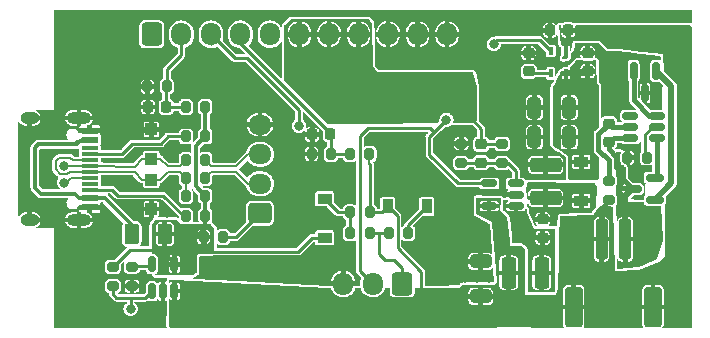
<source format=gbr>
%TF.GenerationSoftware,KiCad,Pcbnew,(5.99.0-13244-g73f40b11ee)*%
%TF.CreationDate,2021-12-26T18:18:12+01:00*%
%TF.ProjectId,TheKNOBDaughterboard,5468654b-4e4f-4424-9461-756768746572,rev?*%
%TF.SameCoordinates,Original*%
%TF.FileFunction,Copper,L1,Top*%
%TF.FilePolarity,Positive*%
%FSLAX46Y46*%
G04 Gerber Fmt 4.6, Leading zero omitted, Abs format (unit mm)*
G04 Created by KiCad (PCBNEW (5.99.0-13244-g73f40b11ee)) date 2021-12-26 18:18:12*
%MOMM*%
%LPD*%
G01*
G04 APERTURE LIST*
G04 Aperture macros list*
%AMRoundRect*
0 Rectangle with rounded corners*
0 $1 Rounding radius*
0 $2 $3 $4 $5 $6 $7 $8 $9 X,Y pos of 4 corners*
0 Add a 4 corners polygon primitive as box body*
4,1,4,$2,$3,$4,$5,$6,$7,$8,$9,$2,$3,0*
0 Add four circle primitives for the rounded corners*
1,1,$1+$1,$2,$3*
1,1,$1+$1,$4,$5*
1,1,$1+$1,$6,$7*
1,1,$1+$1,$8,$9*
0 Add four rect primitives between the rounded corners*
20,1,$1+$1,$2,$3,$4,$5,0*
20,1,$1+$1,$4,$5,$6,$7,0*
20,1,$1+$1,$6,$7,$8,$9,0*
20,1,$1+$1,$8,$9,$2,$3,0*%
G04 Aperture macros list end*
%TA.AperFunction,SMDPad,CuDef*%
%ADD10RoundRect,0.250000X-0.325000X-0.650000X0.325000X-0.650000X0.325000X0.650000X-0.325000X0.650000X0*%
%TD*%
%TA.AperFunction,SMDPad,CuDef*%
%ADD11RoundRect,0.200000X-0.275000X0.200000X-0.275000X-0.200000X0.275000X-0.200000X0.275000X0.200000X0*%
%TD*%
%TA.AperFunction,SMDPad,CuDef*%
%ADD12RoundRect,0.150000X0.512500X0.150000X-0.512500X0.150000X-0.512500X-0.150000X0.512500X-0.150000X0*%
%TD*%
%TA.AperFunction,SMDPad,CuDef*%
%ADD13RoundRect,0.250000X-0.250000X-1.500000X0.250000X-1.500000X0.250000X1.500000X-0.250000X1.500000X0*%
%TD*%
%TA.AperFunction,SMDPad,CuDef*%
%ADD14RoundRect,0.250001X-0.499999X-1.449999X0.499999X-1.449999X0.499999X1.449999X-0.499999X1.449999X0*%
%TD*%
%TA.AperFunction,SMDPad,CuDef*%
%ADD15RoundRect,0.200000X0.200000X0.275000X-0.200000X0.275000X-0.200000X-0.275000X0.200000X-0.275000X0*%
%TD*%
%TA.AperFunction,SMDPad,CuDef*%
%ADD16R,1.450000X0.600000*%
%TD*%
%TA.AperFunction,SMDPad,CuDef*%
%ADD17R,1.450000X0.300000*%
%TD*%
%TA.AperFunction,ComponentPad*%
%ADD18O,2.100000X1.000000*%
%TD*%
%TA.AperFunction,ComponentPad*%
%ADD19O,1.600000X1.000000*%
%TD*%
%TA.AperFunction,SMDPad,CuDef*%
%ADD20RoundRect,0.200000X0.275000X-0.200000X0.275000X0.200000X-0.275000X0.200000X-0.275000X-0.200000X0*%
%TD*%
%TA.AperFunction,SMDPad,CuDef*%
%ADD21RoundRect,0.250000X-1.075000X0.375000X-1.075000X-0.375000X1.075000X-0.375000X1.075000X0.375000X0*%
%TD*%
%TA.AperFunction,ComponentPad*%
%ADD22RoundRect,0.250000X0.600000X0.725000X-0.600000X0.725000X-0.600000X-0.725000X0.600000X-0.725000X0*%
%TD*%
%TA.AperFunction,ComponentPad*%
%ADD23O,1.700000X1.950000*%
%TD*%
%TA.AperFunction,SMDPad,CuDef*%
%ADD24RoundRect,0.200000X-0.200000X-0.275000X0.200000X-0.275000X0.200000X0.275000X-0.200000X0.275000X0*%
%TD*%
%TA.AperFunction,SMDPad,CuDef*%
%ADD25R,1.200000X0.900000*%
%TD*%
%TA.AperFunction,SMDPad,CuDef*%
%ADD26R,0.900000X1.200000*%
%TD*%
%TA.AperFunction,SMDPad,CuDef*%
%ADD27RoundRect,0.225000X0.225000X0.250000X-0.225000X0.250000X-0.225000X-0.250000X0.225000X-0.250000X0*%
%TD*%
%TA.AperFunction,SMDPad,CuDef*%
%ADD28RoundRect,0.150000X0.150000X-0.512500X0.150000X0.512500X-0.150000X0.512500X-0.150000X-0.512500X0*%
%TD*%
%TA.AperFunction,SMDPad,CuDef*%
%ADD29RoundRect,0.150000X0.587500X0.150000X-0.587500X0.150000X-0.587500X-0.150000X0.587500X-0.150000X0*%
%TD*%
%TA.AperFunction,ComponentPad*%
%ADD30RoundRect,0.250000X0.725000X-0.600000X0.725000X0.600000X-0.725000X0.600000X-0.725000X-0.600000X0*%
%TD*%
%TA.AperFunction,ComponentPad*%
%ADD31O,1.950000X1.700000*%
%TD*%
%TA.AperFunction,SMDPad,CuDef*%
%ADD32RoundRect,0.225000X0.250000X-0.225000X0.250000X0.225000X-0.250000X0.225000X-0.250000X-0.225000X0*%
%TD*%
%TA.AperFunction,SMDPad,CuDef*%
%ADD33R,0.400000X0.650000*%
%TD*%
%TA.AperFunction,SMDPad,CuDef*%
%ADD34RoundRect,0.225000X-0.250000X0.225000X-0.250000X-0.225000X0.250000X-0.225000X0.250000X0.225000X0*%
%TD*%
%TA.AperFunction,SMDPad,CuDef*%
%ADD35RoundRect,0.250000X-0.650000X0.325000X-0.650000X-0.325000X0.650000X-0.325000X0.650000X0.325000X0*%
%TD*%
%TA.AperFunction,SMDPad,CuDef*%
%ADD36RoundRect,0.250000X0.375000X0.625000X-0.375000X0.625000X-0.375000X-0.625000X0.375000X-0.625000X0*%
%TD*%
%TA.AperFunction,SMDPad,CuDef*%
%ADD37R,1.000000X1.000000*%
%TD*%
%TA.AperFunction,SMDPad,CuDef*%
%ADD38RoundRect,0.150000X-0.150000X0.587500X-0.150000X-0.587500X0.150000X-0.587500X0.150000X0.587500X0*%
%TD*%
%TA.AperFunction,SMDPad,CuDef*%
%ADD39RoundRect,0.250000X-0.375000X-1.075000X0.375000X-1.075000X0.375000X1.075000X-0.375000X1.075000X0*%
%TD*%
%TA.AperFunction,ComponentPad*%
%ADD40RoundRect,0.250000X-0.600000X-0.725000X0.600000X-0.725000X0.600000X0.725000X-0.600000X0.725000X0*%
%TD*%
%TA.AperFunction,ViaPad*%
%ADD41C,0.800000*%
%TD*%
%TA.AperFunction,ViaPad*%
%ADD42C,3.700000*%
%TD*%
%TA.AperFunction,Conductor*%
%ADD43C,0.400000*%
%TD*%
%TA.AperFunction,Conductor*%
%ADD44C,0.250000*%
%TD*%
%TA.AperFunction,Conductor*%
%ADD45C,0.200000*%
%TD*%
%TA.AperFunction,Conductor*%
%ADD46C,0.500000*%
%TD*%
%TA.AperFunction,Conductor*%
%ADD47C,0.350000*%
%TD*%
G04 APERTURE END LIST*
D10*
%TO.P,C9,1*%
%TO.N,GND*%
X113675000Y-94800000D03*
%TO.P,C9,2*%
%TO.N,/3V3_Vcc*%
X116625000Y-94800000D03*
%TD*%
D11*
%TO.P,R5,2*%
%TO.N,/VBat+*%
X119990000Y-102655000D03*
%TO.P,R5,1*%
%TO.N,Net-(C1-Pad1)*%
X119990000Y-101005000D03*
%TD*%
D12*
%TO.P,U3,1,SW*%
%TO.N,/U3_SW*%
X112127500Y-103130000D03*
%TO.P,U3,2,GND*%
%TO.N,GND*%
X112127500Y-102180000D03*
%TO.P,U3,3,FB*%
%TO.N,/U3_FB*%
X112127500Y-101230000D03*
%TO.P,U3,4,EN*%
%TO.N,/SwitchEn*%
X109852500Y-101230000D03*
%TO.P,U3,5,VIN*%
%TO.N,/VBat+*%
X109852500Y-103130000D03*
%TD*%
%TO.P,U2,1,OD*%
%TO.N,/U2_OD*%
X124077500Y-97380000D03*
%TO.P,U2,2,CS*%
%TO.N,/U2_CS*%
X124077500Y-96430000D03*
%TO.P,U2,3,OC*%
%TO.N,/U2_OC*%
X124077500Y-95480000D03*
%TO.P,U2,4,NC*%
%TO.N,unconnected-(U2-Pad4)*%
X121802500Y-95480000D03*
%TO.P,U2,5,Vcc*%
%TO.N,Net-(C1-Pad1)*%
X121802500Y-96430000D03*
%TO.P,U2,6,GND*%
%TO.N,/VBat-*%
X121802500Y-97380000D03*
%TD*%
D11*
%TO.P,R15,1*%
%TO.N,GND*%
X107490000Y-97855000D03*
%TO.P,R15,2*%
%TO.N,/U3_FB*%
X107490000Y-99505000D03*
%TD*%
D13*
%TO.P,J1,1,Pin_1*%
%TO.N,/VBat+*%
X119380000Y-105940303D03*
%TO.P,J1,2,Pin_2*%
%TO.N,/VBat-*%
X121380000Y-105940303D03*
D14*
%TO.P,J1,MP*%
%TO.N,/VBat+*%
X117030000Y-111690303D03*
X123730000Y-111690303D03*
%TD*%
D15*
%TO.P,R19,1*%
%TO.N,/+5V_ADC*%
X82575000Y-93000000D03*
%TO.P,R19,2*%
%TO.N,GND*%
X80925000Y-93000000D03*
%TD*%
%TO.P,R7,1*%
%TO.N,/D-*%
X85825000Y-100770000D03*
%TO.P,R7,2*%
%TO.N,/C_D-*%
X84175000Y-100770000D03*
%TD*%
D16*
%TO.P,J2,A1,GND*%
%TO.N,GND*%
X76045000Y-96750000D03*
%TO.P,J2,A4,VBUS*%
%TO.N,Net-(F1-Pad2)*%
X76045000Y-97550000D03*
D17*
%TO.P,J2,A5,CC1*%
%TO.N,Net-(J2-PadA5)*%
X76045000Y-98750000D03*
%TO.P,J2,A6,D+*%
%TO.N,/C_D+*%
X76045000Y-99750000D03*
%TO.P,J2,A7,D-*%
%TO.N,/C_D-*%
X76045000Y-100250000D03*
%TO.P,J2,A8,SBU1*%
%TO.N,unconnected-(J2-PadA8)*%
X76045000Y-101250000D03*
D16*
%TO.P,J2,A9,VBUS*%
%TO.N,Net-(F1-Pad2)*%
X76045000Y-102450000D03*
%TO.P,J2,A12,GND*%
%TO.N,GND*%
X76045000Y-103250000D03*
%TO.P,J2,B1,GND*%
X76045000Y-103250000D03*
%TO.P,J2,B4,VBUS*%
%TO.N,Net-(F1-Pad2)*%
X76045000Y-102450000D03*
D17*
%TO.P,J2,B5,CC2*%
%TO.N,Net-(J2-PadB5)*%
X76045000Y-101750000D03*
%TO.P,J2,B6,D+*%
%TO.N,/C_D+*%
X76045000Y-100750000D03*
%TO.P,J2,B7,D-*%
%TO.N,/C_D-*%
X76045000Y-99250000D03*
%TO.P,J2,B8,SBU2*%
%TO.N,unconnected-(J2-PadB8)*%
X76045000Y-98250000D03*
D16*
%TO.P,J2,B9,VBUS*%
%TO.N,Net-(F1-Pad2)*%
X76045000Y-97550000D03*
%TO.P,J2,B12,GND*%
%TO.N,GND*%
X76045000Y-96750000D03*
D18*
%TO.P,J2,S1,SHIELD*%
X75130000Y-95680000D03*
D19*
X70950000Y-95680000D03*
X70950000Y-104320000D03*
D18*
X75130000Y-104320000D03*
%TD*%
D20*
%TO.P,R1,1*%
%TO.N,GND*%
X79610000Y-109915000D03*
%TO.P,R1,2*%
%TO.N,Net-(R1-Pad2)*%
X79610000Y-108265000D03*
%TD*%
D21*
%TO.P,L2,1*%
%TO.N,GND*%
X114650000Y-99650000D03*
%TO.P,L2,2*%
%TO.N,/U3_L2*%
X114650000Y-102450000D03*
%TD*%
D22*
%TO.P,J3,1,Pin_1*%
%TO.N,/NC*%
X102500000Y-109700000D03*
D23*
%TO.P,J3,2,Pin_2*%
%TO.N,/SwitchEn*%
X100000000Y-109700000D03*
%TO.P,J3,3,Pin_3*%
%TO.N,GND*%
X97500000Y-109700000D03*
%TD*%
D15*
%TO.P,R17,1*%
%TO.N,/VBat+_ADC*%
X96475000Y-98725000D03*
%TO.P,R17,2*%
%TO.N,GND*%
X94825000Y-98725000D03*
%TD*%
D24*
%TO.P,R10,1*%
%TO.N,Net-(D3-Pad1)*%
X98100000Y-105425000D03*
%TO.P,R10,2*%
%TO.N,/NC*%
X99750000Y-105425000D03*
%TD*%
D20*
%TO.P,R9,1*%
%TO.N,/ChgStat*%
X78000000Y-109925000D03*
%TO.P,R9,2*%
%TO.N,+5V*%
X78000000Y-108275000D03*
%TD*%
D25*
%TO.P,D5,1,K*%
%TO.N,/3V3_Vcc*%
X117650000Y-99400000D03*
%TO.P,D5,2,A*%
%TO.N,/U3_L2*%
X117650000Y-102700000D03*
%TD*%
D26*
%TO.P,D4,1,K*%
%TO.N,Net-(D4-Pad1)*%
X104575000Y-103175000D03*
%TO.P,D4,2,A*%
%TO.N,/VBat+*%
X101275000Y-103175000D03*
%TD*%
D15*
%TO.P,R4,1*%
%TO.N,+5V*%
X85825000Y-104000000D03*
%TO.P,R4,2*%
%TO.N,Net-(J2-PadB5)*%
X84175000Y-104000000D03*
%TD*%
D27*
%TO.P,C3,1*%
%TO.N,/VBat+*%
X116550000Y-88250000D03*
%TO.P,C3,2*%
%TO.N,GND*%
X115000000Y-88250000D03*
%TD*%
D15*
%TO.P,R18,1*%
%TO.N,+5V*%
X85825000Y-94750000D03*
%TO.P,R18,2*%
%TO.N,/+5V_ADC*%
X84175000Y-94750000D03*
%TD*%
D24*
%TO.P,R6,1*%
%TO.N,/C_D-*%
X84175000Y-102300000D03*
%TO.P,R6,2*%
%TO.N,+5V*%
X85825000Y-102300000D03*
%TD*%
D28*
%TO.P,U1,1,STAT*%
%TO.N,/ChgStat*%
X81300000Y-110337500D03*
%TO.P,U1,2,VSS*%
%TO.N,GND*%
X82250000Y-110337500D03*
%TO.P,U1,3,VBAT*%
%TO.N,/VBat+*%
X83200000Y-110337500D03*
%TO.P,U1,4,VDD*%
%TO.N,+5V*%
X83200000Y-108062500D03*
%TO.P,U1,5,PROG*%
%TO.N,Net-(R1-Pad2)*%
X81300000Y-108062500D03*
%TD*%
D27*
%TO.P,C10,1*%
%TO.N,/VBat+_ADC*%
X96425000Y-97075000D03*
%TO.P,C10,2*%
%TO.N,GND*%
X94875000Y-97075000D03*
%TD*%
D15*
%TO.P,R20,1*%
%TO.N,Net-(J4-Pad1)*%
X87325000Y-105750000D03*
%TO.P,R20,2*%
%TO.N,+5V*%
X85675000Y-105750000D03*
%TD*%
D29*
%TO.P,Q1,1,D*%
%TO.N,Net-(Q1-Pad1)*%
X123877500Y-102630000D03*
%TO.P,Q1,2,G*%
%TO.N,/U2_OD*%
X123877500Y-100730000D03*
%TO.P,Q1,3,S*%
%TO.N,/VBat-*%
X122002500Y-101680000D03*
%TD*%
D30*
%TO.P,J4,1,Pin_1*%
%TO.N,Net-(J4-Pad1)*%
X90450000Y-103750000D03*
D31*
%TO.P,J4,2,Pin_2*%
%TO.N,/D-*%
X90450000Y-101250000D03*
%TO.P,J4,3,Pin_3*%
%TO.N,/D+*%
X90450000Y-98750000D03*
%TO.P,J4,4,Pin_4*%
%TO.N,GND*%
X90450000Y-96250000D03*
%TD*%
D32*
%TO.P,C5,1*%
%TO.N,Net-(C5-Pad1)*%
X113212500Y-91737500D03*
%TO.P,C5,2*%
%TO.N,GND*%
X113212500Y-90187500D03*
%TD*%
D15*
%TO.P,R11,1*%
%TO.N,Net-(D4-Pad1)*%
X103000000Y-105425000D03*
%TO.P,R11,2*%
%TO.N,/NC*%
X101350000Y-105425000D03*
%TD*%
D10*
%TO.P,C8,1*%
%TO.N,GND*%
X113675000Y-97300000D03*
%TO.P,C8,2*%
%TO.N,/3V3_Vcc*%
X116625000Y-97300000D03*
%TD*%
D15*
%TO.P,R8,1*%
%TO.N,/D+*%
X85825000Y-99240000D03*
%TO.P,R8,2*%
%TO.N,/C_D+*%
X84175000Y-99240000D03*
%TD*%
D33*
%TO.P,U4,1,IN*%
%TO.N,/VBat+*%
X116362500Y-90012500D03*
%TO.P,U4,2,GND*%
%TO.N,GND*%
X115712500Y-90012500D03*
%TO.P,U4,3,EN*%
%TO.N,/SwitchEn*%
X115062500Y-90012500D03*
%TO.P,U4,4,BP*%
%TO.N,Net-(C5-Pad1)*%
X115062500Y-91912500D03*
%TO.P,U4,5,OUT*%
%TO.N,/3V3_Vcc*%
X116362500Y-91912500D03*
%TD*%
D32*
%TO.P,C4,2*%
%TO.N,/U3_L2*%
X114400000Y-104275000D03*
%TO.P,C4,1*%
%TO.N,/U3_SW*%
X114400000Y-105825000D03*
%TD*%
D34*
%TO.P,C7,2*%
%TO.N,/U3_FB*%
X109190000Y-99455000D03*
%TO.P,C7,1*%
%TO.N,/3V3_Vcc*%
X109190000Y-97905000D03*
%TD*%
D27*
%TO.P,C11,1*%
%TO.N,/+5V_ADC*%
X82525000Y-94750000D03*
%TO.P,C11,2*%
%TO.N,GND*%
X80975000Y-94750000D03*
%TD*%
D34*
%TO.P,C1,1*%
%TO.N,Net-(C1-Pad1)*%
X119990000Y-96155000D03*
%TO.P,C1,2*%
%TO.N,/VBat-*%
X119990000Y-97705000D03*
%TD*%
D32*
%TO.P,C6,1*%
%TO.N,/3V3_Vcc*%
X118212500Y-91737500D03*
%TO.P,C6,2*%
%TO.N,GND*%
X118212500Y-90187500D03*
%TD*%
D25*
%TO.P,D3,1,K*%
%TO.N,Net-(D3-Pad1)*%
X95925000Y-102525000D03*
%TO.P,D3,2,A*%
%TO.N,+5V*%
X95925000Y-105825000D03*
%TD*%
D35*
%TO.P,C2,1*%
%TO.N,GND*%
X109150000Y-107825000D03*
%TO.P,C2,2*%
%TO.N,/VBat+*%
X109150000Y-110775000D03*
%TD*%
D24*
%TO.P,R12,1*%
%TO.N,Net-(D3-Pad1)*%
X98100000Y-103675000D03*
%TO.P,R12,2*%
%TO.N,/VBat+*%
X99750000Y-103675000D03*
%TD*%
D15*
%TO.P,R2,1*%
%TO.N,/U2_CS*%
X123215000Y-99030000D03*
%TO.P,R2,2*%
%TO.N,GND*%
X121565000Y-99030000D03*
%TD*%
D36*
%TO.P,F1,1*%
%TO.N,+5V*%
X82400000Y-105500000D03*
%TO.P,F1,2*%
%TO.N,Net-(F1-Pad2)*%
X79600000Y-105500000D03*
%TD*%
D15*
%TO.P,R3,1*%
%TO.N,+5V*%
X85825000Y-97250000D03*
%TO.P,R3,2*%
%TO.N,Net-(J2-PadA5)*%
X84175000Y-97250000D03*
%TD*%
D11*
%TO.P,R14,2*%
%TO.N,/U3_FB*%
X110940000Y-99505000D03*
%TO.P,R14,1*%
%TO.N,/3V3_Vcc*%
X110940000Y-97855000D03*
%TD*%
D37*
%TO.P,D1,1,K*%
%TO.N,/C_D-*%
X81250000Y-100900000D03*
%TO.P,D1,2,A*%
%TO.N,GND*%
X81250000Y-103400000D03*
%TD*%
D38*
%TO.P,Q2,1,D*%
%TO.N,Net-(Q1-Pad1)*%
X123990000Y-91692500D03*
%TO.P,Q2,2,G*%
%TO.N,/U2_OC*%
X122090000Y-91692500D03*
%TO.P,Q2,3,S*%
%TO.N,GND*%
X123040000Y-93567500D03*
%TD*%
D39*
%TO.P,L1,1*%
%TO.N,/VBat+*%
X111500000Y-108800000D03*
%TO.P,L1,2*%
%TO.N,/U3_SW*%
X114300000Y-108800000D03*
%TD*%
D40*
%TO.P,J5,1,Pin_1*%
%TO.N,/ChgStat*%
X81300000Y-88600000D03*
D23*
%TO.P,J5,2,Pin_2*%
%TO.N,/+5V_ADC*%
X83800000Y-88600000D03*
%TO.P,J5,3,Pin_3*%
%TO.N,/ModButton*%
X86300000Y-88600000D03*
%TO.P,J5,4,Pin_4*%
%TO.N,/VBat+_ADC*%
X88800000Y-88600000D03*
%TO.P,J5,5,Pin_5*%
%TO.N,/FunctionButton*%
X91300000Y-88600000D03*
%TO.P,J5,6,Pin_6*%
%TO.N,/3V3_Vcc*%
X93800000Y-88600000D03*
%TO.P,J5,7,Pin_7*%
X96300000Y-88600000D03*
%TO.P,J5,8,Pin_8*%
X98800000Y-88600000D03*
%TO.P,J5,9,Pin_9*%
%TO.N,GND*%
X101300000Y-88600000D03*
%TO.P,J5,10,Pin_10*%
X103800000Y-88600000D03*
%TO.P,J5,11,Pin_11*%
X106300000Y-88600000D03*
%TD*%
D37*
%TO.P,D2,1,K*%
%TO.N,/C_D+*%
X81250000Y-99150000D03*
%TO.P,D2,2,A*%
%TO.N,GND*%
X81250000Y-96650000D03*
%TD*%
D15*
%TO.P,R16,1*%
%TO.N,/VBat+*%
X99725000Y-98725000D03*
%TO.P,R16,2*%
%TO.N,/VBat+_ADC*%
X98075000Y-98725000D03*
%TD*%
D41*
%TO.N,GND*%
X94290000Y-100030000D03*
X126340000Y-86980000D03*
X87690000Y-104180000D03*
X89940000Y-106205000D03*
X91765000Y-90680000D03*
X103540000Y-98055000D03*
X104440000Y-107355000D03*
X97890000Y-107355000D03*
X100890000Y-101680000D03*
X120640000Y-92630000D03*
X119890000Y-91180000D03*
X120390000Y-94580000D03*
X102790000Y-103230000D03*
X108340000Y-100430000D03*
X108490000Y-89180000D03*
X106890000Y-90680000D03*
X107590000Y-106280000D03*
X108590000Y-106280000D03*
X109590000Y-106280000D03*
X106640000Y-101830000D03*
X106640000Y-103030000D03*
X107940000Y-103030000D03*
X110990000Y-92280000D03*
X111990000Y-92330000D03*
X112290000Y-96680000D03*
X110990000Y-96680000D03*
X112290000Y-97680000D03*
X112340000Y-98730000D03*
X106240000Y-97830000D03*
X107540000Y-96730000D03*
%TO.N,/SwitchEn*%
X110240000Y-89430000D03*
X106240000Y-95830000D03*
%TO.N,GND*%
X122390000Y-100380000D03*
X124027500Y-93567500D03*
X78500000Y-101000000D03*
X72300000Y-100000000D03*
X109850000Y-109200000D03*
X93700000Y-104650000D03*
X79700000Y-98850000D03*
X90650000Y-93600000D03*
X100900000Y-98700000D03*
X79780000Y-103330000D03*
X78800000Y-94800000D03*
X93100000Y-101100000D03*
X77580000Y-104500000D03*
X84850000Y-91900000D03*
X87300000Y-101500000D03*
X87700000Y-92600000D03*
X93100000Y-97950000D03*
X79300000Y-91350000D03*
X112200000Y-88130000D03*
D42*
X75000000Y-89000000D03*
D41*
X83100000Y-96200000D03*
X86800000Y-108300000D03*
X111500000Y-90750000D03*
D42*
X75000000Y-111000000D03*
D41*
X108850000Y-109200000D03*
X82450000Y-90500000D03*
X83050000Y-101400000D03*
X83050000Y-98450000D03*
X82600000Y-103700000D03*
X81500000Y-112500000D03*
X97800000Y-101700000D03*
X105600000Y-105450000D03*
X107850000Y-109200000D03*
X78100000Y-106200000D03*
%TO.N,/3V3_Vcc*%
X118150000Y-94000000D03*
X118125000Y-95100000D03*
X108200000Y-93400000D03*
X108200000Y-94500000D03*
X108200000Y-95600000D03*
X118125000Y-96200000D03*
%TO.N,/ModButton*%
X93750000Y-96350000D03*
%TO.N,/ChgStat*%
X79500000Y-111850000D03*
%TO.N,/C_D+*%
X73850000Y-99750000D03*
X73850000Y-101149500D03*
%TD*%
D43*
%TO.N,Net-(C1-Pad1)*%
X119115480Y-97029520D02*
X119990000Y-96155000D01*
X119115480Y-98405480D02*
X119115480Y-97029520D01*
X119990000Y-99280000D02*
X119115480Y-98405480D01*
X119990000Y-101005000D02*
X119990000Y-99280000D01*
D44*
%TO.N,/VBat+*%
X99750000Y-103675000D02*
X99750000Y-99570000D01*
D45*
X99725000Y-98725000D02*
X99725000Y-99545000D01*
X101275000Y-103175000D02*
X101275000Y-103065000D01*
D44*
%TO.N,/SwitchEn*%
X104795000Y-98785000D02*
X107240000Y-101230000D01*
X104795000Y-97275000D02*
X104795000Y-98785000D01*
X105190000Y-96880000D02*
X104795000Y-97275000D01*
X107240000Y-101230000D02*
X109852500Y-101230000D01*
X106240000Y-95830000D02*
X105190000Y-96880000D01*
X104840000Y-96530000D02*
X105190000Y-96880000D01*
X99590000Y-96530000D02*
X104840000Y-96530000D01*
X98900000Y-108600000D02*
X100000000Y-109700000D01*
X98900000Y-97220000D02*
X98900000Y-108600000D01*
X99590000Y-96530000D02*
X98900000Y-97220000D01*
X106240000Y-95830000D02*
X106240000Y-96080000D01*
%TO.N,/3V3_Vcc*%
X109190000Y-96590000D02*
X108200000Y-95600000D01*
X109190000Y-97905000D02*
X109190000Y-96590000D01*
%TO.N,/SwitchEn*%
X109852500Y-101142500D02*
X109852500Y-101230000D01*
%TO.N,/U3_FB*%
X112127500Y-100192500D02*
X112127500Y-101230000D01*
X111440000Y-99505000D02*
X112127500Y-100192500D01*
X110940000Y-99505000D02*
X111440000Y-99505000D01*
X109140000Y-99505000D02*
X109190000Y-99455000D01*
X107490000Y-99505000D02*
X109140000Y-99505000D01*
D46*
%TO.N,Net-(Q1-Pad1)*%
X125290000Y-101217500D02*
X125290000Y-92992500D01*
X125290000Y-92992500D02*
X123990000Y-91692500D01*
X123877500Y-102630000D02*
X125290000Y-101217500D01*
%TO.N,/VBat-*%
X121380000Y-102302500D02*
X122002500Y-101680000D01*
X121380000Y-105940303D02*
X121380000Y-102302500D01*
D43*
%TO.N,/VBat+*%
X119380000Y-105940303D02*
X119380000Y-103265000D01*
X119380000Y-103265000D02*
X119990000Y-102655000D01*
%TO.N,/VBat-*%
X120640000Y-98980000D02*
X119990000Y-98330000D01*
X120640000Y-99830000D02*
X120640000Y-98980000D01*
X119990000Y-98330000D02*
X119990000Y-97705000D01*
X121090000Y-100767500D02*
X121090000Y-100280000D01*
X122002500Y-101680000D02*
X121090000Y-100767500D01*
X121090000Y-100280000D02*
X120640000Y-99830000D01*
D44*
%TO.N,GND*%
X121565000Y-99555000D02*
X122390000Y-100380000D01*
X121565000Y-99030000D02*
X121565000Y-99555000D01*
D43*
%TO.N,Net-(C1-Pad1)*%
X121802500Y-96430000D02*
X120265000Y-96430000D01*
X120265000Y-96430000D02*
X119990000Y-96155000D01*
%TO.N,/VBat-*%
X120440000Y-97380000D02*
X121802500Y-97380000D01*
X119990000Y-97705000D02*
X120115000Y-97705000D01*
X120115000Y-97705000D02*
X120440000Y-97380000D01*
D44*
%TO.N,GND*%
X123040000Y-93567500D02*
X124027500Y-93567500D01*
D43*
%TO.N,/U2_OC*%
X123415001Y-95480000D02*
X124077500Y-95480000D01*
X122090000Y-94154999D02*
X123415001Y-95480000D01*
X122090000Y-91692500D02*
X122090000Y-94154999D01*
%TO.N,/U2_OD*%
X124077500Y-100530000D02*
X124077500Y-97380000D01*
X123877500Y-100730000D02*
X124077500Y-100530000D01*
D44*
%TO.N,/U2_CS*%
X123689772Y-96430000D02*
X124077500Y-96430000D01*
X123040000Y-97079772D02*
X123689772Y-96430000D01*
X123040000Y-98855000D02*
X123040000Y-97079772D01*
X123215000Y-99030000D02*
X123040000Y-98855000D01*
D47*
%TO.N,Net-(F1-Pad2)*%
X75150000Y-102450000D02*
X74800000Y-102100000D01*
X76045000Y-102450000D02*
X75150000Y-102450000D01*
X75345489Y-97550000D02*
X76045000Y-97550000D01*
X75170000Y-97725489D02*
X75345489Y-97550000D01*
X74945489Y-97725489D02*
X75170000Y-97725489D01*
X74945489Y-97900000D02*
X74945489Y-97725489D01*
X71900000Y-102100000D02*
X71400000Y-101600000D01*
X71400000Y-98200000D02*
X71700000Y-97900000D01*
X74800000Y-102100000D02*
X71900000Y-102100000D01*
X71700000Y-97900000D02*
X74945489Y-97900000D01*
X71400000Y-101600000D02*
X71400000Y-98200000D01*
D44*
%TO.N,GND*%
X115712500Y-90012500D02*
X115712500Y-91062500D01*
X94825000Y-97125000D02*
X94875000Y-97075000D01*
X114212500Y-91062500D02*
X116527500Y-91062500D01*
X94825000Y-98725000D02*
X94825000Y-97125000D01*
X113212500Y-90187500D02*
X113337500Y-90187500D01*
X117402500Y-90187500D02*
X118212500Y-90187500D01*
X81150000Y-96750000D02*
X81250000Y-96650000D01*
X116527500Y-91062500D02*
X117402500Y-90187500D01*
X113337500Y-90187500D02*
X114212500Y-91062500D01*
X76045000Y-96750000D02*
X81150000Y-96750000D01*
%TO.N,/VBat+*%
X100775000Y-103675000D02*
X101275000Y-103175000D01*
X101275000Y-103175000D02*
X102100000Y-104000000D01*
X102100000Y-104000000D02*
X102100000Y-106700000D01*
X99750000Y-103675000D02*
X100775000Y-103675000D01*
X102100000Y-106700000D02*
X104100000Y-108700000D01*
X104100000Y-108700000D02*
X104100000Y-110700000D01*
%TO.N,Net-(C5-Pad1)*%
X113487500Y-91912500D02*
X115062500Y-91912500D01*
X113212500Y-91737500D02*
X113437500Y-91962500D01*
X113437500Y-91962500D02*
X113487500Y-91912500D01*
D46*
%TO.N,/3V3_Vcc*%
X116362500Y-91912500D02*
X118037500Y-91912500D01*
D44*
X108150000Y-95650000D02*
X108200000Y-95600000D01*
X110890000Y-97905000D02*
X110940000Y-97855000D01*
X109190000Y-97905000D02*
X110890000Y-97905000D01*
D46*
X118037500Y-91912500D02*
X118212500Y-91737500D01*
D44*
%TO.N,/U3_FB*%
X110940000Y-99505000D02*
X109240000Y-99505000D01*
X109240000Y-99505000D02*
X109190000Y-99455000D01*
%TO.N,/VBat+_ADC*%
X96425000Y-96960718D02*
X96425000Y-97075000D01*
X96475000Y-97125000D02*
X96425000Y-97075000D01*
X98075000Y-98725000D02*
X96475000Y-98725000D01*
X96475000Y-98725000D02*
X96475000Y-97125000D01*
X88800000Y-88600000D02*
X88800000Y-89335718D01*
X88800000Y-89335718D02*
X96425000Y-96960718D01*
%TO.N,+5V*%
X83200000Y-108000000D02*
X82050000Y-106850000D01*
X94875000Y-105825000D02*
X93700000Y-107000000D01*
D47*
X85825000Y-102250000D02*
X85825000Y-104000000D01*
X85825000Y-97250000D02*
X85825000Y-94750000D01*
D44*
X85675000Y-105750000D02*
X85675000Y-106175000D01*
D47*
X85825000Y-104000000D02*
X85825000Y-105025000D01*
D44*
X86500000Y-107000000D02*
X93700000Y-107000000D01*
D47*
X85825000Y-102250000D02*
X85000000Y-101425000D01*
D44*
X78312500Y-108062500D02*
X78100000Y-108275000D01*
D47*
X85000000Y-98075000D02*
X85825000Y-97250000D01*
D44*
X82050000Y-106850000D02*
X79425000Y-106850000D01*
X79425000Y-106850000D02*
X78000000Y-108275000D01*
X95925000Y-105825000D02*
X94875000Y-105825000D01*
D47*
X85000000Y-101425000D02*
X85000000Y-98075000D01*
X85825000Y-105025000D02*
X85350000Y-105500000D01*
X85350000Y-105500000D02*
X82400000Y-105500000D01*
D44*
X85675000Y-106175000D02*
X86500000Y-107000000D01*
X83200000Y-108062500D02*
X83200000Y-108000000D01*
D47*
%TO.N,Net-(F1-Pad2)*%
X79600000Y-104740000D02*
X79600000Y-105500000D01*
X79600000Y-105500000D02*
X79450000Y-105500000D01*
X77310000Y-102450000D02*
X79600000Y-104740000D01*
X79450000Y-105500000D02*
X79350000Y-105400000D01*
X76045000Y-102450000D02*
X77310000Y-102450000D01*
D44*
%TO.N,/SwitchEn*%
X113800000Y-89075000D02*
X110525000Y-89075000D01*
X114125000Y-89075000D02*
X113800000Y-89075000D01*
X115062500Y-90012500D02*
X114125000Y-89075000D01*
X110525000Y-89075000D02*
X110150000Y-89450000D01*
%TO.N,/ModButton*%
X88300000Y-90600000D02*
X89350000Y-90600000D01*
X93750000Y-95000000D02*
X93750000Y-96350000D01*
X86300000Y-89400000D02*
X86300000Y-88600000D01*
X89350000Y-90600000D02*
X93750000Y-95000000D01*
X86300000Y-88600000D02*
X88300000Y-90600000D01*
%TO.N,Net-(R1-Pad2)*%
X81300000Y-108062500D02*
X81112500Y-108250000D01*
X81112500Y-108250000D02*
X79231250Y-108250000D01*
%TO.N,Net-(J2-PadA5)*%
X82650000Y-97250000D02*
X82050000Y-97850000D01*
X78750000Y-98750000D02*
X76045000Y-98750000D01*
X84175000Y-97250000D02*
X82650000Y-97250000D01*
X79600000Y-97850000D02*
X78750000Y-98750000D01*
X82050000Y-97850000D02*
X79600000Y-97850000D01*
%TO.N,Net-(J2-PadB5)*%
X82250000Y-102250000D02*
X84000000Y-104000000D01*
X76045000Y-101750000D02*
X77940000Y-101750000D01*
X84000000Y-104000000D02*
X84175000Y-104000000D01*
X77940000Y-101750000D02*
X78440000Y-102250000D01*
X78440000Y-102250000D02*
X82250000Y-102250000D01*
%TO.N,Net-(D3-Pad1)*%
X97075000Y-103675000D02*
X95925000Y-102525000D01*
X98100000Y-103675000D02*
X98100000Y-105425000D01*
X98100000Y-103675000D02*
X97075000Y-103675000D01*
%TO.N,Net-(D4-Pad1)*%
X103000000Y-104750000D02*
X104575000Y-103175000D01*
X103000000Y-105425000D02*
X103000000Y-104750000D01*
%TO.N,/+5V_ADC*%
X82575000Y-93000000D02*
X82575000Y-91575000D01*
X83800000Y-88600000D02*
X83800000Y-90350000D01*
X82525000Y-94750000D02*
X82525000Y-93050000D01*
X82525000Y-93050000D02*
X82575000Y-93000000D01*
X84175000Y-94750000D02*
X82525000Y-94750000D01*
X83800000Y-90350000D02*
X82575000Y-91575000D01*
%TO.N,/ChgStat*%
X77825000Y-109925000D02*
X78000000Y-109925000D01*
X78000000Y-110600000D02*
X78000000Y-109925000D01*
X78300000Y-110900000D02*
X78000000Y-110600000D01*
X80737500Y-110900000D02*
X81300000Y-110337500D01*
X79560000Y-110900000D02*
X78675000Y-110900000D01*
X79500000Y-111850000D02*
X79500000Y-110960000D01*
X79500000Y-110960000D02*
X79560000Y-110900000D01*
X79560000Y-110900000D02*
X80737500Y-110900000D01*
X79300000Y-110900000D02*
X78300000Y-110900000D01*
D45*
%TO.N,/C_D-*%
X81250000Y-100900000D02*
X82000001Y-100900000D01*
X77157501Y-100225000D02*
X79300000Y-100250000D01*
X84175000Y-100750000D02*
X83650001Y-100225001D01*
X74150000Y-100450000D02*
X73560741Y-100450000D01*
X79849999Y-100250000D02*
X79300000Y-100250000D01*
X76045000Y-100250000D02*
X74350000Y-100250000D01*
X77132501Y-100250000D02*
X77157501Y-100225000D01*
X76045000Y-100250000D02*
X77132501Y-100250000D01*
X82675000Y-100225001D02*
X82000001Y-100900000D01*
X73560741Y-100450000D02*
X73150489Y-100039748D01*
X74400489Y-99050489D02*
X74600000Y-99250000D01*
X74350000Y-100250000D02*
X74150000Y-100450000D01*
X84175000Y-102250000D02*
X84175000Y-100750000D01*
X73150489Y-99349511D02*
X73449511Y-99050489D01*
X83650001Y-100225001D02*
X82675000Y-100225001D01*
X73150489Y-100039748D02*
X73150489Y-99349511D01*
X81250000Y-100900000D02*
X80499999Y-100900000D01*
X73449511Y-99050489D02*
X74400489Y-99050489D01*
X80499999Y-100900000D02*
X79849999Y-100250000D01*
X74600000Y-99250000D02*
X76045000Y-99250000D01*
%TO.N,/C_D+*%
X79849999Y-99800000D02*
X79300000Y-99800000D01*
X82625000Y-99774999D02*
X82000001Y-99150000D01*
X74415006Y-100750000D02*
X76045000Y-100750000D01*
X73850000Y-99750000D02*
X76045000Y-99750000D01*
X74015506Y-101149500D02*
X74415006Y-100750000D01*
X81250000Y-99150000D02*
X80499999Y-99150000D01*
X84175000Y-99250000D02*
X83650001Y-99774999D01*
X80499999Y-99150000D02*
X79849999Y-99800000D01*
X76045000Y-99750000D02*
X77132501Y-99750000D01*
X77157501Y-99775000D02*
X79300000Y-99800000D01*
X77132501Y-99750000D02*
X77157501Y-99775000D01*
X81250000Y-99150000D02*
X82000001Y-99150000D01*
X73850000Y-101149500D02*
X74015506Y-101149500D01*
X83650001Y-99774999D02*
X82625000Y-99774999D01*
%TO.N,/D-*%
X85825000Y-100750000D02*
X86349999Y-100225001D01*
X89475000Y-101250000D02*
X88450000Y-100225000D01*
X90450000Y-101250000D02*
X89475000Y-101250000D01*
X86349999Y-100225001D02*
X88093199Y-100225001D01*
X88450000Y-100225000D02*
X88093199Y-100225001D01*
%TO.N,/D+*%
X86349999Y-99774999D02*
X87906801Y-99774999D01*
X88450000Y-99775000D02*
X87906801Y-99774999D01*
X89475000Y-98750000D02*
X88450000Y-99775000D01*
X90450000Y-98750000D02*
X89475000Y-98750000D01*
X85825000Y-99250000D02*
X86349999Y-99774999D01*
D44*
%TO.N,/NC*%
X102500000Y-109700000D02*
X102500000Y-108400000D01*
X99961000Y-105636000D02*
X99750000Y-105425000D01*
X102500000Y-108400000D02*
X101800000Y-107700000D01*
X101000000Y-107700000D02*
X100525000Y-107225000D01*
X101800000Y-107700000D02*
X101000000Y-107700000D01*
X100525000Y-107225000D02*
X100525000Y-105425000D01*
X101350000Y-105425000D02*
X100525000Y-105425000D01*
X100525000Y-105425000D02*
X99750000Y-105425000D01*
%TO.N,Net-(J4-Pad1)*%
X88450000Y-105750000D02*
X90450000Y-103750000D01*
X87325000Y-105750000D02*
X88450000Y-105750000D01*
%TD*%
%TA.AperFunction,Conductor*%
%TO.N,/VBat+*%
G36*
X115944678Y-87864352D02*
G01*
X115959030Y-87899000D01*
X115958517Y-87906073D01*
X115950257Y-87962698D01*
X115950000Y-87966238D01*
X115950000Y-88040253D01*
X115952855Y-88047145D01*
X115959747Y-88050000D01*
X117140253Y-88050000D01*
X117147145Y-88047145D01*
X117150000Y-88040253D01*
X117150000Y-87966242D01*
X117149741Y-87962696D01*
X117141415Y-87906136D01*
X117150568Y-87869767D01*
X117182757Y-87850522D01*
X117189893Y-87850000D01*
X126873777Y-87850000D01*
X126908425Y-87864352D01*
X126914541Y-87871811D01*
X126991772Y-87987658D01*
X127000000Y-88014835D01*
X127000000Y-110350000D01*
X126991613Y-113436721D01*
X126991560Y-113456095D01*
X126977114Y-113490704D01*
X126942171Y-113504960D01*
X126540983Y-113501775D01*
X124567784Y-113486108D01*
X124533251Y-113471482D01*
X124519175Y-113436721D01*
X124533525Y-113402462D01*
X124554914Y-113381073D01*
X124559390Y-113374912D01*
X124613415Y-113268884D01*
X124615768Y-113261644D01*
X124629699Y-113173681D01*
X124630000Y-113169859D01*
X124630000Y-111900050D01*
X124627145Y-111893158D01*
X124620253Y-111890303D01*
X122839747Y-111890303D01*
X122832855Y-111893158D01*
X122830000Y-111900050D01*
X122830000Y-113169859D01*
X122830301Y-113173681D01*
X122844232Y-113261644D01*
X122846585Y-113268884D01*
X122900610Y-113374912D01*
X122905086Y-113381073D01*
X122913059Y-113389046D01*
X122927411Y-113423694D01*
X122913059Y-113458342D01*
X122878022Y-113472692D01*
X122768617Y-113471824D01*
X122747118Y-113471653D01*
X122504245Y-113502141D01*
X122497573Y-113502520D01*
X121291199Y-113488410D01*
X117901148Y-113448761D01*
X117866670Y-113434005D01*
X117852724Y-113399191D01*
X117858062Y-113377518D01*
X117913415Y-113268884D01*
X117915768Y-113261644D01*
X117929699Y-113173681D01*
X117930000Y-113169859D01*
X117930000Y-111900050D01*
X117927145Y-111893158D01*
X117920253Y-111890303D01*
X116139747Y-111890303D01*
X116132855Y-111893158D01*
X116130000Y-111900050D01*
X116130000Y-113169859D01*
X116130301Y-113173681D01*
X116144232Y-113261644D01*
X116146585Y-113268884D01*
X116191486Y-113357005D01*
X116194429Y-113394392D01*
X116170073Y-113422910D01*
X116147254Y-113428248D01*
X110696311Y-113364495D01*
X110696307Y-113364495D01*
X110693105Y-113364458D01*
X110690000Y-113365250D01*
X110689998Y-113365250D01*
X110245957Y-113478481D01*
X110233849Y-113480000D01*
X82999435Y-113480000D01*
X82981237Y-113476495D01*
X82770865Y-113392346D01*
X82744025Y-113366153D01*
X82740063Y-113346759D01*
X82743566Y-111487448D01*
X82744321Y-111086859D01*
X82758738Y-111052239D01*
X82793413Y-111037952D01*
X82827939Y-111052273D01*
X82874373Y-111098625D01*
X82881713Y-111103652D01*
X82976422Y-111145522D01*
X82983449Y-111147438D01*
X82990318Y-111148238D01*
X82997495Y-111146200D01*
X83000000Y-111141710D01*
X83000000Y-111139607D01*
X83400000Y-111139607D01*
X83402855Y-111146499D01*
X83407572Y-111148453D01*
X83417079Y-111147322D01*
X83424089Y-111145396D01*
X83459750Y-111129556D01*
X108100001Y-111129556D01*
X108100302Y-111133379D01*
X108114232Y-111221342D01*
X108116585Y-111228582D01*
X108170609Y-111334611D01*
X108175085Y-111340771D01*
X108259229Y-111424915D01*
X108265389Y-111429391D01*
X108371418Y-111483415D01*
X108378658Y-111485768D01*
X108466621Y-111499699D01*
X108470443Y-111500000D01*
X108940253Y-111500000D01*
X108947145Y-111497145D01*
X108950000Y-111490253D01*
X108950000Y-111490252D01*
X109350000Y-111490252D01*
X109352855Y-111497144D01*
X109359747Y-111499999D01*
X109829556Y-111499999D01*
X109833379Y-111499698D01*
X109921342Y-111485768D01*
X109928582Y-111483415D01*
X109934193Y-111480556D01*
X116130000Y-111480556D01*
X116132855Y-111487448D01*
X116139747Y-111490303D01*
X116820253Y-111490303D01*
X116827145Y-111487448D01*
X116830000Y-111480556D01*
X117230000Y-111480556D01*
X117232855Y-111487448D01*
X117239747Y-111490303D01*
X117920253Y-111490303D01*
X117927145Y-111487448D01*
X117930000Y-111480556D01*
X122830000Y-111480556D01*
X122832855Y-111487448D01*
X122839747Y-111490303D01*
X123520253Y-111490303D01*
X123527145Y-111487448D01*
X123530000Y-111480556D01*
X123930000Y-111480556D01*
X123932855Y-111487448D01*
X123939747Y-111490303D01*
X124620253Y-111490303D01*
X124627145Y-111487448D01*
X124630000Y-111480556D01*
X124630000Y-110210747D01*
X124629699Y-110206925D01*
X124615768Y-110118962D01*
X124613415Y-110111722D01*
X124559390Y-110005694D01*
X124554914Y-109999533D01*
X124470770Y-109915389D01*
X124464609Y-109910913D01*
X124358581Y-109856888D01*
X124351341Y-109854535D01*
X124263378Y-109840604D01*
X124259556Y-109840303D01*
X123939747Y-109840303D01*
X123932855Y-109843158D01*
X123930000Y-109850050D01*
X123930000Y-111480556D01*
X123530000Y-111480556D01*
X123530000Y-109850050D01*
X123527145Y-109843158D01*
X123520253Y-109840303D01*
X123200444Y-109840303D01*
X123196622Y-109840604D01*
X123108659Y-109854535D01*
X123101419Y-109856888D01*
X122995391Y-109910913D01*
X122989230Y-109915389D01*
X122905086Y-109999533D01*
X122900610Y-110005694D01*
X122846585Y-110111722D01*
X122844232Y-110118962D01*
X122830301Y-110206925D01*
X122830000Y-110210747D01*
X122830000Y-111480556D01*
X117930000Y-111480556D01*
X117930000Y-110210747D01*
X117929699Y-110206925D01*
X117915768Y-110118962D01*
X117913415Y-110111722D01*
X117859390Y-110005694D01*
X117854914Y-109999533D01*
X117770770Y-109915389D01*
X117764609Y-109910913D01*
X117658581Y-109856888D01*
X117651341Y-109854535D01*
X117563378Y-109840604D01*
X117559556Y-109840303D01*
X117239747Y-109840303D01*
X117232855Y-109843158D01*
X117230000Y-109850050D01*
X117230000Y-111480556D01*
X116830000Y-111480556D01*
X116830000Y-109850050D01*
X116827145Y-109843158D01*
X116820253Y-109840303D01*
X116500444Y-109840303D01*
X116496622Y-109840604D01*
X116408659Y-109854535D01*
X116401419Y-109856888D01*
X116295391Y-109910913D01*
X116289230Y-109915389D01*
X116205086Y-109999533D01*
X116200610Y-110005694D01*
X116146585Y-110111722D01*
X116144232Y-110118962D01*
X116130301Y-110206925D01*
X116130000Y-110210747D01*
X116130000Y-111480556D01*
X109934193Y-111480556D01*
X110034611Y-111429391D01*
X110040771Y-111424915D01*
X110124915Y-111340771D01*
X110129391Y-111334611D01*
X110183415Y-111228582D01*
X110185768Y-111221342D01*
X110199699Y-111133379D01*
X110200000Y-111129557D01*
X110200000Y-110984747D01*
X110197145Y-110977855D01*
X110190253Y-110975000D01*
X109359747Y-110975000D01*
X109352855Y-110977855D01*
X109350000Y-110984747D01*
X109350000Y-111490252D01*
X108950000Y-111490252D01*
X108950000Y-110984747D01*
X108947145Y-110977855D01*
X108940253Y-110975000D01*
X108109748Y-110975000D01*
X108102856Y-110977855D01*
X108100001Y-110984747D01*
X108100001Y-111129556D01*
X83459750Y-111129556D01*
X83518730Y-111103358D01*
X83526062Y-111098319D01*
X83598623Y-111025630D01*
X83603652Y-111018287D01*
X83645522Y-110923579D01*
X83647438Y-110916550D01*
X83649836Y-110895985D01*
X83650000Y-110893156D01*
X83650000Y-110547247D01*
X83647145Y-110540355D01*
X83640253Y-110537500D01*
X83409747Y-110537500D01*
X83402855Y-110540355D01*
X83400000Y-110547247D01*
X83400000Y-111139607D01*
X83000000Y-111139607D01*
X83000000Y-110127753D01*
X83400000Y-110127753D01*
X83402855Y-110134645D01*
X83409747Y-110137500D01*
X83640253Y-110137500D01*
X83647145Y-110134645D01*
X83650000Y-110127753D01*
X83650000Y-109781873D01*
X83649829Y-109778991D01*
X83647322Y-109757922D01*
X83645395Y-109750910D01*
X83603358Y-109656270D01*
X83598319Y-109648938D01*
X83525630Y-109576377D01*
X83518287Y-109571348D01*
X83423578Y-109529478D01*
X83416551Y-109527562D01*
X83409682Y-109526762D01*
X83402505Y-109528800D01*
X83400000Y-109533290D01*
X83400000Y-110127753D01*
X83000000Y-110127753D01*
X83000000Y-109535393D01*
X82997145Y-109528501D01*
X82992428Y-109526547D01*
X82982921Y-109527678D01*
X82975911Y-109529604D01*
X82881270Y-109571642D01*
X82873938Y-109576681D01*
X82830829Y-109619866D01*
X82796194Y-109634248D01*
X82761533Y-109619926D01*
X82747151Y-109585156D01*
X82747260Y-109527678D01*
X82747427Y-109438908D01*
X82761844Y-109404286D01*
X82796427Y-109390000D01*
X83095073Y-109390000D01*
X83099949Y-109390243D01*
X83196978Y-109399946D01*
X83196982Y-109399946D01*
X83197519Y-109400000D01*
X83198049Y-109400029D01*
X83198068Y-109400030D01*
X96196866Y-110099965D01*
X96196872Y-110099965D01*
X96197519Y-110100000D01*
X96449254Y-110100000D01*
X96483902Y-110114352D01*
X96496163Y-110134837D01*
X96524065Y-110227251D01*
X96525188Y-110229363D01*
X96619658Y-110407038D01*
X96619661Y-110407042D01*
X96620782Y-110409151D01*
X96750989Y-110568800D01*
X96909725Y-110700118D01*
X97090945Y-110798103D01*
X97287746Y-110859023D01*
X97290121Y-110859273D01*
X97290123Y-110859273D01*
X97490248Y-110880307D01*
X97490253Y-110880307D01*
X97492631Y-110880557D01*
X97495016Y-110880340D01*
X97495021Y-110880340D01*
X97595214Y-110871221D01*
X97697797Y-110861886D01*
X97838756Y-110820400D01*
X97893125Y-110804398D01*
X97893127Y-110804397D01*
X97895428Y-110803720D01*
X97935831Y-110782598D01*
X98075881Y-110709381D01*
X98075883Y-110709380D01*
X98077998Y-110708274D01*
X98169479Y-110634722D01*
X98236688Y-110580685D01*
X98236691Y-110580682D01*
X98238553Y-110579185D01*
X98244461Y-110572145D01*
X98296297Y-110510369D01*
X98370976Y-110421370D01*
X98425925Y-110321418D01*
X98469072Y-110242934D01*
X98469073Y-110242932D01*
X98470224Y-110240838D01*
X98504057Y-110134183D01*
X98528212Y-110105497D01*
X98550762Y-110100000D01*
X98949254Y-110100000D01*
X98983902Y-110114352D01*
X98996163Y-110134837D01*
X99024065Y-110227251D01*
X99025188Y-110229363D01*
X99119658Y-110407038D01*
X99119661Y-110407042D01*
X99120782Y-110409151D01*
X99250989Y-110568800D01*
X99409725Y-110700118D01*
X99590945Y-110798103D01*
X99787746Y-110859023D01*
X99790121Y-110859273D01*
X99790123Y-110859273D01*
X99990248Y-110880307D01*
X99990253Y-110880307D01*
X99992631Y-110880557D01*
X99995016Y-110880340D01*
X99995021Y-110880340D01*
X100095214Y-110871221D01*
X100197797Y-110861886D01*
X100338756Y-110820400D01*
X100393125Y-110804398D01*
X100393127Y-110804397D01*
X100395428Y-110803720D01*
X100435831Y-110782598D01*
X100575881Y-110709381D01*
X100575883Y-110709380D01*
X100577998Y-110708274D01*
X100669479Y-110634722D01*
X100736688Y-110580685D01*
X100736691Y-110580682D01*
X100738553Y-110579185D01*
X100744461Y-110572145D01*
X100796297Y-110510369D01*
X100870976Y-110421370D01*
X100925925Y-110321418D01*
X100969072Y-110242934D01*
X100969073Y-110242932D01*
X100970224Y-110240838D01*
X101004057Y-110134183D01*
X101028212Y-110105497D01*
X101050762Y-110100000D01*
X101400500Y-110100000D01*
X101435148Y-110114352D01*
X101449500Y-110149000D01*
X101449500Y-110478834D01*
X101452481Y-110510369D01*
X101453471Y-110513188D01*
X101475178Y-110575000D01*
X101497366Y-110638184D01*
X101577850Y-110747150D01*
X101686816Y-110827634D01*
X101690277Y-110828849D01*
X101690278Y-110828850D01*
X101782422Y-110861208D01*
X101814631Y-110872519D01*
X101817603Y-110872800D01*
X101845020Y-110875392D01*
X101845027Y-110875392D01*
X101846166Y-110875500D01*
X103153834Y-110875500D01*
X103154973Y-110875392D01*
X103154980Y-110875392D01*
X103182397Y-110872800D01*
X103185369Y-110872519D01*
X103217578Y-110861208D01*
X103309722Y-110828850D01*
X103309723Y-110828849D01*
X103313184Y-110827634D01*
X103422150Y-110747150D01*
X103502634Y-110638184D01*
X103524823Y-110575000D01*
X103528246Y-110565253D01*
X108100000Y-110565253D01*
X108102855Y-110572145D01*
X108109747Y-110575000D01*
X108940253Y-110575000D01*
X108947145Y-110572145D01*
X108950000Y-110565253D01*
X109350000Y-110565253D01*
X109352855Y-110572145D01*
X109359747Y-110575000D01*
X110190252Y-110575000D01*
X110197144Y-110572145D01*
X110199999Y-110565253D01*
X110199999Y-110420444D01*
X110199698Y-110416621D01*
X110185768Y-110328658D01*
X110183415Y-110321418D01*
X110129391Y-110215389D01*
X110124915Y-110209229D01*
X110040771Y-110125085D01*
X110034611Y-110120609D01*
X109928582Y-110066585D01*
X109921342Y-110064232D01*
X109833379Y-110050301D01*
X109829557Y-110050000D01*
X109359747Y-110050000D01*
X109352855Y-110052855D01*
X109350000Y-110059747D01*
X109350000Y-110565253D01*
X108950000Y-110565253D01*
X108950000Y-110059748D01*
X108947145Y-110052856D01*
X108940253Y-110050001D01*
X108470444Y-110050001D01*
X108466621Y-110050302D01*
X108378658Y-110064232D01*
X108371418Y-110066585D01*
X108265389Y-110120609D01*
X108259229Y-110125085D01*
X108175085Y-110209229D01*
X108170609Y-110215389D01*
X108116585Y-110321418D01*
X108114232Y-110328658D01*
X108100301Y-110416621D01*
X108100000Y-110420443D01*
X108100000Y-110565253D01*
X103528246Y-110565253D01*
X103546529Y-110513188D01*
X103547519Y-110510369D01*
X103550500Y-110478834D01*
X103550500Y-110149000D01*
X103564852Y-110114352D01*
X103599500Y-110100000D01*
X104097519Y-110100000D01*
X105651746Y-110075330D01*
X107387773Y-110047774D01*
X107387774Y-110047774D01*
X107397519Y-110047619D01*
X107511377Y-109908379D01*
X107514503Y-109904556D01*
X110725001Y-109904556D01*
X110725302Y-109908379D01*
X110739232Y-109996342D01*
X110741585Y-110003582D01*
X110795609Y-110109611D01*
X110800085Y-110115771D01*
X110884229Y-110199915D01*
X110890389Y-110204391D01*
X110996418Y-110258415D01*
X111003658Y-110260768D01*
X111091621Y-110274699D01*
X111095443Y-110275000D01*
X111290253Y-110275000D01*
X111297145Y-110272145D01*
X111300000Y-110265253D01*
X111300000Y-110265252D01*
X111700000Y-110265252D01*
X111702855Y-110272144D01*
X111709747Y-110274999D01*
X111904556Y-110274999D01*
X111908379Y-110274698D01*
X111996342Y-110260768D01*
X112003582Y-110258415D01*
X112109611Y-110204391D01*
X112115771Y-110199915D01*
X112199915Y-110115771D01*
X112204391Y-110109611D01*
X112258415Y-110003582D01*
X112260768Y-109996342D01*
X112274699Y-109908379D01*
X112275000Y-109904557D01*
X112275000Y-109009747D01*
X112272145Y-109002855D01*
X112265253Y-109000000D01*
X111709747Y-109000000D01*
X111702855Y-109002855D01*
X111700000Y-109009747D01*
X111700000Y-110265252D01*
X111300000Y-110265252D01*
X111300000Y-109009747D01*
X111297145Y-109002855D01*
X111290253Y-109000000D01*
X110734748Y-109000000D01*
X110727856Y-109002855D01*
X110725001Y-109009747D01*
X110725001Y-109904556D01*
X107514503Y-109904556D01*
X107585296Y-109817982D01*
X107618340Y-109800245D01*
X107623229Y-109800000D01*
X107803628Y-109800000D01*
X107810023Y-109800419D01*
X107850000Y-109805682D01*
X107889977Y-109800419D01*
X107896372Y-109800000D01*
X108803628Y-109800000D01*
X108810023Y-109800419D01*
X108850000Y-109805682D01*
X108889977Y-109800419D01*
X108896372Y-109800000D01*
X109803628Y-109800000D01*
X109810023Y-109800419D01*
X109850000Y-109805682D01*
X109889977Y-109800419D01*
X109896372Y-109800000D01*
X110347519Y-109800000D01*
X110363536Y-109778991D01*
X110494501Y-109607213D01*
X110500000Y-109600000D01*
X110494218Y-109528501D01*
X110418344Y-108590253D01*
X110725000Y-108590253D01*
X110727855Y-108597145D01*
X110734747Y-108600000D01*
X111290253Y-108600000D01*
X111297145Y-108597145D01*
X111300000Y-108590253D01*
X111700000Y-108590253D01*
X111702855Y-108597145D01*
X111709747Y-108600000D01*
X112265252Y-108600000D01*
X112272144Y-108597145D01*
X112274999Y-108590253D01*
X112274999Y-107695444D01*
X112274698Y-107691621D01*
X112260768Y-107603658D01*
X112258415Y-107596418D01*
X112204391Y-107490389D01*
X112199915Y-107484229D01*
X112115771Y-107400085D01*
X112109611Y-107395609D01*
X112003582Y-107341585D01*
X111996342Y-107339232D01*
X111908379Y-107325301D01*
X111904557Y-107325000D01*
X111709747Y-107325000D01*
X111702855Y-107327855D01*
X111700000Y-107334747D01*
X111700000Y-108590253D01*
X111300000Y-108590253D01*
X111300000Y-107334748D01*
X111297145Y-107327856D01*
X111290253Y-107325001D01*
X111095444Y-107325001D01*
X111091621Y-107325302D01*
X111003658Y-107339232D01*
X110996418Y-107341585D01*
X110890389Y-107395609D01*
X110884229Y-107400085D01*
X110800085Y-107484229D01*
X110795609Y-107490389D01*
X110741585Y-107596418D01*
X110739232Y-107603658D01*
X110725301Y-107691621D01*
X110725000Y-107695443D01*
X110725000Y-108590253D01*
X110418344Y-108590253D01*
X110090786Y-104539714D01*
X110090785Y-104539713D01*
X110090000Y-104530000D01*
X110084142Y-104526746D01*
X110084142Y-104526745D01*
X108765204Y-103794002D01*
X108741885Y-103764629D01*
X108740000Y-103751168D01*
X108740000Y-103337572D01*
X109041547Y-103337572D01*
X109042678Y-103347079D01*
X109044604Y-103354089D01*
X109086642Y-103448730D01*
X109091681Y-103456062D01*
X109164370Y-103528623D01*
X109171713Y-103533652D01*
X109266421Y-103575522D01*
X109273450Y-103577438D01*
X109294015Y-103579836D01*
X109296844Y-103580000D01*
X109642753Y-103580000D01*
X109649645Y-103577145D01*
X109652500Y-103570253D01*
X110052500Y-103570253D01*
X110055355Y-103577145D01*
X110062247Y-103580000D01*
X110408127Y-103580000D01*
X110411009Y-103579829D01*
X110432078Y-103577322D01*
X110439090Y-103575395D01*
X110533730Y-103533358D01*
X110541062Y-103528319D01*
X110613623Y-103455630D01*
X110618652Y-103448287D01*
X110660522Y-103353578D01*
X110662438Y-103346551D01*
X110663238Y-103339682D01*
X110661200Y-103332505D01*
X110656710Y-103330000D01*
X110062247Y-103330000D01*
X110055355Y-103332855D01*
X110052500Y-103339747D01*
X110052500Y-103570253D01*
X109652500Y-103570253D01*
X109652500Y-103339747D01*
X109649645Y-103332855D01*
X109642753Y-103330000D01*
X109050393Y-103330000D01*
X109043501Y-103332855D01*
X109041547Y-103337572D01*
X108740000Y-103337572D01*
X108740000Y-102920318D01*
X109041762Y-102920318D01*
X109043800Y-102927495D01*
X109048290Y-102930000D01*
X109642753Y-102930000D01*
X109649645Y-102927145D01*
X109652500Y-102920253D01*
X110052500Y-102920253D01*
X110055355Y-102927145D01*
X110062247Y-102930000D01*
X110654607Y-102930000D01*
X110661499Y-102927145D01*
X110663453Y-102922428D01*
X110662322Y-102912921D01*
X110660396Y-102905911D01*
X110618358Y-102811270D01*
X110613319Y-102803938D01*
X110540630Y-102731377D01*
X110533287Y-102726348D01*
X110438579Y-102684478D01*
X110431550Y-102682562D01*
X110410985Y-102680164D01*
X110408156Y-102680000D01*
X110062247Y-102680000D01*
X110055355Y-102682855D01*
X110052500Y-102689747D01*
X110052500Y-102920253D01*
X109652500Y-102920253D01*
X109652500Y-102689747D01*
X109649645Y-102682855D01*
X109642753Y-102680000D01*
X109296873Y-102680000D01*
X109293991Y-102680171D01*
X109272922Y-102682678D01*
X109265910Y-102684605D01*
X109171270Y-102726642D01*
X109163938Y-102731681D01*
X109091377Y-102804370D01*
X109086348Y-102811713D01*
X109044478Y-102906422D01*
X109042562Y-102913449D01*
X109041762Y-102920318D01*
X108740000Y-102920318D01*
X108740000Y-102480180D01*
X108754352Y-102445532D01*
X108790165Y-102431194D01*
X109790000Y-102455000D01*
X110789834Y-102478806D01*
X110824131Y-102493978D01*
X110837613Y-102530123D01*
X110790000Y-103530000D01*
X111028068Y-103748229D01*
X111376302Y-104067444D01*
X111391927Y-104098484D01*
X111604805Y-106140303D01*
X111647519Y-106550000D01*
X112627223Y-106550000D01*
X112661871Y-106564352D01*
X112883338Y-106785819D01*
X112897688Y-106820054D01*
X112930000Y-110660000D01*
X115560000Y-110650000D01*
X115700000Y-110200000D01*
X115765839Y-107469859D01*
X118730001Y-107469859D01*
X118730302Y-107473682D01*
X118744232Y-107561645D01*
X118746585Y-107568885D01*
X118800609Y-107674914D01*
X118805085Y-107681074D01*
X118889229Y-107765218D01*
X118895389Y-107769694D01*
X119001418Y-107823718D01*
X119008658Y-107826071D01*
X119096621Y-107840002D01*
X119100443Y-107840303D01*
X119170253Y-107840303D01*
X119177145Y-107837448D01*
X119180000Y-107830556D01*
X119180000Y-107830555D01*
X119580000Y-107830555D01*
X119582855Y-107837447D01*
X119589747Y-107840302D01*
X119659556Y-107840302D01*
X119663379Y-107840001D01*
X119751342Y-107826071D01*
X119758582Y-107823718D01*
X119864611Y-107769694D01*
X119870771Y-107765218D01*
X119954915Y-107681074D01*
X119959391Y-107674914D01*
X120013415Y-107568885D01*
X120015768Y-107561645D01*
X120029699Y-107473682D01*
X120030000Y-107469860D01*
X120030000Y-106150050D01*
X120027145Y-106143158D01*
X120020253Y-106140303D01*
X119589747Y-106140303D01*
X119582855Y-106143158D01*
X119580000Y-106150050D01*
X119580000Y-107830555D01*
X119180000Y-107830555D01*
X119180000Y-106150050D01*
X119177145Y-106143158D01*
X119170253Y-106140303D01*
X118739748Y-106140303D01*
X118732856Y-106143158D01*
X118730001Y-106150050D01*
X118730001Y-107469859D01*
X115765839Y-107469859D01*
X115807784Y-105730556D01*
X118730000Y-105730556D01*
X118732855Y-105737448D01*
X118739747Y-105740303D01*
X119170253Y-105740303D01*
X119177145Y-105737448D01*
X119180000Y-105730556D01*
X119580000Y-105730556D01*
X119582855Y-105737448D01*
X119589747Y-105740303D01*
X120020252Y-105740303D01*
X120027144Y-105737448D01*
X120029999Y-105730556D01*
X120029999Y-104410747D01*
X120029698Y-104406924D01*
X120015768Y-104318961D01*
X120013415Y-104311721D01*
X119959391Y-104205692D01*
X119954915Y-104199532D01*
X119870771Y-104115388D01*
X119864611Y-104110912D01*
X119758582Y-104056888D01*
X119751342Y-104054535D01*
X119663379Y-104040604D01*
X119659557Y-104040303D01*
X119589747Y-104040303D01*
X119582855Y-104043158D01*
X119580000Y-104050050D01*
X119580000Y-105730556D01*
X119180000Y-105730556D01*
X119180000Y-104050051D01*
X119177145Y-104043159D01*
X119170253Y-104040304D01*
X119100444Y-104040304D01*
X119096621Y-104040605D01*
X119008658Y-104054535D01*
X119001418Y-104056888D01*
X118895389Y-104110912D01*
X118889229Y-104115388D01*
X118805085Y-104199532D01*
X118800609Y-104205692D01*
X118746585Y-104311721D01*
X118744232Y-104318961D01*
X118730301Y-104406924D01*
X118730000Y-104410746D01*
X118730000Y-105730556D01*
X115807784Y-105730556D01*
X115848879Y-104026470D01*
X115864062Y-103992179D01*
X115896465Y-103978672D01*
X118650000Y-103900000D01*
X118743507Y-103780000D01*
X119198884Y-103195599D01*
X119234943Y-103149323D01*
X119267560Y-103130814D01*
X119274487Y-103130449D01*
X119481793Y-103134253D01*
X119509346Y-103143352D01*
X119512581Y-103145659D01*
X119610211Y-103193382D01*
X119617385Y-103195599D01*
X119680065Y-103204743D01*
X119683602Y-103205000D01*
X119780253Y-103205000D01*
X119787145Y-103202145D01*
X119790000Y-103195253D01*
X119790000Y-103139908D01*
X120190000Y-103147248D01*
X120190000Y-103195252D01*
X120192855Y-103202144D01*
X120199747Y-103204999D01*
X120294191Y-103204999D01*
X120328839Y-103219351D01*
X120343168Y-103252484D01*
X120510000Y-108650000D01*
X122550000Y-108540000D01*
X122553901Y-108538357D01*
X122553903Y-108538356D01*
X124210673Y-107840303D01*
X124425000Y-107750000D01*
X124524304Y-107603658D01*
X124706134Y-107335698D01*
X124706134Y-107335697D01*
X124710000Y-107330000D01*
X124710261Y-107323120D01*
X124749981Y-106275510D01*
X124749981Y-106275494D01*
X124750000Y-106275000D01*
X124737978Y-103023145D01*
X124750245Y-102993345D01*
X124749080Y-102992514D01*
X124751433Y-102989215D01*
X124754293Y-102986350D01*
X124793363Y-102906422D01*
X124803865Y-102884937D01*
X124803865Y-102884936D01*
X124805536Y-102881518D01*
X124815500Y-102813218D01*
X124815500Y-102446782D01*
X124815232Y-102444956D01*
X124809590Y-102406639D01*
X124805358Y-102377888D01*
X124804585Y-102376313D01*
X124807933Y-102339791D01*
X124816654Y-102327949D01*
X125587565Y-101557038D01*
X125591877Y-101553206D01*
X125609419Y-101539377D01*
X125622110Y-101529372D01*
X125624192Y-101526360D01*
X125656154Y-101480115D01*
X125657030Y-101478889D01*
X125692635Y-101430683D01*
X125693848Y-101427228D01*
X125695477Y-101424152D01*
X125697049Y-101420944D01*
X125699131Y-101417931D01*
X125703904Y-101402841D01*
X125717178Y-101360868D01*
X125717665Y-101359409D01*
X125736306Y-101306328D01*
X125736307Y-101306324D01*
X125737520Y-101302869D01*
X125737664Y-101299209D01*
X125738350Y-101295613D01*
X125738692Y-101295678D01*
X125738943Y-101294237D01*
X125738604Y-101294171D01*
X125739136Y-101291438D01*
X125739980Y-101288770D01*
X125740500Y-101282163D01*
X125740500Y-101227974D01*
X125740538Y-101226050D01*
X125742694Y-101171168D01*
X125742838Y-101167506D01*
X125741898Y-101163963D01*
X125741497Y-101160326D01*
X125741544Y-101160321D01*
X125740500Y-101152304D01*
X125740500Y-93022173D01*
X125740840Y-93016414D01*
X125744933Y-92981829D01*
X125745364Y-92978190D01*
X125742374Y-92961818D01*
X125734604Y-92919268D01*
X125734352Y-92917751D01*
X125725994Y-92862163D01*
X125725449Y-92858538D01*
X125723862Y-92855234D01*
X125722819Y-92851842D01*
X125721683Y-92848526D01*
X125721026Y-92844927D01*
X125693415Y-92791773D01*
X125692728Y-92790397D01*
X125690983Y-92786762D01*
X125666809Y-92736421D01*
X125664320Y-92733729D01*
X125662262Y-92730701D01*
X125662549Y-92730506D01*
X125661711Y-92729315D01*
X125661427Y-92729506D01*
X125659868Y-92727192D01*
X125658580Y-92724712D01*
X125656689Y-92722497D01*
X125654894Y-92720395D01*
X125654886Y-92720387D01*
X125654276Y-92719672D01*
X125615956Y-92681352D01*
X125614622Y-92679965D01*
X125577339Y-92639632D01*
X125577338Y-92639631D01*
X125574854Y-92636944D01*
X125571687Y-92635105D01*
X125568829Y-92632815D01*
X125568859Y-92632778D01*
X125562452Y-92627848D01*
X125136322Y-92201718D01*
X124655702Y-91721099D01*
X124641426Y-91689153D01*
X124565000Y-90305000D01*
X124557681Y-90304028D01*
X124557680Y-90304028D01*
X122054780Y-89971785D01*
X121740000Y-89930000D01*
X121396026Y-89930000D01*
X121384151Y-89928539D01*
X120992576Y-89830727D01*
X120992573Y-89830727D01*
X120989664Y-89830000D01*
X120515000Y-89830000D01*
X119961533Y-89854064D01*
X119924758Y-89839758D01*
X119565000Y-89480000D01*
X119563983Y-89479179D01*
X119563978Y-89479175D01*
X119131761Y-89130455D01*
X119125000Y-89125000D01*
X116950000Y-89175000D01*
X116948707Y-89182052D01*
X116809696Y-89940293D01*
X116789331Y-89971785D01*
X116752663Y-89979654D01*
X116721171Y-89959289D01*
X116712499Y-89931457D01*
X116712499Y-89675130D01*
X116712030Y-89670370D01*
X116704738Y-89633705D01*
X116701117Y-89624961D01*
X116673324Y-89583367D01*
X116666633Y-89576676D01*
X116625039Y-89548884D01*
X116616294Y-89545262D01*
X116579641Y-89537971D01*
X116574865Y-89537500D01*
X116572247Y-89537500D01*
X116565355Y-89540355D01*
X116562500Y-89547247D01*
X116562500Y-90477752D01*
X116570082Y-90496057D01*
X116580461Y-90506436D01*
X116580461Y-90543939D01*
X116569839Y-90559835D01*
X116448272Y-90681402D01*
X116417532Y-90695597D01*
X116097677Y-90721186D01*
X116061996Y-90709643D01*
X116045036Y-90677428D01*
X116038265Y-90612541D01*
X116038000Y-90607455D01*
X116038000Y-90523785D01*
X116052352Y-90489137D01*
X116087000Y-90474785D01*
X116105749Y-90478514D01*
X116108705Y-90479738D01*
X116145359Y-90487029D01*
X116150135Y-90487500D01*
X116152753Y-90487500D01*
X116159645Y-90484645D01*
X116162500Y-90477753D01*
X116162500Y-89547248D01*
X116159645Y-89540356D01*
X116152753Y-89537501D01*
X116150130Y-89537501D01*
X116145370Y-89537970D01*
X116108705Y-89545262D01*
X116103126Y-89547573D01*
X116065623Y-89547575D01*
X116057560Y-89542187D01*
X116057052Y-89542948D01*
X115994745Y-89501315D01*
X115990731Y-89498633D01*
X115956002Y-89491725D01*
X115924819Y-89470890D01*
X115916826Y-89448752D01*
X115856957Y-88875000D01*
X115821719Y-88537304D01*
X115821349Y-88533758D01*
X115950000Y-88533758D01*
X115950259Y-88537304D01*
X115960296Y-88605485D01*
X115962527Y-88612666D01*
X116014087Y-88717680D01*
X116018737Y-88724175D01*
X116101357Y-88806652D01*
X116107866Y-88811295D01*
X116212965Y-88862668D01*
X116220152Y-88864889D01*
X116287698Y-88874743D01*
X116291238Y-88875000D01*
X116340253Y-88875000D01*
X116347145Y-88872145D01*
X116350000Y-88865253D01*
X116750000Y-88865253D01*
X116752855Y-88872145D01*
X116759747Y-88875000D01*
X116808758Y-88875000D01*
X116812304Y-88874741D01*
X116880485Y-88864704D01*
X116887666Y-88862473D01*
X116992680Y-88810913D01*
X116999175Y-88806263D01*
X117081652Y-88723643D01*
X117086295Y-88717134D01*
X117137668Y-88612035D01*
X117139889Y-88604848D01*
X117149743Y-88537302D01*
X117150000Y-88533762D01*
X117150000Y-88459747D01*
X117147145Y-88452855D01*
X117140253Y-88450000D01*
X116759747Y-88450000D01*
X116752855Y-88452855D01*
X116750000Y-88459747D01*
X116750000Y-88865253D01*
X116350000Y-88865253D01*
X116350000Y-88459747D01*
X116347145Y-88452855D01*
X116340253Y-88450000D01*
X115959747Y-88450000D01*
X115952855Y-88452855D01*
X115950000Y-88459747D01*
X115950000Y-88533758D01*
X115821349Y-88533758D01*
X115755644Y-87904085D01*
X115766322Y-87868135D01*
X115799294Y-87850265D01*
X115804379Y-87850000D01*
X115910030Y-87850000D01*
X115944678Y-87864352D01*
G37*
%TD.AperFunction*%
%TD*%
%TA.AperFunction,Conductor*%
%TO.N,/U3_L2*%
G36*
X117859657Y-101203737D02*
G01*
X118805338Y-101224567D01*
X118838907Y-101238907D01*
X119009691Y-101409691D01*
X119023990Y-101446624D01*
X118942878Y-103184131D01*
X118932582Y-103211964D01*
X118585747Y-103657070D01*
X118564319Y-103684569D01*
X118531702Y-103703078D01*
X118527067Y-103703431D01*
X117419273Y-103735082D01*
X115890753Y-103778754D01*
X115883248Y-103780367D01*
X115849170Y-103787692D01*
X115839540Y-103788781D01*
X115759748Y-103789867D01*
X115759747Y-103789867D01*
X115750000Y-103790000D01*
X115748971Y-103797861D01*
X115748971Y-103797862D01*
X115746847Y-103814097D01*
X115733694Y-103839330D01*
X115734429Y-103839879D01*
X115681186Y-103911207D01*
X115666003Y-103945498D01*
X115665476Y-103947848D01*
X115665476Y-103947849D01*
X115650149Y-104016242D01*
X115648937Y-104021648D01*
X115633012Y-104682017D01*
X115632614Y-104687164D01*
X115617720Y-104801000D01*
X115615460Y-104818273D01*
X115596734Y-104850767D01*
X115567929Y-104860905D01*
X115426987Y-104863936D01*
X115416379Y-104863005D01*
X115351000Y-104850000D01*
X114948665Y-104850000D01*
X114914017Y-104835648D01*
X114899665Y-104801000D01*
X114913987Y-104766382D01*
X114956652Y-104723643D01*
X114961295Y-104717134D01*
X115012668Y-104612035D01*
X115014889Y-104604848D01*
X115024743Y-104537302D01*
X115025000Y-104533762D01*
X115025000Y-104484747D01*
X115022145Y-104477855D01*
X115015253Y-104475000D01*
X113784747Y-104475000D01*
X113777855Y-104477855D01*
X113775000Y-104484747D01*
X113775000Y-104533758D01*
X113775259Y-104537304D01*
X113785296Y-104605485D01*
X113787527Y-104612666D01*
X113839087Y-104717680D01*
X113843737Y-104724175D01*
X113885957Y-104766322D01*
X113900339Y-104800958D01*
X113886017Y-104835618D01*
X113851339Y-104850000D01*
X113809234Y-104850000D01*
X113774586Y-104835648D01*
X113764754Y-104821555D01*
X113419755Y-104075000D01*
X113415251Y-104065253D01*
X113775000Y-104065253D01*
X113777855Y-104072145D01*
X113784747Y-104075000D01*
X114190253Y-104075000D01*
X114197145Y-104072145D01*
X114200000Y-104065253D01*
X114600000Y-104065253D01*
X114602855Y-104072145D01*
X114609747Y-104075000D01*
X115015253Y-104075000D01*
X115022145Y-104072145D01*
X115025000Y-104065253D01*
X115025000Y-104016242D01*
X115024741Y-104012696D01*
X115014704Y-103944515D01*
X115012473Y-103937334D01*
X114960913Y-103832320D01*
X114956263Y-103825825D01*
X114873643Y-103743348D01*
X114867134Y-103738705D01*
X114762035Y-103687332D01*
X114754848Y-103685111D01*
X114687302Y-103675257D01*
X114683762Y-103675000D01*
X114609747Y-103675000D01*
X114602855Y-103677855D01*
X114600000Y-103684747D01*
X114600000Y-104065253D01*
X114200000Y-104065253D01*
X114200000Y-103684747D01*
X114197145Y-103677855D01*
X114190253Y-103675000D01*
X114116242Y-103675000D01*
X114112696Y-103675259D01*
X114044515Y-103685296D01*
X114037334Y-103687527D01*
X113932320Y-103739087D01*
X113925825Y-103743737D01*
X113843348Y-103826357D01*
X113838705Y-103832866D01*
X113787332Y-103937965D01*
X113785111Y-103945152D01*
X113775257Y-104012698D01*
X113775000Y-104016238D01*
X113775000Y-104065253D01*
X113415251Y-104065253D01*
X113241928Y-103690194D01*
X113237463Y-103671971D01*
X113236754Y-103657070D01*
X113223301Y-103374563D01*
X113219200Y-103342700D01*
X113215955Y-103327354D01*
X113210563Y-103307142D01*
X113206307Y-103300000D01*
X113166407Y-103233046D01*
X113166404Y-103233042D01*
X113164997Y-103230681D01*
X113139111Y-103203545D01*
X113119875Y-103189203D01*
X113100333Y-103153990D01*
X113096982Y-103113782D01*
X113090839Y-103040065D01*
X113102263Y-103004346D01*
X113111656Y-102995794D01*
X113119729Y-102990169D01*
X113123687Y-102987411D01*
X113126289Y-102983347D01*
X113129634Y-102979869D01*
X113131005Y-102981187D01*
X113155752Y-102963939D01*
X113192671Y-102970531D01*
X113209913Y-102989554D01*
X113245609Y-103059611D01*
X113250085Y-103065771D01*
X113334229Y-103149915D01*
X113340389Y-103154391D01*
X113446418Y-103208415D01*
X113453658Y-103210768D01*
X113541621Y-103224699D01*
X113545443Y-103225000D01*
X114440253Y-103225000D01*
X114447145Y-103222145D01*
X114450000Y-103215253D01*
X114450000Y-103215252D01*
X114850000Y-103215252D01*
X114852855Y-103222144D01*
X114859747Y-103224999D01*
X115754556Y-103224999D01*
X115758379Y-103224698D01*
X115846342Y-103210768D01*
X115853582Y-103208415D01*
X115943951Y-103162370D01*
X116900001Y-103162370D01*
X116900470Y-103167130D01*
X116907762Y-103203795D01*
X116911383Y-103212539D01*
X116939176Y-103254133D01*
X116945867Y-103260824D01*
X116987461Y-103288616D01*
X116996206Y-103292238D01*
X117032859Y-103299529D01*
X117037635Y-103300000D01*
X117440253Y-103300000D01*
X117447145Y-103297145D01*
X117450000Y-103290253D01*
X117450000Y-103290252D01*
X117850000Y-103290252D01*
X117852855Y-103297144D01*
X117859747Y-103299999D01*
X118262370Y-103299999D01*
X118267130Y-103299530D01*
X118303795Y-103292238D01*
X118312539Y-103288617D01*
X118354133Y-103260824D01*
X118360824Y-103254133D01*
X118388616Y-103212539D01*
X118392238Y-103203794D01*
X118399529Y-103167141D01*
X118400000Y-103162365D01*
X118400000Y-102909747D01*
X118397145Y-102902855D01*
X118390253Y-102900000D01*
X117859747Y-102900000D01*
X117852855Y-102902855D01*
X117850000Y-102909747D01*
X117850000Y-103290252D01*
X117450000Y-103290252D01*
X117450000Y-102909747D01*
X117447145Y-102902855D01*
X117440253Y-102900000D01*
X116909748Y-102900000D01*
X116902856Y-102902855D01*
X116900001Y-102909747D01*
X116900001Y-103162370D01*
X115943951Y-103162370D01*
X115959611Y-103154391D01*
X115965771Y-103149915D01*
X116049915Y-103065771D01*
X116054391Y-103059611D01*
X116108415Y-102953582D01*
X116110768Y-102946342D01*
X116124699Y-102858379D01*
X116125000Y-102854557D01*
X116125000Y-102659747D01*
X116122145Y-102652855D01*
X116115253Y-102650000D01*
X114859747Y-102650000D01*
X114852855Y-102652855D01*
X114850000Y-102659747D01*
X114850000Y-103215252D01*
X114450000Y-103215252D01*
X114450000Y-102659747D01*
X114447145Y-102652855D01*
X114440253Y-102650000D01*
X113209756Y-102650000D01*
X113175108Y-102635648D01*
X113164696Y-102620250D01*
X113162670Y-102615507D01*
X113131244Y-102564669D01*
X113063528Y-102513961D01*
X113050404Y-102490253D01*
X116900000Y-102490253D01*
X116902855Y-102497145D01*
X116909747Y-102500000D01*
X117440253Y-102500000D01*
X117447145Y-102497145D01*
X117450000Y-102490253D01*
X117850000Y-102490253D01*
X117852855Y-102497145D01*
X117859747Y-102500000D01*
X118390252Y-102500000D01*
X118397144Y-102497145D01*
X118399999Y-102490253D01*
X118399999Y-102237630D01*
X118399530Y-102232870D01*
X118392238Y-102196205D01*
X118388617Y-102187461D01*
X118360824Y-102145867D01*
X118354133Y-102139176D01*
X118312539Y-102111384D01*
X118303794Y-102107762D01*
X118267141Y-102100471D01*
X118262365Y-102100000D01*
X117859747Y-102100000D01*
X117852855Y-102102855D01*
X117850000Y-102109747D01*
X117850000Y-102490253D01*
X117450000Y-102490253D01*
X117450000Y-102109748D01*
X117447145Y-102102856D01*
X117440253Y-102100001D01*
X117037630Y-102100001D01*
X117032870Y-102100470D01*
X116996205Y-102107762D01*
X116987461Y-102111383D01*
X116945867Y-102139176D01*
X116939176Y-102145867D01*
X116911384Y-102187461D01*
X116907762Y-102196206D01*
X116900471Y-102232859D01*
X116900000Y-102237635D01*
X116900000Y-102490253D01*
X113050404Y-102490253D01*
X113044068Y-102478808D01*
X113024188Y-102240253D01*
X113175000Y-102240253D01*
X113177855Y-102247145D01*
X113184747Y-102250000D01*
X114440253Y-102250000D01*
X114447145Y-102247145D01*
X114450000Y-102240253D01*
X114850000Y-102240253D01*
X114852855Y-102247145D01*
X114859747Y-102250000D01*
X116115252Y-102250000D01*
X116122144Y-102247145D01*
X116124999Y-102240253D01*
X116124999Y-102045444D01*
X116124698Y-102041621D01*
X116110768Y-101953658D01*
X116108415Y-101946418D01*
X116054391Y-101840389D01*
X116049915Y-101834229D01*
X115965771Y-101750085D01*
X115959611Y-101745609D01*
X115853582Y-101691585D01*
X115846342Y-101689232D01*
X115758379Y-101675301D01*
X115754557Y-101675000D01*
X114859747Y-101675000D01*
X114852855Y-101677855D01*
X114850000Y-101684747D01*
X114850000Y-102240253D01*
X114450000Y-102240253D01*
X114450000Y-101684748D01*
X114447145Y-101677856D01*
X114440253Y-101675001D01*
X113545444Y-101675001D01*
X113541621Y-101675302D01*
X113453658Y-101689232D01*
X113446418Y-101691585D01*
X113340389Y-101745609D01*
X113334229Y-101750085D01*
X113250085Y-101834229D01*
X113245609Y-101840389D01*
X113191585Y-101946418D01*
X113189232Y-101953658D01*
X113175301Y-102041621D01*
X113175000Y-102045443D01*
X113175000Y-102240253D01*
X113024188Y-102240253D01*
X112990400Y-101834796D01*
X112990542Y-101825215D01*
X113049023Y-101308631D01*
X113053885Y-101292230D01*
X113136121Y-101127758D01*
X113164453Y-101103186D01*
X113181025Y-101100683D01*
X117859657Y-101203737D01*
G37*
%TD.AperFunction*%
%TD*%
%TA.AperFunction,Conductor*%
%TO.N,/U3_SW*%
G36*
X111177811Y-102633534D02*
G01*
X111416319Y-102639650D01*
X111450588Y-102654885D01*
X111464047Y-102689890D01*
X111448812Y-102724159D01*
X111442815Y-102729017D01*
X111438939Y-102731681D01*
X111366377Y-102804370D01*
X111361348Y-102811713D01*
X111319478Y-102906422D01*
X111317562Y-102913449D01*
X111316762Y-102920318D01*
X111318800Y-102927495D01*
X111323290Y-102930000D01*
X112278500Y-102930000D01*
X112313148Y-102944352D01*
X112327500Y-102979000D01*
X112327500Y-103570253D01*
X112330355Y-103577145D01*
X112337247Y-103580000D01*
X112683127Y-103580000D01*
X112686009Y-103579829D01*
X112707078Y-103577322D01*
X112714090Y-103575395D01*
X112808730Y-103533358D01*
X112816062Y-103528319D01*
X112888623Y-103455630D01*
X112893652Y-103448287D01*
X112929767Y-103366597D01*
X112956903Y-103340711D01*
X112994396Y-103341594D01*
X113020282Y-103368730D01*
X113023527Y-103384076D01*
X113040000Y-103730000D01*
X113041985Y-103734295D01*
X113041985Y-103734296D01*
X113645911Y-105041153D01*
X113645912Y-105041154D01*
X113650000Y-105050000D01*
X115351000Y-105050000D01*
X115385648Y-105064352D01*
X115400000Y-105099000D01*
X115400000Y-110351000D01*
X115385648Y-110385648D01*
X115351000Y-110400000D01*
X113199000Y-110400000D01*
X113164352Y-110385648D01*
X113150000Y-110351000D01*
X113150000Y-109904556D01*
X113525001Y-109904556D01*
X113525302Y-109908379D01*
X113539232Y-109996342D01*
X113541585Y-110003582D01*
X113595609Y-110109611D01*
X113600085Y-110115771D01*
X113684229Y-110199915D01*
X113690389Y-110204391D01*
X113796418Y-110258415D01*
X113803658Y-110260768D01*
X113891621Y-110274699D01*
X113895443Y-110275000D01*
X114090253Y-110275000D01*
X114097145Y-110272145D01*
X114100000Y-110265253D01*
X114100000Y-110265252D01*
X114500000Y-110265252D01*
X114502855Y-110272144D01*
X114509747Y-110274999D01*
X114704556Y-110274999D01*
X114708379Y-110274698D01*
X114796342Y-110260768D01*
X114803582Y-110258415D01*
X114909611Y-110204391D01*
X114915771Y-110199915D01*
X114999915Y-110115771D01*
X115004391Y-110109611D01*
X115058415Y-110003582D01*
X115060768Y-109996342D01*
X115074699Y-109908379D01*
X115075000Y-109904557D01*
X115075000Y-109009747D01*
X115072145Y-109002855D01*
X115065253Y-109000000D01*
X114509747Y-109000000D01*
X114502855Y-109002855D01*
X114500000Y-109009747D01*
X114500000Y-110265252D01*
X114100000Y-110265252D01*
X114100000Y-109009747D01*
X114097145Y-109002855D01*
X114090253Y-109000000D01*
X113534748Y-109000000D01*
X113527856Y-109002855D01*
X113525001Y-109009747D01*
X113525001Y-109904556D01*
X113150000Y-109904556D01*
X113150000Y-108590253D01*
X113525000Y-108590253D01*
X113527855Y-108597145D01*
X113534747Y-108600000D01*
X114090253Y-108600000D01*
X114097145Y-108597145D01*
X114100000Y-108590253D01*
X114500000Y-108590253D01*
X114502855Y-108597145D01*
X114509747Y-108600000D01*
X115065252Y-108600000D01*
X115072144Y-108597145D01*
X115074999Y-108590253D01*
X115074999Y-107695444D01*
X115074698Y-107691621D01*
X115060768Y-107603658D01*
X115058415Y-107596418D01*
X115004391Y-107490389D01*
X114999915Y-107484229D01*
X114915771Y-107400085D01*
X114909611Y-107395609D01*
X114803582Y-107341585D01*
X114796342Y-107339232D01*
X114708379Y-107325301D01*
X114704557Y-107325000D01*
X114509747Y-107325000D01*
X114502855Y-107327855D01*
X114500000Y-107334747D01*
X114500000Y-108590253D01*
X114100000Y-108590253D01*
X114100000Y-107334748D01*
X114097145Y-107327856D01*
X114090253Y-107325001D01*
X113895444Y-107325001D01*
X113891621Y-107325302D01*
X113803658Y-107339232D01*
X113796418Y-107341585D01*
X113690389Y-107395609D01*
X113684229Y-107400085D01*
X113600085Y-107484229D01*
X113595609Y-107490389D01*
X113541585Y-107596418D01*
X113539232Y-107603658D01*
X113525301Y-107691621D01*
X113525000Y-107695443D01*
X113525000Y-108590253D01*
X113150000Y-108590253D01*
X113150000Y-106800000D01*
X113081308Y-106731308D01*
X113070765Y-106715601D01*
X113068711Y-106710700D01*
X113068709Y-106710696D01*
X113067790Y-106708504D01*
X113024759Y-106644398D01*
X112803292Y-106422931D01*
X112761588Y-106395065D01*
X112740412Y-106380915D01*
X112740409Y-106380913D01*
X112738409Y-106379577D01*
X112732336Y-106377062D01*
X112716440Y-106366440D01*
X112650000Y-106300000D01*
X111866696Y-106300000D01*
X111832048Y-106285648D01*
X111817960Y-106256081D01*
X111803727Y-106119564D01*
X111799994Y-106083758D01*
X113775000Y-106083758D01*
X113775259Y-106087304D01*
X113785296Y-106155485D01*
X113787527Y-106162666D01*
X113839087Y-106267680D01*
X113843737Y-106274175D01*
X113926357Y-106356652D01*
X113932866Y-106361295D01*
X114037965Y-106412668D01*
X114045152Y-106414889D01*
X114112698Y-106424743D01*
X114116238Y-106425000D01*
X114190253Y-106425000D01*
X114197145Y-106422145D01*
X114200000Y-106415253D01*
X114600000Y-106415253D01*
X114602855Y-106422145D01*
X114609747Y-106425000D01*
X114683758Y-106425000D01*
X114687304Y-106424741D01*
X114755485Y-106414704D01*
X114762666Y-106412473D01*
X114867680Y-106360913D01*
X114874175Y-106356263D01*
X114956652Y-106273643D01*
X114961295Y-106267134D01*
X115012668Y-106162035D01*
X115014889Y-106154848D01*
X115024743Y-106087302D01*
X115025000Y-106083762D01*
X115025000Y-106034747D01*
X115022145Y-106027855D01*
X115015253Y-106025000D01*
X114609747Y-106025000D01*
X114602855Y-106027855D01*
X114600000Y-106034747D01*
X114600000Y-106415253D01*
X114200000Y-106415253D01*
X114200000Y-106034747D01*
X114197145Y-106027855D01*
X114190253Y-106025000D01*
X113784747Y-106025000D01*
X113777855Y-106027855D01*
X113775000Y-106034747D01*
X113775000Y-106083758D01*
X111799994Y-106083758D01*
X111751148Y-105615253D01*
X113775000Y-105615253D01*
X113777855Y-105622145D01*
X113784747Y-105625000D01*
X114190253Y-105625000D01*
X114197145Y-105622145D01*
X114200000Y-105615253D01*
X114600000Y-105615253D01*
X114602855Y-105622145D01*
X114609747Y-105625000D01*
X115015253Y-105625000D01*
X115022145Y-105622145D01*
X115025000Y-105615253D01*
X115025000Y-105566242D01*
X115024741Y-105562696D01*
X115014704Y-105494515D01*
X115012473Y-105487334D01*
X114960913Y-105382320D01*
X114956263Y-105375825D01*
X114873643Y-105293348D01*
X114867134Y-105288705D01*
X114762035Y-105237332D01*
X114754848Y-105235111D01*
X114687302Y-105225257D01*
X114683762Y-105225000D01*
X114609747Y-105225000D01*
X114602855Y-105227855D01*
X114600000Y-105234747D01*
X114600000Y-105615253D01*
X114200000Y-105615253D01*
X114200000Y-105234747D01*
X114197145Y-105227855D01*
X114190253Y-105225000D01*
X114116242Y-105225000D01*
X114112696Y-105225259D01*
X114044515Y-105235296D01*
X114037334Y-105237527D01*
X113932320Y-105289087D01*
X113925825Y-105293737D01*
X113843348Y-105376357D01*
X113838705Y-105382866D01*
X113787332Y-105487965D01*
X113785111Y-105495152D01*
X113775257Y-105562698D01*
X113775000Y-105566238D01*
X113775000Y-105615253D01*
X111751148Y-105615253D01*
X111591079Y-104079951D01*
X111590849Y-104077745D01*
X111570570Y-104008558D01*
X111554945Y-103977518D01*
X111553606Y-103975748D01*
X111553603Y-103975743D01*
X111512789Y-103921787D01*
X111512788Y-103921786D01*
X111511447Y-103920013D01*
X111509641Y-103918357D01*
X111163213Y-103600798D01*
X111135639Y-103575522D01*
X111011158Y-103461414D01*
X110995315Y-103427422D01*
X110995324Y-103422963D01*
X110999390Y-103337572D01*
X111316547Y-103337572D01*
X111317678Y-103347079D01*
X111319604Y-103354089D01*
X111361642Y-103448730D01*
X111366681Y-103456062D01*
X111439370Y-103528623D01*
X111446713Y-103533652D01*
X111541421Y-103575522D01*
X111548450Y-103577438D01*
X111569015Y-103579836D01*
X111571844Y-103580000D01*
X111917753Y-103580000D01*
X111924645Y-103577145D01*
X111927500Y-103570253D01*
X111927500Y-103339747D01*
X111924645Y-103332855D01*
X111917753Y-103330000D01*
X111325393Y-103330000D01*
X111318501Y-103332855D01*
X111316547Y-103337572D01*
X110999390Y-103337572D01*
X111026737Y-102763302D01*
X111026925Y-102760757D01*
X111035473Y-102675274D01*
X111053201Y-102642226D01*
X111085485Y-102631166D01*
X111177811Y-102633534D01*
G37*
%TD.AperFunction*%
%TD*%
%TA.AperFunction,Conductor*%
%TO.N,/3V3_Vcc*%
G36*
X99660148Y-87314352D02*
G01*
X99664700Y-87319600D01*
X99940428Y-87687237D01*
X99950222Y-87715954D01*
X100000000Y-91300000D01*
X100400000Y-91800000D01*
X108461020Y-91800000D01*
X108495668Y-91814352D01*
X108508765Y-91837982D01*
X108798745Y-93094562D01*
X108800000Y-93105580D01*
X108800000Y-95879704D01*
X108785648Y-95914352D01*
X108614221Y-96085779D01*
X108579890Y-96100130D01*
X107978223Y-96104024D01*
X106847089Y-96111346D01*
X106812350Y-96097219D01*
X106797774Y-96062664D01*
X106801503Y-96043596D01*
X106823814Y-95989731D01*
X106825044Y-95986762D01*
X106845682Y-95830000D01*
X106825044Y-95673238D01*
X106823817Y-95670276D01*
X106823816Y-95670272D01*
X106765765Y-95530125D01*
X106765763Y-95530122D01*
X106764536Y-95527159D01*
X106668282Y-95401718D01*
X106542841Y-95305464D01*
X106539878Y-95304237D01*
X106539875Y-95304235D01*
X106399728Y-95246184D01*
X106399724Y-95246183D01*
X106396762Y-95244956D01*
X106393581Y-95244537D01*
X106393580Y-95244537D01*
X106243183Y-95224737D01*
X106240000Y-95224318D01*
X106236817Y-95224737D01*
X106086420Y-95244537D01*
X106086419Y-95244537D01*
X106083238Y-95244956D01*
X106080276Y-95246183D01*
X106080272Y-95246184D01*
X105940125Y-95304235D01*
X105940122Y-95304237D01*
X105937159Y-95305464D01*
X105811718Y-95401718D01*
X105715464Y-95527159D01*
X105714237Y-95530122D01*
X105714235Y-95530125D01*
X105656184Y-95670272D01*
X105656183Y-95670276D01*
X105654956Y-95673238D01*
X105634318Y-95830000D01*
X105634737Y-95833183D01*
X105648074Y-95934488D01*
X105638367Y-95970713D01*
X105634141Y-95975532D01*
X105503762Y-96105911D01*
X105469431Y-96120262D01*
X99591158Y-96158310D01*
X96260135Y-96179870D01*
X96225591Y-96165934D01*
X94140529Y-94130516D01*
X94139492Y-94129473D01*
X92513735Y-92444238D01*
X92500000Y-92410218D01*
X92500000Y-88807828D01*
X92803256Y-88807828D01*
X92815122Y-88924641D01*
X92816116Y-88929486D01*
X92875383Y-89118604D01*
X92877330Y-89123146D01*
X92973413Y-89296487D01*
X92976231Y-89300541D01*
X93105207Y-89451019D01*
X93108787Y-89454429D01*
X93265386Y-89575899D01*
X93269574Y-89578516D01*
X93447407Y-89666022D01*
X93452029Y-89667741D01*
X93590568Y-89703827D01*
X93597957Y-89702802D01*
X93600000Y-89700100D01*
X93600000Y-89696389D01*
X94000000Y-89696389D01*
X94002855Y-89703281D01*
X94007140Y-89705056D01*
X94047521Y-89698949D01*
X94052299Y-89697722D01*
X94238299Y-89629287D01*
X94242744Y-89627120D01*
X94411189Y-89522679D01*
X94415092Y-89519672D01*
X94559094Y-89383497D01*
X94562324Y-89379755D01*
X94675999Y-89217412D01*
X94678410Y-89213097D01*
X94757120Y-89031209D01*
X94758614Y-89026495D01*
X94799266Y-88831911D01*
X94799749Y-88828192D01*
X94799967Y-88824034D01*
X94800000Y-88822779D01*
X94800000Y-88809747D01*
X94799205Y-88807828D01*
X95303256Y-88807828D01*
X95315122Y-88924641D01*
X95316116Y-88929486D01*
X95375383Y-89118604D01*
X95377330Y-89123146D01*
X95473413Y-89296487D01*
X95476231Y-89300541D01*
X95605207Y-89451019D01*
X95608787Y-89454429D01*
X95765386Y-89575899D01*
X95769574Y-89578516D01*
X95947407Y-89666022D01*
X95952029Y-89667741D01*
X96090568Y-89703827D01*
X96097957Y-89702802D01*
X96100000Y-89700100D01*
X96100000Y-89696389D01*
X96500000Y-89696389D01*
X96502855Y-89703281D01*
X96507140Y-89705056D01*
X96547521Y-89698949D01*
X96552299Y-89697722D01*
X96738299Y-89629287D01*
X96742744Y-89627120D01*
X96911189Y-89522679D01*
X96915092Y-89519672D01*
X97059094Y-89383497D01*
X97062324Y-89379755D01*
X97175999Y-89217412D01*
X97178410Y-89213097D01*
X97257120Y-89031209D01*
X97258614Y-89026495D01*
X97299266Y-88831911D01*
X97299749Y-88828192D01*
X97299967Y-88824034D01*
X97300000Y-88822779D01*
X97300000Y-88809747D01*
X97299205Y-88807828D01*
X97803256Y-88807828D01*
X97815122Y-88924641D01*
X97816116Y-88929486D01*
X97875383Y-89118604D01*
X97877330Y-89123146D01*
X97973413Y-89296487D01*
X97976231Y-89300541D01*
X98105207Y-89451019D01*
X98108787Y-89454429D01*
X98265386Y-89575899D01*
X98269574Y-89578516D01*
X98447407Y-89666022D01*
X98452029Y-89667741D01*
X98590568Y-89703827D01*
X98597957Y-89702802D01*
X98600000Y-89700100D01*
X98600000Y-89696389D01*
X99000000Y-89696389D01*
X99002855Y-89703281D01*
X99007140Y-89705056D01*
X99047521Y-89698949D01*
X99052299Y-89697722D01*
X99238299Y-89629287D01*
X99242744Y-89627120D01*
X99411189Y-89522679D01*
X99415092Y-89519672D01*
X99559094Y-89383497D01*
X99562324Y-89379755D01*
X99675999Y-89217412D01*
X99678410Y-89213097D01*
X99757120Y-89031209D01*
X99758614Y-89026495D01*
X99799266Y-88831911D01*
X99799749Y-88828192D01*
X99799967Y-88824034D01*
X99800000Y-88822779D01*
X99800000Y-88809747D01*
X99797145Y-88802855D01*
X99790253Y-88800000D01*
X99009747Y-88800000D01*
X99002855Y-88802855D01*
X99000000Y-88809747D01*
X99000000Y-89696389D01*
X98600000Y-89696389D01*
X98600000Y-88809747D01*
X98597145Y-88802855D01*
X98590253Y-88800000D01*
X97812208Y-88800000D01*
X97805316Y-88802855D01*
X97803256Y-88807828D01*
X97299205Y-88807828D01*
X97297145Y-88802855D01*
X97290253Y-88800000D01*
X96509747Y-88800000D01*
X96502855Y-88802855D01*
X96500000Y-88809747D01*
X96500000Y-89696389D01*
X96100000Y-89696389D01*
X96100000Y-88809747D01*
X96097145Y-88802855D01*
X96090253Y-88800000D01*
X95312208Y-88800000D01*
X95305316Y-88802855D01*
X95303256Y-88807828D01*
X94799205Y-88807828D01*
X94797145Y-88802855D01*
X94790253Y-88800000D01*
X94009747Y-88800000D01*
X94002855Y-88802855D01*
X94000000Y-88809747D01*
X94000000Y-89696389D01*
X93600000Y-89696389D01*
X93600000Y-88809747D01*
X93597145Y-88802855D01*
X93590253Y-88800000D01*
X92812208Y-88800000D01*
X92805316Y-88802855D01*
X92803256Y-88807828D01*
X92500000Y-88807828D01*
X92500000Y-88390253D01*
X92800000Y-88390253D01*
X92802855Y-88397145D01*
X92809747Y-88400000D01*
X93590253Y-88400000D01*
X93597145Y-88397145D01*
X93600000Y-88390253D01*
X94000000Y-88390253D01*
X94002855Y-88397145D01*
X94009747Y-88400000D01*
X94787792Y-88400000D01*
X94794684Y-88397145D01*
X94796744Y-88392172D01*
X94796549Y-88390253D01*
X95300000Y-88390253D01*
X95302855Y-88397145D01*
X95309747Y-88400000D01*
X96090253Y-88400000D01*
X96097145Y-88397145D01*
X96100000Y-88390253D01*
X96500000Y-88390253D01*
X96502855Y-88397145D01*
X96509747Y-88400000D01*
X97287792Y-88400000D01*
X97294684Y-88397145D01*
X97296744Y-88392172D01*
X97296549Y-88390253D01*
X97800000Y-88390253D01*
X97802855Y-88397145D01*
X97809747Y-88400000D01*
X98590253Y-88400000D01*
X98597145Y-88397145D01*
X98600000Y-88390253D01*
X99000000Y-88390253D01*
X99002855Y-88397145D01*
X99009747Y-88400000D01*
X99787792Y-88400000D01*
X99794684Y-88397145D01*
X99796744Y-88392172D01*
X99784878Y-88275359D01*
X99783884Y-88270514D01*
X99724617Y-88081396D01*
X99722670Y-88076854D01*
X99626587Y-87903513D01*
X99623769Y-87899459D01*
X99494793Y-87748981D01*
X99491213Y-87745571D01*
X99334614Y-87624101D01*
X99330426Y-87621484D01*
X99152593Y-87533978D01*
X99147971Y-87532259D01*
X99009432Y-87496173D01*
X99002043Y-87497198D01*
X99000000Y-87499900D01*
X99000000Y-88390253D01*
X98600000Y-88390253D01*
X98600000Y-87503611D01*
X98597145Y-87496719D01*
X98592860Y-87494944D01*
X98552479Y-87501051D01*
X98547701Y-87502278D01*
X98361701Y-87570713D01*
X98357256Y-87572880D01*
X98188811Y-87677321D01*
X98184908Y-87680328D01*
X98040906Y-87816503D01*
X98037676Y-87820245D01*
X97924001Y-87982588D01*
X97921590Y-87986903D01*
X97842880Y-88168791D01*
X97841386Y-88173505D01*
X97800734Y-88368089D01*
X97800251Y-88371808D01*
X97800033Y-88375966D01*
X97800000Y-88377221D01*
X97800000Y-88390253D01*
X97296549Y-88390253D01*
X97284878Y-88275359D01*
X97283884Y-88270514D01*
X97224617Y-88081396D01*
X97222670Y-88076854D01*
X97126587Y-87903513D01*
X97123769Y-87899459D01*
X96994793Y-87748981D01*
X96991213Y-87745571D01*
X96834614Y-87624101D01*
X96830426Y-87621484D01*
X96652593Y-87533978D01*
X96647971Y-87532259D01*
X96509432Y-87496173D01*
X96502043Y-87497198D01*
X96500000Y-87499900D01*
X96500000Y-88390253D01*
X96100000Y-88390253D01*
X96100000Y-87503611D01*
X96097145Y-87496719D01*
X96092860Y-87494944D01*
X96052479Y-87501051D01*
X96047701Y-87502278D01*
X95861701Y-87570713D01*
X95857256Y-87572880D01*
X95688811Y-87677321D01*
X95684908Y-87680328D01*
X95540906Y-87816503D01*
X95537676Y-87820245D01*
X95424001Y-87982588D01*
X95421590Y-87986903D01*
X95342880Y-88168791D01*
X95341386Y-88173505D01*
X95300734Y-88368089D01*
X95300251Y-88371808D01*
X95300033Y-88375966D01*
X95300000Y-88377221D01*
X95300000Y-88390253D01*
X94796549Y-88390253D01*
X94784878Y-88275359D01*
X94783884Y-88270514D01*
X94724617Y-88081396D01*
X94722670Y-88076854D01*
X94626587Y-87903513D01*
X94623769Y-87899459D01*
X94494793Y-87748981D01*
X94491213Y-87745571D01*
X94334614Y-87624101D01*
X94330426Y-87621484D01*
X94152593Y-87533978D01*
X94147971Y-87532259D01*
X94009432Y-87496173D01*
X94002043Y-87497198D01*
X94000000Y-87499900D01*
X94000000Y-88390253D01*
X93600000Y-88390253D01*
X93600000Y-87503611D01*
X93597145Y-87496719D01*
X93592860Y-87494944D01*
X93552479Y-87501051D01*
X93547701Y-87502278D01*
X93361701Y-87570713D01*
X93357256Y-87572880D01*
X93188811Y-87677321D01*
X93184908Y-87680328D01*
X93040906Y-87816503D01*
X93037676Y-87820245D01*
X92924001Y-87982588D01*
X92921590Y-87986903D01*
X92842880Y-88168791D01*
X92841386Y-88173505D01*
X92800734Y-88368089D01*
X92800251Y-88371808D01*
X92800033Y-88375966D01*
X92800000Y-88377221D01*
X92800000Y-88390253D01*
X92500000Y-88390253D01*
X92500000Y-87871556D01*
X92515889Y-87835435D01*
X92536542Y-87816503D01*
X93085950Y-87312879D01*
X93119061Y-87300000D01*
X99625500Y-87300000D01*
X99660148Y-87314352D01*
G37*
%TD.AperFunction*%
%TD*%
%TA.AperFunction,Conductor*%
%TO.N,+5V*%
G36*
X82560023Y-104300419D02*
G01*
X82600000Y-104305682D01*
X82639977Y-104300419D01*
X82646372Y-104300000D01*
X83379704Y-104300000D01*
X83414352Y-104314352D01*
X83800000Y-104700000D01*
X86279704Y-104700000D01*
X86314352Y-104714352D01*
X86585648Y-104985648D01*
X86600000Y-105020296D01*
X86600000Y-106879704D01*
X86585648Y-106914352D01*
X86314352Y-107185648D01*
X86279704Y-107200000D01*
X85200000Y-107200000D01*
X85100000Y-107400000D01*
X85100000Y-108773777D01*
X85085648Y-108808425D01*
X85078180Y-108814547D01*
X84812345Y-108991770D01*
X84785165Y-109000000D01*
X81590700Y-109000000D01*
X81556052Y-108985648D01*
X81541700Y-108951000D01*
X81556052Y-108916352D01*
X81569105Y-108907015D01*
X81639766Y-108872322D01*
X81656855Y-108863932D01*
X81739293Y-108781350D01*
X81754098Y-108751062D01*
X81788865Y-108679937D01*
X81788865Y-108679936D01*
X81790536Y-108676518D01*
X81799054Y-108618127D01*
X82750000Y-108618127D01*
X82750171Y-108621009D01*
X82752678Y-108642078D01*
X82754605Y-108649090D01*
X82796642Y-108743730D01*
X82801681Y-108751062D01*
X82874370Y-108823623D01*
X82881713Y-108828652D01*
X82976422Y-108870522D01*
X82983449Y-108872438D01*
X82990318Y-108873238D01*
X82997495Y-108871200D01*
X83000000Y-108866710D01*
X83000000Y-108864607D01*
X83400000Y-108864607D01*
X83402855Y-108871499D01*
X83407572Y-108873453D01*
X83417079Y-108872322D01*
X83424089Y-108870396D01*
X83518730Y-108828358D01*
X83526062Y-108823319D01*
X83598623Y-108750630D01*
X83603652Y-108743287D01*
X83645522Y-108648579D01*
X83647438Y-108641550D01*
X83649836Y-108620985D01*
X83650000Y-108618156D01*
X83650000Y-108272247D01*
X83647145Y-108265355D01*
X83640253Y-108262500D01*
X83409747Y-108262500D01*
X83402855Y-108265355D01*
X83400000Y-108272247D01*
X83400000Y-108864607D01*
X83000000Y-108864607D01*
X83000000Y-108272247D01*
X82997145Y-108265355D01*
X82990253Y-108262500D01*
X82759747Y-108262500D01*
X82752855Y-108265355D01*
X82750000Y-108272247D01*
X82750000Y-108618127D01*
X81799054Y-108618127D01*
X81800500Y-108608218D01*
X81800500Y-107852753D01*
X82750000Y-107852753D01*
X82752855Y-107859645D01*
X82759747Y-107862500D01*
X82990253Y-107862500D01*
X82997145Y-107859645D01*
X83000000Y-107852753D01*
X83400000Y-107852753D01*
X83402855Y-107859645D01*
X83409747Y-107862500D01*
X83640253Y-107862500D01*
X83647145Y-107859645D01*
X83650000Y-107852753D01*
X83650000Y-107506873D01*
X83649829Y-107503991D01*
X83647322Y-107482922D01*
X83645395Y-107475910D01*
X83603358Y-107381270D01*
X83598319Y-107373938D01*
X83525630Y-107301377D01*
X83518287Y-107296348D01*
X83423578Y-107254478D01*
X83416551Y-107252562D01*
X83409682Y-107251762D01*
X83402505Y-107253800D01*
X83400000Y-107258290D01*
X83400000Y-107852753D01*
X83000000Y-107852753D01*
X83000000Y-107260393D01*
X82997145Y-107253501D01*
X82992428Y-107251547D01*
X82982921Y-107252678D01*
X82975911Y-107254604D01*
X82881270Y-107296642D01*
X82873938Y-107301681D01*
X82801377Y-107374370D01*
X82796348Y-107381713D01*
X82754478Y-107476421D01*
X82752562Y-107483450D01*
X82750164Y-107504015D01*
X82750000Y-107506844D01*
X82750000Y-107852753D01*
X81800500Y-107852753D01*
X81800500Y-107516782D01*
X81799042Y-107506873D01*
X81794483Y-107475910D01*
X81790358Y-107447888D01*
X81738932Y-107343145D01*
X81656350Y-107260707D01*
X81652709Y-107258927D01*
X81554937Y-107211135D01*
X81554936Y-107211135D01*
X81551518Y-107209464D01*
X81483218Y-107199500D01*
X81349000Y-107199500D01*
X81314352Y-107185148D01*
X81300000Y-107150500D01*
X81300000Y-106154556D01*
X81625001Y-106154556D01*
X81625302Y-106158379D01*
X81639232Y-106246342D01*
X81641585Y-106253582D01*
X81695609Y-106359611D01*
X81700085Y-106365771D01*
X81784229Y-106449915D01*
X81790389Y-106454391D01*
X81896418Y-106508415D01*
X81903658Y-106510768D01*
X81991621Y-106524699D01*
X81995443Y-106525000D01*
X82190253Y-106525000D01*
X82197145Y-106522145D01*
X82200000Y-106515253D01*
X82200000Y-106515252D01*
X82600000Y-106515252D01*
X82602855Y-106522144D01*
X82609747Y-106524999D01*
X82804556Y-106524999D01*
X82808379Y-106524698D01*
X82896342Y-106510768D01*
X82903582Y-106508415D01*
X83009611Y-106454391D01*
X83015771Y-106449915D01*
X83099915Y-106365771D01*
X83104391Y-106359611D01*
X83158415Y-106253582D01*
X83160768Y-106246342D01*
X83174699Y-106158379D01*
X83175000Y-106154557D01*
X83175000Y-106056392D01*
X85125001Y-106056392D01*
X85125261Y-106059940D01*
X85134572Y-106123201D01*
X85136804Y-106130384D01*
X85184695Y-106227927D01*
X85189345Y-106234422D01*
X85266075Y-106311018D01*
X85272584Y-106315661D01*
X85370211Y-106363382D01*
X85377385Y-106365599D01*
X85440065Y-106374743D01*
X85443602Y-106375000D01*
X85465253Y-106375000D01*
X85472145Y-106372145D01*
X85475000Y-106365253D01*
X85475000Y-106365252D01*
X85875000Y-106365252D01*
X85877855Y-106372144D01*
X85884747Y-106374999D01*
X85906392Y-106374999D01*
X85909940Y-106374739D01*
X85973201Y-106365428D01*
X85980384Y-106363196D01*
X86077927Y-106315305D01*
X86084422Y-106310655D01*
X86161018Y-106233925D01*
X86165661Y-106227416D01*
X86213382Y-106129789D01*
X86215599Y-106122615D01*
X86224743Y-106059935D01*
X86225000Y-106056398D01*
X86225000Y-105959747D01*
X86222145Y-105952855D01*
X86215253Y-105950000D01*
X85884747Y-105950000D01*
X85877855Y-105952855D01*
X85875000Y-105959747D01*
X85875000Y-106365252D01*
X85475000Y-106365252D01*
X85475000Y-105959747D01*
X85472145Y-105952855D01*
X85465253Y-105950000D01*
X85134748Y-105950000D01*
X85127856Y-105952855D01*
X85125001Y-105959747D01*
X85125001Y-106056392D01*
X83175000Y-106056392D01*
X83175000Y-105709747D01*
X83172145Y-105702855D01*
X83165253Y-105700000D01*
X82609747Y-105700000D01*
X82602855Y-105702855D01*
X82600000Y-105709747D01*
X82600000Y-106515252D01*
X82200000Y-106515252D01*
X82200000Y-105709747D01*
X82197145Y-105702855D01*
X82190253Y-105700000D01*
X81634748Y-105700000D01*
X81627856Y-105702855D01*
X81625001Y-105709747D01*
X81625001Y-106154556D01*
X81300000Y-106154556D01*
X81300000Y-105540253D01*
X85125000Y-105540253D01*
X85127855Y-105547145D01*
X85134747Y-105550000D01*
X85465253Y-105550000D01*
X85472145Y-105547145D01*
X85475000Y-105540253D01*
X85875000Y-105540253D01*
X85877855Y-105547145D01*
X85884747Y-105550000D01*
X86215252Y-105550000D01*
X86222144Y-105547145D01*
X86224999Y-105540253D01*
X86224999Y-105443608D01*
X86224739Y-105440060D01*
X86215428Y-105376799D01*
X86213196Y-105369616D01*
X86165305Y-105272073D01*
X86160655Y-105265578D01*
X86083925Y-105188982D01*
X86077416Y-105184339D01*
X85979789Y-105136618D01*
X85972615Y-105134401D01*
X85909935Y-105125257D01*
X85906398Y-105125000D01*
X85884747Y-105125000D01*
X85877855Y-105127855D01*
X85875000Y-105134747D01*
X85875000Y-105540253D01*
X85475000Y-105540253D01*
X85475000Y-105134748D01*
X85472145Y-105127856D01*
X85465253Y-105125001D01*
X85443608Y-105125001D01*
X85440060Y-105125261D01*
X85376799Y-105134572D01*
X85369616Y-105136804D01*
X85272073Y-105184695D01*
X85265578Y-105189345D01*
X85188982Y-105266075D01*
X85184339Y-105272584D01*
X85136618Y-105370211D01*
X85134401Y-105377385D01*
X85125257Y-105440065D01*
X85125000Y-105443602D01*
X85125000Y-105540253D01*
X81300000Y-105540253D01*
X81300000Y-105290253D01*
X81625000Y-105290253D01*
X81627855Y-105297145D01*
X81634747Y-105300000D01*
X82190253Y-105300000D01*
X82197145Y-105297145D01*
X82200000Y-105290253D01*
X82600000Y-105290253D01*
X82602855Y-105297145D01*
X82609747Y-105300000D01*
X83165252Y-105300000D01*
X83172144Y-105297145D01*
X83174999Y-105290253D01*
X83174999Y-104845444D01*
X83174698Y-104841621D01*
X83160768Y-104753658D01*
X83158415Y-104746418D01*
X83104391Y-104640389D01*
X83099915Y-104634229D01*
X83015771Y-104550085D01*
X83009611Y-104545609D01*
X82903582Y-104491585D01*
X82896342Y-104489232D01*
X82808379Y-104475301D01*
X82804557Y-104475000D01*
X82609747Y-104475000D01*
X82602855Y-104477855D01*
X82600000Y-104484747D01*
X82600000Y-105290253D01*
X82200000Y-105290253D01*
X82200000Y-104484748D01*
X82197145Y-104477856D01*
X82190253Y-104475001D01*
X81995444Y-104475001D01*
X81991621Y-104475302D01*
X81903658Y-104489232D01*
X81896418Y-104491585D01*
X81790389Y-104545609D01*
X81784229Y-104550085D01*
X81700085Y-104634229D01*
X81695609Y-104640389D01*
X81641585Y-104746418D01*
X81639232Y-104753658D01*
X81625301Y-104841621D01*
X81625000Y-104845443D01*
X81625000Y-105290253D01*
X81300000Y-105290253D01*
X81300000Y-104716333D01*
X81309800Y-104686933D01*
X81468524Y-104475302D01*
X81585300Y-104319600D01*
X81617570Y-104300492D01*
X81624500Y-104300000D01*
X82553628Y-104300000D01*
X82560023Y-104300419D01*
G37*
%TD.AperFunction*%
%TD*%
%TA.AperFunction,Conductor*%
%TO.N,/3V3_Vcc*%
G36*
X117796249Y-90805341D02*
G01*
X117829374Y-90822219D01*
X117833179Y-90822822D01*
X117833180Y-90822822D01*
X117864359Y-90827760D01*
X117929012Y-90838000D01*
X118495988Y-90838000D01*
X118560641Y-90827760D01*
X118591820Y-90822822D01*
X118591821Y-90822822D01*
X118595626Y-90822219D01*
X118628751Y-90805341D01*
X118650997Y-90800000D01*
X118891245Y-90800000D01*
X118925893Y-90814352D01*
X118940244Y-90848754D01*
X118944645Y-91728904D01*
X118947881Y-92376117D01*
X118950000Y-92800000D01*
X119122914Y-92886457D01*
X119147486Y-92914789D01*
X119150000Y-92930284D01*
X119150000Y-96408311D01*
X119135648Y-96442959D01*
X118809996Y-96768611D01*
X118809993Y-96768615D01*
X118787430Y-96791178D01*
X118785679Y-96794615D01*
X118785676Y-96794619D01*
X118774693Y-96816174D01*
X118770676Y-96822731D01*
X118754184Y-96845430D01*
X118752994Y-96849093D01*
X118745513Y-96872116D01*
X118742570Y-96879219D01*
X118731585Y-96900779D01*
X118729834Y-96904216D01*
X118729232Y-96908019D01*
X118729231Y-96908021D01*
X118725445Y-96931927D01*
X118723650Y-96939403D01*
X118716171Y-96962420D01*
X118716171Y-96962423D01*
X118714980Y-96966087D01*
X118714980Y-98468913D01*
X118716171Y-98472577D01*
X118716171Y-98472580D01*
X118723650Y-98495597D01*
X118725445Y-98503073D01*
X118729834Y-98530784D01*
X118731585Y-98534220D01*
X118731585Y-98534221D01*
X118742570Y-98555781D01*
X118745513Y-98562884D01*
X118754184Y-98589570D01*
X118756446Y-98592684D01*
X118756447Y-98592685D01*
X118770676Y-98612269D01*
X118774693Y-98618826D01*
X118785676Y-98640381D01*
X118785679Y-98640385D01*
X118787430Y-98643822D01*
X118809993Y-98666385D01*
X118809996Y-98666389D01*
X119135648Y-98992041D01*
X119150000Y-99026689D01*
X119150000Y-100779704D01*
X119135648Y-100814352D01*
X119064352Y-100885648D01*
X119029704Y-100900000D01*
X116670296Y-100900000D01*
X116635648Y-100885648D01*
X116564352Y-100814352D01*
X116550000Y-100779704D01*
X116550000Y-99862370D01*
X116900001Y-99862370D01*
X116900470Y-99867130D01*
X116907762Y-99903795D01*
X116911383Y-99912539D01*
X116939176Y-99954133D01*
X116945867Y-99960824D01*
X116987461Y-99988616D01*
X116996206Y-99992238D01*
X117032859Y-99999529D01*
X117037635Y-100000000D01*
X117440253Y-100000000D01*
X117447145Y-99997145D01*
X117450000Y-99990253D01*
X117450000Y-99990252D01*
X117850000Y-99990252D01*
X117852855Y-99997144D01*
X117859747Y-99999999D01*
X118262370Y-99999999D01*
X118267130Y-99999530D01*
X118303795Y-99992238D01*
X118312539Y-99988617D01*
X118354133Y-99960824D01*
X118360824Y-99954133D01*
X118388616Y-99912539D01*
X118392238Y-99903794D01*
X118399529Y-99867141D01*
X118400000Y-99862365D01*
X118400000Y-99609747D01*
X118397145Y-99602855D01*
X118390253Y-99600000D01*
X117859747Y-99600000D01*
X117852855Y-99602855D01*
X117850000Y-99609747D01*
X117850000Y-99990252D01*
X117450000Y-99990252D01*
X117450000Y-99609747D01*
X117447145Y-99602855D01*
X117440253Y-99600000D01*
X116909748Y-99600000D01*
X116902856Y-99602855D01*
X116900001Y-99609747D01*
X116900001Y-99862370D01*
X116550000Y-99862370D01*
X116550000Y-99190253D01*
X116900000Y-99190253D01*
X116902855Y-99197145D01*
X116909747Y-99200000D01*
X117440253Y-99200000D01*
X117447145Y-99197145D01*
X117450000Y-99190253D01*
X117850000Y-99190253D01*
X117852855Y-99197145D01*
X117859747Y-99200000D01*
X118390252Y-99200000D01*
X118397144Y-99197145D01*
X118399999Y-99190253D01*
X118399999Y-98937630D01*
X118399530Y-98932870D01*
X118392238Y-98896205D01*
X118388617Y-98887461D01*
X118360824Y-98845867D01*
X118354133Y-98839176D01*
X118312539Y-98811384D01*
X118303794Y-98807762D01*
X118267141Y-98800471D01*
X118262365Y-98800000D01*
X117859747Y-98800000D01*
X117852855Y-98802855D01*
X117850000Y-98809747D01*
X117850000Y-99190253D01*
X117450000Y-99190253D01*
X117450000Y-98809748D01*
X117447145Y-98802856D01*
X117440253Y-98800001D01*
X117037630Y-98800001D01*
X117032870Y-98800470D01*
X116996205Y-98807762D01*
X116987461Y-98811383D01*
X116945867Y-98839176D01*
X116939176Y-98845867D01*
X116911384Y-98887461D01*
X116907762Y-98896206D01*
X116900471Y-98932859D01*
X116900000Y-98937635D01*
X116900000Y-99190253D01*
X116550000Y-99190253D01*
X116550000Y-98900000D01*
X116544422Y-98896281D01*
X115651140Y-98300760D01*
X115648920Y-98299190D01*
X115269600Y-98014700D01*
X115250492Y-97982430D01*
X115250288Y-97979556D01*
X115900001Y-97979556D01*
X115900302Y-97983379D01*
X115914232Y-98071342D01*
X115916585Y-98078582D01*
X115970609Y-98184611D01*
X115975085Y-98190771D01*
X116059229Y-98274915D01*
X116065389Y-98279391D01*
X116171418Y-98333415D01*
X116178658Y-98335768D01*
X116266621Y-98349699D01*
X116270443Y-98350000D01*
X116415253Y-98350000D01*
X116422145Y-98347145D01*
X116425000Y-98340253D01*
X116425000Y-98340252D01*
X116825000Y-98340252D01*
X116827855Y-98347144D01*
X116834747Y-98349999D01*
X116979556Y-98349999D01*
X116983379Y-98349698D01*
X117071342Y-98335768D01*
X117078582Y-98333415D01*
X117184611Y-98279391D01*
X117190771Y-98274915D01*
X117274915Y-98190771D01*
X117279391Y-98184611D01*
X117333415Y-98078582D01*
X117335768Y-98071342D01*
X117349699Y-97983379D01*
X117350000Y-97979557D01*
X117350000Y-97509747D01*
X117347145Y-97502855D01*
X117340253Y-97500000D01*
X116834747Y-97500000D01*
X116827855Y-97502855D01*
X116825000Y-97509747D01*
X116825000Y-98340252D01*
X116425000Y-98340252D01*
X116425000Y-97509747D01*
X116422145Y-97502855D01*
X116415253Y-97500000D01*
X115909748Y-97500000D01*
X115902856Y-97502855D01*
X115900001Y-97509747D01*
X115900001Y-97979556D01*
X115250288Y-97979556D01*
X115250000Y-97975500D01*
X115250000Y-97090253D01*
X115900000Y-97090253D01*
X115902855Y-97097145D01*
X115909747Y-97100000D01*
X116415253Y-97100000D01*
X116422145Y-97097145D01*
X116425000Y-97090253D01*
X116825000Y-97090253D01*
X116827855Y-97097145D01*
X116834747Y-97100000D01*
X117340252Y-97100000D01*
X117347144Y-97097145D01*
X117349999Y-97090253D01*
X117349999Y-96620444D01*
X117349698Y-96616621D01*
X117335768Y-96528658D01*
X117333415Y-96521418D01*
X117279391Y-96415389D01*
X117274915Y-96409229D01*
X117190771Y-96325085D01*
X117184611Y-96320609D01*
X117078582Y-96266585D01*
X117071342Y-96264232D01*
X116983379Y-96250301D01*
X116979557Y-96250000D01*
X116834747Y-96250000D01*
X116827855Y-96252855D01*
X116825000Y-96259747D01*
X116825000Y-97090253D01*
X116425000Y-97090253D01*
X116425000Y-96259748D01*
X116422145Y-96252856D01*
X116415253Y-96250001D01*
X116270444Y-96250001D01*
X116266621Y-96250302D01*
X116178658Y-96264232D01*
X116171418Y-96266585D01*
X116065389Y-96320609D01*
X116059229Y-96325085D01*
X115975085Y-96409229D01*
X115970609Y-96415389D01*
X115916585Y-96521418D01*
X115914232Y-96528658D01*
X115900301Y-96616621D01*
X115900000Y-96620443D01*
X115900000Y-97090253D01*
X115250000Y-97090253D01*
X115250000Y-95479556D01*
X115900001Y-95479556D01*
X115900302Y-95483379D01*
X115914232Y-95571342D01*
X115916585Y-95578582D01*
X115970609Y-95684611D01*
X115975085Y-95690771D01*
X116059229Y-95774915D01*
X116065389Y-95779391D01*
X116171418Y-95833415D01*
X116178658Y-95835768D01*
X116266621Y-95849699D01*
X116270443Y-95850000D01*
X116415253Y-95850000D01*
X116422145Y-95847145D01*
X116425000Y-95840253D01*
X116425000Y-95840252D01*
X116825000Y-95840252D01*
X116827855Y-95847144D01*
X116834747Y-95849999D01*
X116979556Y-95849999D01*
X116983379Y-95849698D01*
X117071342Y-95835768D01*
X117078582Y-95833415D01*
X117184611Y-95779391D01*
X117190771Y-95774915D01*
X117274915Y-95690771D01*
X117279391Y-95684611D01*
X117333415Y-95578582D01*
X117335768Y-95571342D01*
X117349699Y-95483379D01*
X117350000Y-95479557D01*
X117350000Y-95009747D01*
X117347145Y-95002855D01*
X117340253Y-95000000D01*
X116834747Y-95000000D01*
X116827855Y-95002855D01*
X116825000Y-95009747D01*
X116825000Y-95840252D01*
X116425000Y-95840252D01*
X116425000Y-95009747D01*
X116422145Y-95002855D01*
X116415253Y-95000000D01*
X115909748Y-95000000D01*
X115902856Y-95002855D01*
X115900001Y-95009747D01*
X115900001Y-95479556D01*
X115250000Y-95479556D01*
X115250000Y-94590253D01*
X115900000Y-94590253D01*
X115902855Y-94597145D01*
X115909747Y-94600000D01*
X116415253Y-94600000D01*
X116422145Y-94597145D01*
X116425000Y-94590253D01*
X116825000Y-94590253D01*
X116827855Y-94597145D01*
X116834747Y-94600000D01*
X117340252Y-94600000D01*
X117347144Y-94597145D01*
X117349999Y-94590253D01*
X117349999Y-94120444D01*
X117349698Y-94116621D01*
X117335768Y-94028658D01*
X117333415Y-94021418D01*
X117279391Y-93915389D01*
X117274915Y-93909229D01*
X117190771Y-93825085D01*
X117184611Y-93820609D01*
X117078582Y-93766585D01*
X117071342Y-93764232D01*
X116983379Y-93750301D01*
X116979557Y-93750000D01*
X116834747Y-93750000D01*
X116827855Y-93752855D01*
X116825000Y-93759747D01*
X116825000Y-94590253D01*
X116425000Y-94590253D01*
X116425000Y-93759748D01*
X116422145Y-93752856D01*
X116415253Y-93750001D01*
X116270444Y-93750001D01*
X116266621Y-93750302D01*
X116178658Y-93764232D01*
X116171418Y-93766585D01*
X116065389Y-93820609D01*
X116059229Y-93825085D01*
X115975085Y-93909229D01*
X115970609Y-93915389D01*
X115916585Y-94021418D01*
X115914232Y-94028658D01*
X115900301Y-94116621D01*
X115900000Y-94120443D01*
X115900000Y-94590253D01*
X115250000Y-94590253D01*
X115250000Y-93020296D01*
X115264352Y-92985648D01*
X115450000Y-92800000D01*
X115451824Y-92795999D01*
X115700795Y-92249870D01*
X116012501Y-92249870D01*
X116012970Y-92254630D01*
X116020262Y-92291295D01*
X116023883Y-92300039D01*
X116051676Y-92341633D01*
X116058367Y-92348324D01*
X116099961Y-92376116D01*
X116108706Y-92379738D01*
X116145359Y-92387029D01*
X116150135Y-92387500D01*
X116152753Y-92387500D01*
X116159645Y-92384645D01*
X116162500Y-92377753D01*
X116162500Y-92377752D01*
X116562500Y-92377752D01*
X116565355Y-92384644D01*
X116572247Y-92387499D01*
X116574870Y-92387499D01*
X116579630Y-92387030D01*
X116616295Y-92379738D01*
X116625039Y-92376117D01*
X116666633Y-92348324D01*
X116673324Y-92341633D01*
X116701116Y-92300039D01*
X116704738Y-92291294D01*
X116712029Y-92254641D01*
X116712500Y-92249865D01*
X116712500Y-92122247D01*
X116709645Y-92115355D01*
X116702753Y-92112500D01*
X116572247Y-92112500D01*
X116565355Y-92115355D01*
X116562500Y-92122247D01*
X116562500Y-92377752D01*
X116162500Y-92377752D01*
X116162500Y-92122247D01*
X116159645Y-92115355D01*
X116152753Y-92112500D01*
X116022248Y-92112500D01*
X116015356Y-92115355D01*
X116012501Y-92122247D01*
X116012501Y-92249870D01*
X115700795Y-92249870D01*
X115816412Y-91996258D01*
X117587500Y-91996258D01*
X117587759Y-91999804D01*
X117597796Y-92067985D01*
X117600027Y-92075166D01*
X117651587Y-92180180D01*
X117656237Y-92186675D01*
X117738857Y-92269152D01*
X117745366Y-92273795D01*
X117850465Y-92325168D01*
X117857652Y-92327389D01*
X117925198Y-92337243D01*
X117928738Y-92337500D01*
X118002753Y-92337500D01*
X118009645Y-92334645D01*
X118012500Y-92327753D01*
X118412500Y-92327753D01*
X118415355Y-92334645D01*
X118422247Y-92337500D01*
X118496258Y-92337500D01*
X118499804Y-92337241D01*
X118567985Y-92327204D01*
X118575166Y-92324973D01*
X118680180Y-92273413D01*
X118686675Y-92268763D01*
X118769152Y-92186143D01*
X118773795Y-92179634D01*
X118825168Y-92074535D01*
X118827389Y-92067348D01*
X118837243Y-91999802D01*
X118837500Y-91996262D01*
X118837500Y-91947247D01*
X118834645Y-91940355D01*
X118827753Y-91937500D01*
X118422247Y-91937500D01*
X118415355Y-91940355D01*
X118412500Y-91947247D01*
X118412500Y-92327753D01*
X118012500Y-92327753D01*
X118012500Y-91947247D01*
X118009645Y-91940355D01*
X118002753Y-91937500D01*
X117597247Y-91937500D01*
X117590355Y-91940355D01*
X117587500Y-91947247D01*
X117587500Y-91996258D01*
X115816412Y-91996258D01*
X115938294Y-91728904D01*
X115965725Y-91703331D01*
X116001631Y-91703960D01*
X116022247Y-91712500D01*
X116702752Y-91712500D01*
X116709644Y-91709645D01*
X116712499Y-91702753D01*
X116712499Y-91575130D01*
X116712030Y-91570370D01*
X116704738Y-91533705D01*
X116702273Y-91527753D01*
X117587500Y-91527753D01*
X117590355Y-91534645D01*
X117597247Y-91537500D01*
X118002753Y-91537500D01*
X118009645Y-91534645D01*
X118012500Y-91527753D01*
X118412500Y-91527753D01*
X118415355Y-91534645D01*
X118422247Y-91537500D01*
X118827753Y-91537500D01*
X118834645Y-91534645D01*
X118837500Y-91527753D01*
X118837500Y-91478742D01*
X118837241Y-91475196D01*
X118827204Y-91407015D01*
X118824973Y-91399834D01*
X118773413Y-91294820D01*
X118768763Y-91288325D01*
X118686143Y-91205848D01*
X118679634Y-91201205D01*
X118574535Y-91149832D01*
X118567348Y-91147611D01*
X118499802Y-91137757D01*
X118496262Y-91137500D01*
X118422247Y-91137500D01*
X118415355Y-91140355D01*
X118412500Y-91147247D01*
X118412500Y-91527753D01*
X118012500Y-91527753D01*
X118012500Y-91147247D01*
X118009645Y-91140355D01*
X118002753Y-91137500D01*
X117928742Y-91137500D01*
X117925196Y-91137759D01*
X117857015Y-91147796D01*
X117849834Y-91150027D01*
X117744820Y-91201587D01*
X117738325Y-91206237D01*
X117655848Y-91288857D01*
X117651205Y-91295366D01*
X117599832Y-91400465D01*
X117597611Y-91407652D01*
X117587757Y-91475198D01*
X117587500Y-91478738D01*
X117587500Y-91527753D01*
X116702273Y-91527753D01*
X116701117Y-91524961D01*
X116672627Y-91482324D01*
X116665311Y-91445542D01*
X116677034Y-91422226D01*
X117141086Y-90909326D01*
X117142773Y-90907553D01*
X117235974Y-90814352D01*
X117270622Y-90800000D01*
X117774003Y-90800000D01*
X117796249Y-90805341D01*
G37*
%TD.AperFunction*%
%TD*%
%TA.AperFunction,Conductor*%
%TO.N,GND*%
G36*
X126985648Y-86514352D02*
G01*
X127000000Y-86549000D01*
X127000000Y-87615402D01*
X126985648Y-87650050D01*
X126951000Y-87664402D01*
X126941444Y-87663460D01*
X126873777Y-87650000D01*
X117189893Y-87650000D01*
X117175302Y-87650533D01*
X117172675Y-87650725D01*
X117171020Y-87650846D01*
X117171018Y-87650846D01*
X117168166Y-87651055D01*
X117165440Y-87651916D01*
X117089864Y-87675787D01*
X117052502Y-87672537D01*
X117040458Y-87663710D01*
X117028220Y-87651472D01*
X117024787Y-87649723D01*
X117024786Y-87649722D01*
X116957429Y-87615402D01*
X116908126Y-87590281D01*
X116904321Y-87589678D01*
X116904320Y-87589678D01*
X116873141Y-87584740D01*
X116808488Y-87574500D01*
X116291512Y-87574500D01*
X116226859Y-87584740D01*
X116195680Y-87589678D01*
X116195679Y-87589678D01*
X116191874Y-87590281D01*
X116142571Y-87615402D01*
X116075214Y-87649722D01*
X116075213Y-87649723D01*
X116071780Y-87651472D01*
X116060248Y-87663004D01*
X116025600Y-87677356D01*
X116006852Y-87673627D01*
X115986568Y-87665225D01*
X115984205Y-87664755D01*
X115984202Y-87664754D01*
X115948299Y-87657612D01*
X115910030Y-87650000D01*
X115804379Y-87650000D01*
X115793970Y-87650271D01*
X115793686Y-87650286D01*
X115793654Y-87650287D01*
X115791603Y-87650394D01*
X115791600Y-87650395D01*
X115788885Y-87650536D01*
X115703995Y-87674429D01*
X115671023Y-87692299D01*
X115618295Y-87733644D01*
X115615927Y-87737847D01*
X115615925Y-87737849D01*
X115603413Y-87760054D01*
X115573900Y-87783194D01*
X115536669Y-87778688D01*
X115526106Y-87770677D01*
X115448643Y-87693348D01*
X115442134Y-87688705D01*
X115337035Y-87637332D01*
X115329848Y-87635111D01*
X115262302Y-87625257D01*
X115258762Y-87625000D01*
X115209747Y-87625000D01*
X115202855Y-87627855D01*
X115200000Y-87634747D01*
X115200000Y-88865253D01*
X115202855Y-88872145D01*
X115209747Y-88875000D01*
X115258758Y-88875000D01*
X115262304Y-88874741D01*
X115330485Y-88864704D01*
X115337666Y-88862473D01*
X115442680Y-88810913D01*
X115449175Y-88806263D01*
X115531652Y-88723643D01*
X115536295Y-88717134D01*
X115546234Y-88696800D01*
X115574343Y-88671974D01*
X115611774Y-88674296D01*
X115636600Y-88702405D01*
X115638991Y-88713232D01*
X115646390Y-88784136D01*
X115658037Y-88895757D01*
X115715977Y-89451019D01*
X115717906Y-89469509D01*
X115721914Y-89487000D01*
X115726855Y-89508565D01*
X115728712Y-89516671D01*
X115733673Y-89530412D01*
X115736233Y-89537501D01*
X115736705Y-89538809D01*
X115752558Y-89572508D01*
X115755235Y-89575339D01*
X115755236Y-89575341D01*
X115778576Y-89600027D01*
X115813708Y-89637186D01*
X115815991Y-89638712D01*
X115815993Y-89638713D01*
X115842221Y-89656237D01*
X115844891Y-89658021D01*
X115882252Y-89673496D01*
X115908770Y-89700012D01*
X115912500Y-89718765D01*
X115912500Y-90333669D01*
X115903462Y-90362024D01*
X115867577Y-90412599D01*
X115853225Y-90447247D01*
X115852755Y-90449610D01*
X115852754Y-90449613D01*
X115847964Y-90473696D01*
X115838000Y-90523785D01*
X115838000Y-90607455D01*
X115838271Y-90617862D01*
X115838536Y-90622948D01*
X115839345Y-90633298D01*
X115839377Y-90633602D01*
X115839378Y-90633616D01*
X115843481Y-90672931D01*
X115846116Y-90698185D01*
X115846793Y-90700418D01*
X115846793Y-90700419D01*
X115866721Y-90766169D01*
X115868063Y-90770598D01*
X115885023Y-90802813D01*
X115923969Y-90854379D01*
X116000436Y-90899933D01*
X116036117Y-90911476D01*
X116113626Y-90920549D01*
X116116026Y-90920357D01*
X116116027Y-90920357D01*
X116431331Y-90895132D01*
X116433481Y-90894960D01*
X116435567Y-90894414D01*
X116435570Y-90894413D01*
X116499289Y-90877720D01*
X116499294Y-90877718D01*
X116501379Y-90877172D01*
X116532119Y-90862977D01*
X116589693Y-90822823D01*
X116711260Y-90701256D01*
X116736130Y-90670954D01*
X116746752Y-90655058D01*
X116760655Y-90630716D01*
X116761472Y-90627140D01*
X116779850Y-90546617D01*
X116779850Y-90546615D01*
X116780461Y-90543939D01*
X116780461Y-90506436D01*
X116777164Y-90487029D01*
X116770047Y-90445139D01*
X116770046Y-90445137D01*
X116769238Y-90440380D01*
X116766669Y-90436292D01*
X116765722Y-90433811D01*
X116762500Y-90416335D01*
X116762500Y-90362327D01*
X116762667Y-90358920D01*
X116763000Y-90357248D01*
X116763000Y-90221589D01*
X116777352Y-90186941D01*
X116801718Y-90173680D01*
X116831296Y-90167333D01*
X116833211Y-90166569D01*
X116833217Y-90166567D01*
X116889038Y-90144291D01*
X116893521Y-90142502D01*
X116909296Y-90127133D01*
X116955304Y-90082310D01*
X116955307Y-90082306D01*
X116957275Y-90080389D01*
X116962489Y-90072327D01*
X116976335Y-90050915D01*
X116977640Y-90048897D01*
X116978524Y-90046669D01*
X116978526Y-90046665D01*
X117005532Y-89978590D01*
X117005532Y-89978589D01*
X117005864Y-89977753D01*
X117587500Y-89977753D01*
X117590355Y-89984645D01*
X117597247Y-89987500D01*
X118002753Y-89987500D01*
X118009645Y-89984645D01*
X118012500Y-89977753D01*
X118412500Y-89977753D01*
X118415355Y-89984645D01*
X118422247Y-89987500D01*
X118827753Y-89987500D01*
X118834645Y-89984645D01*
X118837500Y-89977753D01*
X118837500Y-89928742D01*
X118837241Y-89925196D01*
X118827204Y-89857015D01*
X118824973Y-89849834D01*
X118773413Y-89744820D01*
X118768763Y-89738325D01*
X118686143Y-89655848D01*
X118679634Y-89651205D01*
X118574535Y-89599832D01*
X118567348Y-89597611D01*
X118499802Y-89587757D01*
X118496262Y-89587500D01*
X118422247Y-89587500D01*
X118415355Y-89590355D01*
X118412500Y-89597247D01*
X118412500Y-89977753D01*
X118012500Y-89977753D01*
X118012500Y-89597247D01*
X118009645Y-89590355D01*
X118002753Y-89587500D01*
X117928742Y-89587500D01*
X117925196Y-89587759D01*
X117857015Y-89597796D01*
X117849834Y-89600027D01*
X117744820Y-89651587D01*
X117738325Y-89656237D01*
X117655848Y-89738857D01*
X117651205Y-89745366D01*
X117599832Y-89850465D01*
X117597611Y-89857652D01*
X117587757Y-89925198D01*
X117587500Y-89928738D01*
X117587500Y-89977753D01*
X117005864Y-89977753D01*
X117006417Y-89976359D01*
X117010777Y-89952580D01*
X117085087Y-89547248D01*
X117110169Y-89410439D01*
X117130534Y-89378947D01*
X117157239Y-89370288D01*
X119038466Y-89327042D01*
X119070359Y-89337894D01*
X119429086Y-89627321D01*
X119432966Y-89630808D01*
X119783337Y-89981179D01*
X119793023Y-89987500D01*
X119850125Y-90024766D01*
X119850129Y-90024768D01*
X119852248Y-90026151D01*
X119889023Y-90040457D01*
X119891533Y-90040872D01*
X119891534Y-90040872D01*
X119967714Y-90053461D01*
X119967717Y-90053461D01*
X119970221Y-90053875D01*
X119972754Y-90053765D01*
X119972756Y-90053765D01*
X120518283Y-90030046D01*
X120520411Y-90030000D01*
X120959039Y-90030000D01*
X120970914Y-90031461D01*
X121334956Y-90122396D01*
X121334967Y-90122398D01*
X121335682Y-90122577D01*
X121336395Y-90122709D01*
X121336407Y-90122712D01*
X121359011Y-90126909D01*
X121359021Y-90126911D01*
X121359729Y-90127042D01*
X121360451Y-90127131D01*
X121360465Y-90127133D01*
X121370863Y-90128412D01*
X121370868Y-90128413D01*
X121371604Y-90128503D01*
X121372332Y-90128548D01*
X121372347Y-90128549D01*
X121395271Y-90129954D01*
X121395280Y-90129954D01*
X121396026Y-90130000D01*
X121723543Y-90130000D01*
X121729991Y-90130426D01*
X122028462Y-90170046D01*
X124334199Y-90476117D01*
X124366657Y-90494903D01*
X124376676Y-90521990D01*
X124389579Y-90755681D01*
X124377160Y-90791067D01*
X124343355Y-90807307D01*
X124319135Y-90802404D01*
X124244937Y-90766135D01*
X124244936Y-90766135D01*
X124241518Y-90764464D01*
X124173218Y-90754500D01*
X123806782Y-90754500D01*
X123805025Y-90754759D01*
X123805020Y-90754759D01*
X123766639Y-90760410D01*
X123737888Y-90764642D01*
X123734473Y-90766319D01*
X123734472Y-90766319D01*
X123725757Y-90770598D01*
X123633145Y-90816068D01*
X123550707Y-90898650D01*
X123548928Y-90902290D01*
X123548927Y-90902291D01*
X123536286Y-90928153D01*
X123499464Y-91003482D01*
X123489500Y-91071782D01*
X123489500Y-92313218D01*
X123489759Y-92314975D01*
X123489759Y-92314980D01*
X123495369Y-92353086D01*
X123499642Y-92382112D01*
X123501319Y-92385527D01*
X123501319Y-92385528D01*
X123502385Y-92387699D01*
X123551068Y-92486855D01*
X123633650Y-92569293D01*
X123637290Y-92571072D01*
X123637291Y-92571073D01*
X123695848Y-92599696D01*
X123738482Y-92620536D01*
X123806782Y-92630500D01*
X124173218Y-92630500D01*
X124174975Y-92630241D01*
X124174980Y-92630241D01*
X124213361Y-92624590D01*
X124242112Y-92620358D01*
X124243687Y-92619585D01*
X124280209Y-92622933D01*
X124292051Y-92631654D01*
X124575385Y-92914988D01*
X124589737Y-92949636D01*
X124580804Y-92977843D01*
X124532264Y-93046791D01*
X124532262Y-93046795D01*
X124530682Y-93049039D01*
X124529642Y-93051577D01*
X124529640Y-93051580D01*
X124521017Y-93072619D01*
X124516458Y-93083740D01*
X124501516Y-93160335D01*
X124505034Y-94112300D01*
X124507932Y-94895852D01*
X124508059Y-94930319D01*
X124493835Y-94965020D01*
X124459059Y-94979500D01*
X123531782Y-94979500D01*
X123530025Y-94979759D01*
X123530020Y-94979759D01*
X123511790Y-94982443D01*
X123475421Y-94973290D01*
X123470006Y-94968613D01*
X122946001Y-94444607D01*
X123240000Y-94444607D01*
X123242855Y-94451499D01*
X123247572Y-94453453D01*
X123257079Y-94452322D01*
X123264089Y-94450396D01*
X123358730Y-94408358D01*
X123366062Y-94403319D01*
X123438623Y-94330630D01*
X123443652Y-94323287D01*
X123485522Y-94228579D01*
X123487438Y-94221550D01*
X123489836Y-94200985D01*
X123490000Y-94198156D01*
X123490000Y-93777247D01*
X123487145Y-93770355D01*
X123480253Y-93767500D01*
X123249747Y-93767500D01*
X123242855Y-93770355D01*
X123240000Y-93777247D01*
X123240000Y-94444607D01*
X122946001Y-94444607D01*
X122854352Y-94352958D01*
X122840000Y-94318310D01*
X122840000Y-93777247D01*
X122837145Y-93770355D01*
X122830253Y-93767500D01*
X122599747Y-93767500D01*
X122592855Y-93770355D01*
X122590000Y-93777247D01*
X122590000Y-93970310D01*
X122575648Y-94004958D01*
X122541000Y-94019310D01*
X122506352Y-94004958D01*
X122504852Y-94003458D01*
X122490500Y-93968810D01*
X122490500Y-93357753D01*
X122590000Y-93357753D01*
X122592855Y-93364645D01*
X122599747Y-93367500D01*
X122830253Y-93367500D01*
X122837145Y-93364645D01*
X122840000Y-93357753D01*
X123240000Y-93357753D01*
X123242855Y-93364645D01*
X123249747Y-93367500D01*
X123480253Y-93367500D01*
X123487145Y-93364645D01*
X123490000Y-93357753D01*
X123490000Y-92936873D01*
X123489829Y-92933991D01*
X123487322Y-92912922D01*
X123485395Y-92905910D01*
X123443358Y-92811270D01*
X123438319Y-92803938D01*
X123365630Y-92731377D01*
X123358287Y-92726348D01*
X123263578Y-92684478D01*
X123256551Y-92682562D01*
X123249682Y-92681762D01*
X123242505Y-92683800D01*
X123240000Y-92688290D01*
X123240000Y-93357753D01*
X122840000Y-93357753D01*
X122840000Y-92690393D01*
X122837145Y-92683501D01*
X122832428Y-92681547D01*
X122822921Y-92682678D01*
X122815911Y-92684604D01*
X122721270Y-92726642D01*
X122713938Y-92731681D01*
X122641377Y-92804370D01*
X122636348Y-92811713D01*
X122594478Y-92906421D01*
X122592562Y-92913450D01*
X122590164Y-92934015D01*
X122590000Y-92936844D01*
X122590000Y-93357753D01*
X122490500Y-93357753D01*
X122490500Y-92545483D01*
X122504821Y-92510865D01*
X122526433Y-92489215D01*
X122529293Y-92486350D01*
X122580536Y-92381518D01*
X122590500Y-92313218D01*
X122590500Y-91071782D01*
X122580358Y-91002888D01*
X122528932Y-90898145D01*
X122446350Y-90815707D01*
X122442709Y-90813927D01*
X122344937Y-90766135D01*
X122344936Y-90766135D01*
X122341518Y-90764464D01*
X122273218Y-90754500D01*
X121906782Y-90754500D01*
X121905025Y-90754759D01*
X121905020Y-90754759D01*
X121866639Y-90760410D01*
X121837888Y-90764642D01*
X121834473Y-90766319D01*
X121834472Y-90766319D01*
X121825757Y-90770598D01*
X121733145Y-90816068D01*
X121650707Y-90898650D01*
X121648928Y-90902290D01*
X121648927Y-90902291D01*
X121636286Y-90928153D01*
X121599464Y-91003482D01*
X121589500Y-91071782D01*
X121589500Y-92313218D01*
X121589759Y-92314975D01*
X121589759Y-92314980D01*
X121595369Y-92353086D01*
X121599642Y-92382112D01*
X121601319Y-92385527D01*
X121601319Y-92385528D01*
X121602385Y-92387699D01*
X121651068Y-92486855D01*
X121653934Y-92489716D01*
X121675118Y-92510863D01*
X121689500Y-92545541D01*
X121689500Y-94218432D01*
X121690691Y-94222096D01*
X121690691Y-94222099D01*
X121698170Y-94245116D01*
X121699965Y-94252592D01*
X121703645Y-94275825D01*
X121704354Y-94280303D01*
X121706105Y-94283739D01*
X121706105Y-94283740D01*
X121717090Y-94305300D01*
X121720033Y-94312403D01*
X121728704Y-94339089D01*
X121730966Y-94342203D01*
X121730967Y-94342204D01*
X121745196Y-94361788D01*
X121749213Y-94368345D01*
X121760196Y-94389900D01*
X121760199Y-94389904D01*
X121761950Y-94393341D01*
X121784513Y-94415904D01*
X121784516Y-94415908D01*
X122264460Y-94895852D01*
X122278812Y-94930500D01*
X122264460Y-94965148D01*
X122229812Y-94979500D01*
X121256782Y-94979500D01*
X121255025Y-94979759D01*
X121255020Y-94979759D01*
X121216639Y-94985410D01*
X121187888Y-94989642D01*
X121184473Y-94991319D01*
X121184472Y-94991319D01*
X121160976Y-95002855D01*
X121083145Y-95041068D01*
X121000707Y-95123650D01*
X120998928Y-95127290D01*
X120998927Y-95127291D01*
X120986000Y-95153738D01*
X120949464Y-95228482D01*
X120939500Y-95296782D01*
X120939500Y-95663218D01*
X120949642Y-95732112D01*
X121001068Y-95836855D01*
X121003934Y-95839716D01*
X121083650Y-95919293D01*
X121082358Y-95920587D01*
X121098811Y-95946919D01*
X121090375Y-95983461D01*
X121082964Y-95990887D01*
X121083145Y-95991068D01*
X121059137Y-96015118D01*
X121024459Y-96029500D01*
X120714500Y-96029500D01*
X120679852Y-96015148D01*
X120665500Y-95980500D01*
X120665500Y-95896512D01*
X120654187Y-95825083D01*
X120650322Y-95800680D01*
X120650322Y-95800679D01*
X120649719Y-95796874D01*
X120618462Y-95735528D01*
X120590278Y-95680214D01*
X120590277Y-95680213D01*
X120588528Y-95676780D01*
X120493220Y-95581472D01*
X120489787Y-95579723D01*
X120489786Y-95579722D01*
X120390238Y-95529000D01*
X120373126Y-95520281D01*
X120369321Y-95519678D01*
X120369320Y-95519678D01*
X120338141Y-95514740D01*
X120273488Y-95504500D01*
X119706512Y-95504500D01*
X119641859Y-95514740D01*
X119610680Y-95519678D01*
X119610679Y-95519678D01*
X119606874Y-95520281D01*
X119589762Y-95529000D01*
X119490214Y-95579722D01*
X119490213Y-95579723D01*
X119486780Y-95581472D01*
X119433648Y-95634604D01*
X119399000Y-95648956D01*
X119364352Y-95634604D01*
X119350000Y-95599956D01*
X119350000Y-92930284D01*
X119348643Y-92913450D01*
X119347497Y-92899229D01*
X119347496Y-92899219D01*
X119347418Y-92898254D01*
X119344904Y-92882759D01*
X119340471Y-92862282D01*
X119331908Y-92846229D01*
X119299874Y-92786180D01*
X119299873Y-92786179D01*
X119298577Y-92783749D01*
X119274005Y-92755417D01*
X119212357Y-92707572D01*
X119210206Y-92706496D01*
X119210202Y-92706494D01*
X119188011Y-92695399D01*
X119176317Y-92689552D01*
X119151746Y-92661222D01*
X119149232Y-92645971D01*
X119149161Y-92631654D01*
X119147878Y-92375117D01*
X119144642Y-91727904D01*
X119140241Y-90847754D01*
X119124827Y-90771754D01*
X119123417Y-90768372D01*
X119111264Y-90739242D01*
X119110476Y-90737352D01*
X119109387Y-90735623D01*
X119109384Y-90735618D01*
X119087205Y-90700419D01*
X119075023Y-90681084D01*
X119071101Y-90678301D01*
X119071100Y-90678300D01*
X119014302Y-90638000D01*
X119002431Y-90629577D01*
X118967783Y-90615225D01*
X118965420Y-90614755D01*
X118965417Y-90614754D01*
X118926948Y-90607102D01*
X118891245Y-90600000D01*
X118866772Y-90600000D01*
X118832124Y-90585648D01*
X118817772Y-90551000D01*
X118822749Y-90529483D01*
X118825168Y-90524533D01*
X118827389Y-90517348D01*
X118837243Y-90449802D01*
X118837500Y-90446262D01*
X118837500Y-90397247D01*
X118834645Y-90390355D01*
X118827753Y-90387500D01*
X117597247Y-90387500D01*
X117590355Y-90390355D01*
X117587500Y-90397247D01*
X117587500Y-90446258D01*
X117587759Y-90449804D01*
X117597796Y-90517985D01*
X117600028Y-90525167D01*
X117602109Y-90529407D01*
X117604494Y-90566834D01*
X117579716Y-90594986D01*
X117558123Y-90600000D01*
X117270622Y-90600000D01*
X117234919Y-90607102D01*
X117196450Y-90614754D01*
X117196447Y-90614755D01*
X117194084Y-90615225D01*
X117159436Y-90629577D01*
X117094553Y-90672931D01*
X117001352Y-90766132D01*
X116997881Y-90769689D01*
X116996194Y-90771462D01*
X116996165Y-90771493D01*
X116996133Y-90771527D01*
X116992834Y-90775083D01*
X116992720Y-90775208D01*
X116529831Y-91286822D01*
X116529826Y-91286828D01*
X116528727Y-91288043D01*
X116498348Y-91332385D01*
X116486625Y-91355701D01*
X116486167Y-91356920D01*
X116485851Y-91357643D01*
X116458813Y-91383632D01*
X116440961Y-91387000D01*
X116142752Y-91387000D01*
X116084269Y-91398633D01*
X116017948Y-91442948D01*
X116015268Y-91446959D01*
X115990615Y-91483854D01*
X115956808Y-91505138D01*
X115937270Y-91507931D01*
X115910993Y-91511688D01*
X115910992Y-91511689D01*
X115906323Y-91512356D01*
X115902242Y-91514725D01*
X115831730Y-91555657D01*
X115831727Y-91555659D01*
X115829345Y-91557042D01*
X115801914Y-91582615D01*
X115756312Y-91645942D01*
X115689266Y-91793010D01*
X115634430Y-91913296D01*
X115556585Y-92084053D01*
X115529154Y-92109626D01*
X115491674Y-92108312D01*
X115466101Y-92080881D01*
X115463000Y-92063727D01*
X115463000Y-91567752D01*
X115451367Y-91509269D01*
X115446759Y-91502372D01*
X115409732Y-91446959D01*
X115407052Y-91442948D01*
X115340731Y-91398633D01*
X115282248Y-91387000D01*
X114842752Y-91387000D01*
X114784269Y-91398633D01*
X114717948Y-91442948D01*
X114715268Y-91446959D01*
X114678242Y-91502372D01*
X114673633Y-91509269D01*
X114666016Y-91547562D01*
X114645182Y-91578742D01*
X114617959Y-91587000D01*
X113937000Y-91587000D01*
X113902352Y-91572648D01*
X113888000Y-91538000D01*
X113888000Y-91479012D01*
X113875269Y-91398633D01*
X113872822Y-91383180D01*
X113872822Y-91383179D01*
X113872219Y-91379374D01*
X113826376Y-91289402D01*
X113812778Y-91262714D01*
X113812777Y-91262713D01*
X113811028Y-91259280D01*
X113715720Y-91163972D01*
X113712287Y-91162223D01*
X113712286Y-91162222D01*
X113655673Y-91133377D01*
X113595626Y-91102781D01*
X113591821Y-91102178D01*
X113591820Y-91102178D01*
X113560641Y-91097240D01*
X113495988Y-91087000D01*
X112929012Y-91087000D01*
X112864359Y-91097240D01*
X112833180Y-91102178D01*
X112833179Y-91102178D01*
X112829374Y-91102781D01*
X112769327Y-91133377D01*
X112712714Y-91162222D01*
X112712713Y-91162223D01*
X112709280Y-91163972D01*
X112613972Y-91259280D01*
X112612223Y-91262713D01*
X112612222Y-91262714D01*
X112598624Y-91289402D01*
X112552781Y-91379374D01*
X112552178Y-91383179D01*
X112552178Y-91383180D01*
X112549731Y-91398633D01*
X112537000Y-91479012D01*
X112537000Y-91995988D01*
X112552781Y-92095626D01*
X112613972Y-92215720D01*
X112709280Y-92311028D01*
X112712713Y-92312777D01*
X112712714Y-92312778D01*
X112765069Y-92339454D01*
X112829374Y-92372219D01*
X112833179Y-92372822D01*
X112833180Y-92372822D01*
X112864315Y-92377753D01*
X112929012Y-92388000D01*
X113495988Y-92388000D01*
X113560685Y-92377753D01*
X113591820Y-92372822D01*
X113591821Y-92372822D01*
X113595626Y-92372219D01*
X113659931Y-92339454D01*
X113712286Y-92312778D01*
X113712287Y-92312777D01*
X113715720Y-92311028D01*
X113774396Y-92252352D01*
X113809044Y-92238000D01*
X114617959Y-92238000D01*
X114652607Y-92252352D01*
X114666016Y-92277437D01*
X114673633Y-92315731D01*
X114717948Y-92382052D01*
X114784269Y-92426367D01*
X114842752Y-92438000D01*
X115282248Y-92438000D01*
X115312667Y-92431949D01*
X115349449Y-92439265D01*
X115370284Y-92470447D01*
X115366811Y-92500333D01*
X115355465Y-92525220D01*
X115286689Y-92676084D01*
X115276752Y-92690406D01*
X115122931Y-92844227D01*
X115079577Y-92909110D01*
X115065225Y-92943758D01*
X115064755Y-92946121D01*
X115064754Y-92946124D01*
X115058760Y-92976258D01*
X115050000Y-93020296D01*
X115050000Y-97975500D01*
X115050502Y-97989666D01*
X115050533Y-97990103D01*
X115050535Y-97990140D01*
X115050789Y-97993706D01*
X115050790Y-97993717D01*
X115050994Y-97996591D01*
X115051064Y-97996815D01*
X115050807Y-97998043D01*
X115051419Y-97997952D01*
X115055302Y-98024060D01*
X115065907Y-98046080D01*
X115068525Y-98052716D01*
X115078399Y-98084331D01*
X115097507Y-98116601D01*
X115099108Y-98118387D01*
X115099112Y-98118392D01*
X115135827Y-98159339D01*
X115149600Y-98174700D01*
X115528920Y-98459190D01*
X115533439Y-98462482D01*
X115535659Y-98464052D01*
X115540200Y-98467170D01*
X115540372Y-98467284D01*
X115540399Y-98467303D01*
X115735428Y-98597322D01*
X116328180Y-98992490D01*
X116349048Y-99023649D01*
X116350000Y-99033259D01*
X116350000Y-100779704D01*
X116352831Y-100793934D01*
X116363909Y-100849625D01*
X116365225Y-100856242D01*
X116379577Y-100890890D01*
X116380915Y-100892892D01*
X116381655Y-100894000D01*
X116381743Y-100894441D01*
X116382049Y-100895014D01*
X116381875Y-100895107D01*
X116388971Y-100930783D01*
X116368136Y-100961965D01*
X116339834Y-100970211D01*
X113186476Y-100900754D01*
X113186475Y-100900754D01*
X113185429Y-100900731D01*
X113168293Y-100901828D01*
X113152198Y-100902859D01*
X113152192Y-100902860D01*
X113151156Y-100902926D01*
X113150118Y-100903083D01*
X113150116Y-100903083D01*
X113146967Y-100903559D01*
X113134584Y-100905429D01*
X113111946Y-100910201D01*
X113108890Y-100911831D01*
X113108888Y-100911832D01*
X113089614Y-100922114D01*
X113033413Y-100952095D01*
X113031336Y-100953896D01*
X113031159Y-100954018D01*
X112994477Y-100961819D01*
X112963022Y-100941397D01*
X112959416Y-100935234D01*
X112951813Y-100919748D01*
X112928932Y-100873145D01*
X112846350Y-100790707D01*
X112828681Y-100782070D01*
X112744937Y-100741135D01*
X112744936Y-100741135D01*
X112741518Y-100739464D01*
X112673218Y-100729500D01*
X112502000Y-100729500D01*
X112467352Y-100715148D01*
X112453000Y-100680500D01*
X112453000Y-100208859D01*
X112453186Y-100204588D01*
X112456391Y-100167960D01*
X112456391Y-100167958D01*
X112456764Y-100163693D01*
X112446139Y-100124042D01*
X112445214Y-100119872D01*
X112438833Y-100083679D01*
X112438833Y-100083678D01*
X112438088Y-100079455D01*
X112435942Y-100075738D01*
X112434043Y-100072448D01*
X112429149Y-100060635D01*
X112428950Y-100059891D01*
X112427520Y-100054556D01*
X113175001Y-100054556D01*
X113175302Y-100058379D01*
X113189232Y-100146342D01*
X113191585Y-100153582D01*
X113245609Y-100259611D01*
X113250085Y-100265771D01*
X113334229Y-100349915D01*
X113340389Y-100354391D01*
X113446418Y-100408415D01*
X113453658Y-100410768D01*
X113541621Y-100424699D01*
X113545443Y-100425000D01*
X114440253Y-100425000D01*
X114447145Y-100422145D01*
X114450000Y-100415253D01*
X114450000Y-100415252D01*
X114850000Y-100415252D01*
X114852855Y-100422144D01*
X114859747Y-100424999D01*
X115754556Y-100424999D01*
X115758379Y-100424698D01*
X115846342Y-100410768D01*
X115853582Y-100408415D01*
X115959611Y-100354391D01*
X115965771Y-100349915D01*
X116049915Y-100265771D01*
X116054391Y-100259611D01*
X116108415Y-100153582D01*
X116110768Y-100146342D01*
X116124699Y-100058379D01*
X116125000Y-100054557D01*
X116125000Y-99859747D01*
X116122145Y-99852855D01*
X116115253Y-99850000D01*
X114859747Y-99850000D01*
X114852855Y-99852855D01*
X114850000Y-99859747D01*
X114850000Y-100415252D01*
X114450000Y-100415252D01*
X114450000Y-99859747D01*
X114447145Y-99852855D01*
X114440253Y-99850000D01*
X113184748Y-99850000D01*
X113177856Y-99852855D01*
X113175001Y-99859747D01*
X113175001Y-100054556D01*
X112427520Y-100054556D01*
X112427054Y-100052816D01*
X112403512Y-100019195D01*
X112401216Y-100015591D01*
X112393923Y-100002959D01*
X112380694Y-99980045D01*
X112349244Y-99953655D01*
X112346094Y-99950768D01*
X111835579Y-99440253D01*
X113175000Y-99440253D01*
X113177855Y-99447145D01*
X113184747Y-99450000D01*
X114440253Y-99450000D01*
X114447145Y-99447145D01*
X114450000Y-99440253D01*
X114850000Y-99440253D01*
X114852855Y-99447145D01*
X114859747Y-99450000D01*
X116115252Y-99450000D01*
X116122144Y-99447145D01*
X116124999Y-99440253D01*
X116124999Y-99245444D01*
X116124698Y-99241621D01*
X116110768Y-99153658D01*
X116108415Y-99146418D01*
X116054391Y-99040389D01*
X116049915Y-99034229D01*
X115965771Y-98950085D01*
X115959611Y-98945609D01*
X115853582Y-98891585D01*
X115846342Y-98889232D01*
X115758379Y-98875301D01*
X115754557Y-98875000D01*
X114859747Y-98875000D01*
X114852855Y-98877855D01*
X114850000Y-98884747D01*
X114850000Y-99440253D01*
X114450000Y-99440253D01*
X114450000Y-98884748D01*
X114447145Y-98877856D01*
X114440253Y-98875001D01*
X113545444Y-98875001D01*
X113541621Y-98875302D01*
X113453658Y-98889232D01*
X113446418Y-98891585D01*
X113340389Y-98945609D01*
X113334229Y-98950085D01*
X113250085Y-99034229D01*
X113245609Y-99040389D01*
X113191585Y-99146418D01*
X113189232Y-99153658D01*
X113175301Y-99241621D01*
X113175000Y-99245443D01*
X113175000Y-99440253D01*
X111835579Y-99440253D01*
X111681730Y-99286404D01*
X111678842Y-99283252D01*
X111655214Y-99255093D01*
X111655211Y-99255090D01*
X111652455Y-99251806D01*
X111648744Y-99249663D01*
X111648741Y-99249661D01*
X111628243Y-99237827D01*
X111605413Y-99208074D01*
X111604346Y-99203057D01*
X111601249Y-99183502D01*
X111601249Y-99183500D01*
X111600646Y-99179696D01*
X111558862Y-99097690D01*
X111544800Y-99070092D01*
X111544799Y-99070091D01*
X111543050Y-99066658D01*
X111453342Y-98976950D01*
X111449909Y-98975201D01*
X111449908Y-98975200D01*
X111391832Y-98945609D01*
X111340304Y-98919354D01*
X111336499Y-98918751D01*
X111336498Y-98918751D01*
X111297231Y-98912532D01*
X111246519Y-98904500D01*
X111244595Y-98904500D01*
X110940001Y-98904501D01*
X110633482Y-98904501D01*
X110594738Y-98910637D01*
X110543502Y-98918751D01*
X110543501Y-98918751D01*
X110539696Y-98919354D01*
X110488168Y-98945609D01*
X110430092Y-98975200D01*
X110430091Y-98975201D01*
X110426658Y-98976950D01*
X110336950Y-99066658D01*
X110335201Y-99070091D01*
X110335200Y-99070092D01*
X110321138Y-99097690D01*
X110298707Y-99141715D01*
X110293086Y-99152746D01*
X110264569Y-99177102D01*
X110249427Y-99179500D01*
X109904656Y-99179500D01*
X109870008Y-99165148D01*
X109856259Y-99138165D01*
X109850322Y-99100680D01*
X109850322Y-99100679D01*
X109849719Y-99096874D01*
X109800313Y-98999909D01*
X109790278Y-98980214D01*
X109790277Y-98980213D01*
X109788528Y-98976780D01*
X109693220Y-98881472D01*
X109689787Y-98879723D01*
X109689786Y-98879722D01*
X109623023Y-98845705D01*
X109573126Y-98820281D01*
X109569321Y-98819678D01*
X109569320Y-98819678D01*
X109532250Y-98813807D01*
X109473488Y-98804500D01*
X108906512Y-98804500D01*
X108847750Y-98813807D01*
X108810680Y-98819678D01*
X108810679Y-98819678D01*
X108806874Y-98820281D01*
X108756977Y-98845705D01*
X108690214Y-98879722D01*
X108690213Y-98879723D01*
X108686780Y-98881472D01*
X108591472Y-98976780D01*
X108589723Y-98980213D01*
X108589722Y-98980214D01*
X108579687Y-98999909D01*
X108530281Y-99096874D01*
X108529678Y-99100679D01*
X108529678Y-99100680D01*
X108523741Y-99138165D01*
X108504145Y-99170142D01*
X108475344Y-99179500D01*
X108180573Y-99179500D01*
X108145925Y-99165148D01*
X108136914Y-99152746D01*
X108131294Y-99141715D01*
X108108862Y-99097690D01*
X108094800Y-99070092D01*
X108094799Y-99070091D01*
X108093050Y-99066658D01*
X108003342Y-98976950D01*
X107999909Y-98975201D01*
X107999908Y-98975200D01*
X107941832Y-98945609D01*
X107890304Y-98919354D01*
X107886499Y-98918751D01*
X107886498Y-98918751D01*
X107847231Y-98912532D01*
X107796519Y-98904500D01*
X107794595Y-98904500D01*
X107490001Y-98904501D01*
X107183482Y-98904501D01*
X107144738Y-98910637D01*
X107093502Y-98918751D01*
X107093501Y-98918751D01*
X107089696Y-98919354D01*
X107038168Y-98945609D01*
X106980092Y-98975200D01*
X106980091Y-98975201D01*
X106976658Y-98976950D01*
X106886950Y-99066658D01*
X106885201Y-99070091D01*
X106885200Y-99070092D01*
X106871138Y-99097690D01*
X106829354Y-99179696D01*
X106828751Y-99183501D01*
X106828751Y-99183502D01*
X106825675Y-99202927D01*
X106814500Y-99273481D01*
X106814501Y-99736518D01*
X106814802Y-99738417D01*
X106824616Y-99800384D01*
X106829354Y-99830304D01*
X106843086Y-99857254D01*
X106883183Y-99935948D01*
X106886950Y-99943342D01*
X106976658Y-100033050D01*
X106980091Y-100034799D01*
X106980092Y-100034800D01*
X107008556Y-100049303D01*
X107089696Y-100090646D01*
X107093501Y-100091249D01*
X107093502Y-100091249D01*
X107115930Y-100094801D01*
X107183481Y-100105500D01*
X107490000Y-100105500D01*
X107796518Y-100105499D01*
X107843696Y-100098027D01*
X107886498Y-100091249D01*
X107886499Y-100091249D01*
X107890304Y-100090646D01*
X107971444Y-100049303D01*
X107999908Y-100034800D01*
X107999909Y-100034799D01*
X108003342Y-100033050D01*
X108093050Y-99943342D01*
X108096818Y-99935948D01*
X108135644Y-99859747D01*
X108136914Y-99857254D01*
X108165431Y-99832898D01*
X108180573Y-99830500D01*
X108509107Y-99830500D01*
X108543755Y-99844852D01*
X108552766Y-99857255D01*
X108583374Y-99917326D01*
X108591472Y-99933220D01*
X108686780Y-100028528D01*
X108690213Y-100030277D01*
X108690214Y-100030278D01*
X108727553Y-100049303D01*
X108806874Y-100089719D01*
X108810679Y-100090322D01*
X108810680Y-100090322D01*
X108838961Y-100094801D01*
X108906512Y-100105500D01*
X109473488Y-100105500D01*
X109541039Y-100094801D01*
X109569320Y-100090322D01*
X109569321Y-100090322D01*
X109573126Y-100089719D01*
X109652447Y-100049303D01*
X109689786Y-100030278D01*
X109689787Y-100030277D01*
X109693220Y-100028528D01*
X109788528Y-99933220D01*
X109796627Y-99917326D01*
X109827234Y-99857255D01*
X109855751Y-99832898D01*
X109870893Y-99830500D01*
X110249427Y-99830500D01*
X110284075Y-99844852D01*
X110293086Y-99857253D01*
X110294356Y-99859747D01*
X110333183Y-99935948D01*
X110336950Y-99943342D01*
X110426658Y-100033050D01*
X110430091Y-100034799D01*
X110430092Y-100034800D01*
X110458556Y-100049303D01*
X110539696Y-100090646D01*
X110543501Y-100091249D01*
X110543502Y-100091249D01*
X110565930Y-100094801D01*
X110633481Y-100105500D01*
X110940000Y-100105500D01*
X111246518Y-100105499D01*
X111293696Y-100098027D01*
X111336498Y-100091249D01*
X111336499Y-100091249D01*
X111340304Y-100090646D01*
X111451065Y-100034210D01*
X111451066Y-100034210D01*
X111453342Y-100033050D01*
X111453620Y-100033596D01*
X111487015Y-100025577D01*
X111514000Y-100039326D01*
X111787648Y-100312974D01*
X111802000Y-100347622D01*
X111802000Y-100680500D01*
X111787648Y-100715148D01*
X111753000Y-100729500D01*
X111581782Y-100729500D01*
X111580025Y-100729759D01*
X111580020Y-100729759D01*
X111541639Y-100735410D01*
X111512888Y-100739642D01*
X111408145Y-100791068D01*
X111325707Y-100873650D01*
X111323928Y-100877290D01*
X111323927Y-100877291D01*
X111282538Y-100961965D01*
X111274464Y-100978482D01*
X111264500Y-101046782D01*
X111264500Y-101413218D01*
X111264759Y-101414975D01*
X111264759Y-101414980D01*
X111269100Y-101444463D01*
X111274642Y-101482112D01*
X111276319Y-101485527D01*
X111276319Y-101485528D01*
X111297735Y-101529148D01*
X111326068Y-101586855D01*
X111408650Y-101669293D01*
X111412292Y-101671073D01*
X111412293Y-101671074D01*
X111447213Y-101688143D01*
X111472039Y-101716252D01*
X111469717Y-101753683D01*
X111449425Y-101773246D01*
X111449998Y-101774080D01*
X111438938Y-101781681D01*
X111366377Y-101854370D01*
X111361348Y-101861713D01*
X111319478Y-101956422D01*
X111317562Y-101963449D01*
X111316762Y-101970318D01*
X111318800Y-101977495D01*
X111323290Y-101980000D01*
X112278500Y-101980000D01*
X112313148Y-101994352D01*
X112327500Y-102029000D01*
X112327500Y-102331000D01*
X112313148Y-102365648D01*
X112278500Y-102380000D01*
X111325393Y-102380000D01*
X111318501Y-102382855D01*
X111311916Y-102398752D01*
X111310873Y-102398320D01*
X111305585Y-102417074D01*
X111272866Y-102435402D01*
X111265846Y-102435726D01*
X111182939Y-102433600D01*
X111090613Y-102431232D01*
X111088461Y-102431562D01*
X111088462Y-102431562D01*
X111054755Y-102436732D01*
X111018331Y-102427799D01*
X111005080Y-102413122D01*
X110990756Y-102388746D01*
X110976388Y-102364294D01*
X110935108Y-102333502D01*
X110907248Y-102312720D01*
X110907245Y-102312718D01*
X110905042Y-102311075D01*
X110902524Y-102309961D01*
X110902522Y-102309960D01*
X110872950Y-102296878D01*
X110872946Y-102296877D01*
X110870745Y-102295903D01*
X110868393Y-102295377D01*
X110868391Y-102295376D01*
X110796950Y-102279390D01*
X110794595Y-102278863D01*
X109794761Y-102255057D01*
X108794926Y-102231251D01*
X108792489Y-102231691D01*
X108792485Y-102231691D01*
X108755378Y-102238386D01*
X108715830Y-102245522D01*
X108713528Y-102246443D01*
X108713530Y-102246443D01*
X108681997Y-102259067D01*
X108681994Y-102259068D01*
X108680017Y-102259860D01*
X108678205Y-102260983D01*
X108678204Y-102260984D01*
X108639811Y-102284790D01*
X108621084Y-102296402D01*
X108618250Y-102300396D01*
X108618248Y-102300398D01*
X108596535Y-102331000D01*
X108569577Y-102368994D01*
X108555225Y-102403642D01*
X108554755Y-102406005D01*
X108554754Y-102406008D01*
X108551159Y-102424082D01*
X108540000Y-102480180D01*
X108540000Y-103751168D01*
X108541933Y-103778904D01*
X108543818Y-103792365D01*
X108546802Y-103808706D01*
X108548209Y-103811644D01*
X108548210Y-103811647D01*
X108584058Y-103886504D01*
X108585246Y-103888984D01*
X108608565Y-103918357D01*
X108668075Y-103968833D01*
X109783145Y-104588316D01*
X109876351Y-104640097D01*
X109899669Y-104669470D01*
X109901395Y-104678981D01*
X109973423Y-105569662D01*
X110097967Y-107109748D01*
X110098752Y-107119461D01*
X110087239Y-107155154D01*
X110053861Y-107172252D01*
X110027665Y-107167070D01*
X109928582Y-107116585D01*
X109921342Y-107114232D01*
X109833379Y-107100301D01*
X109829557Y-107100000D01*
X109359747Y-107100000D01*
X109352855Y-107102855D01*
X109350000Y-107109747D01*
X109350000Y-108540252D01*
X109352855Y-108547144D01*
X109359747Y-108549999D01*
X109829556Y-108549999D01*
X109833379Y-108549698D01*
X109921342Y-108535768D01*
X109928582Y-108533415D01*
X110034611Y-108479391D01*
X110040771Y-108474915D01*
X110120879Y-108394807D01*
X110155527Y-108380455D01*
X110190175Y-108394807D01*
X110204368Y-108425505D01*
X110218995Y-108606374D01*
X110292958Y-109520986D01*
X110283083Y-109554645D01*
X110263211Y-109580709D01*
X110230791Y-109599561D01*
X110224245Y-109600000D01*
X109896372Y-109600000D01*
X109885414Y-109600359D01*
X109883661Y-109600416D01*
X109883658Y-109600416D01*
X109883296Y-109600428D01*
X109878520Y-109600741D01*
X109877296Y-109600821D01*
X109877289Y-109600822D01*
X109876901Y-109600847D01*
X109873083Y-109601223D01*
X109864284Y-109602089D01*
X109864259Y-109602092D01*
X109863872Y-109602130D01*
X109863463Y-109602184D01*
X109863453Y-109602185D01*
X109856393Y-109603114D01*
X109843607Y-109603114D01*
X109836547Y-109602185D01*
X109836537Y-109602184D01*
X109836128Y-109602130D01*
X109835741Y-109602092D01*
X109835716Y-109602089D01*
X109826917Y-109601223D01*
X109823099Y-109600847D01*
X109822711Y-109600822D01*
X109822704Y-109600821D01*
X109821480Y-109600741D01*
X109816704Y-109600428D01*
X109816342Y-109600416D01*
X109816339Y-109600416D01*
X109814586Y-109600359D01*
X109803628Y-109600000D01*
X108896372Y-109600000D01*
X108885414Y-109600359D01*
X108883661Y-109600416D01*
X108883658Y-109600416D01*
X108883296Y-109600428D01*
X108878520Y-109600741D01*
X108877296Y-109600821D01*
X108877289Y-109600822D01*
X108876901Y-109600847D01*
X108873083Y-109601223D01*
X108864284Y-109602089D01*
X108864259Y-109602092D01*
X108863872Y-109602130D01*
X108863463Y-109602184D01*
X108863453Y-109602185D01*
X108856393Y-109603114D01*
X108843607Y-109603114D01*
X108836547Y-109602185D01*
X108836537Y-109602184D01*
X108836128Y-109602130D01*
X108835741Y-109602092D01*
X108835716Y-109602089D01*
X108826917Y-109601223D01*
X108823099Y-109600847D01*
X108822711Y-109600822D01*
X108822704Y-109600821D01*
X108821480Y-109600741D01*
X108816704Y-109600428D01*
X108816342Y-109600416D01*
X108816339Y-109600416D01*
X108814586Y-109600359D01*
X108803628Y-109600000D01*
X107896372Y-109600000D01*
X107885414Y-109600359D01*
X107883661Y-109600416D01*
X107883658Y-109600416D01*
X107883296Y-109600428D01*
X107878520Y-109600741D01*
X107877296Y-109600821D01*
X107877289Y-109600822D01*
X107876901Y-109600847D01*
X107873083Y-109601223D01*
X107864284Y-109602089D01*
X107864259Y-109602092D01*
X107863872Y-109602130D01*
X107863463Y-109602184D01*
X107863453Y-109602185D01*
X107856393Y-109603114D01*
X107843607Y-109603114D01*
X107836547Y-109602185D01*
X107836537Y-109602184D01*
X107836128Y-109602130D01*
X107835741Y-109602092D01*
X107835716Y-109602089D01*
X107826917Y-109601223D01*
X107823099Y-109600847D01*
X107822711Y-109600822D01*
X107822704Y-109600821D01*
X107821480Y-109600741D01*
X107816704Y-109600428D01*
X107816342Y-109600416D01*
X107816339Y-109600416D01*
X107814586Y-109600359D01*
X107803628Y-109600000D01*
X107623229Y-109600000D01*
X107623004Y-109600006D01*
X107622972Y-109600006D01*
X107613829Y-109600236D01*
X107613219Y-109600251D01*
X107612978Y-109600263D01*
X107612980Y-109600263D01*
X107611036Y-109600360D01*
X107611032Y-109600361D01*
X107608330Y-109600496D01*
X107605716Y-109601223D01*
X107605717Y-109601223D01*
X107526363Y-109623299D01*
X107526360Y-109623300D01*
X107523751Y-109624026D01*
X107490707Y-109641763D01*
X107430469Y-109691378D01*
X107359676Y-109777952D01*
X107359675Y-109777954D01*
X107359674Y-109777955D01*
X107356550Y-109781775D01*
X107356546Y-109781780D01*
X107356542Y-109781784D01*
X107315887Y-109831503D01*
X107282844Y-109849240D01*
X107278732Y-109849479D01*
X105648572Y-109875355D01*
X104475278Y-109893979D01*
X104440406Y-109880179D01*
X104425500Y-109844985D01*
X104425500Y-108716351D01*
X104425686Y-108712081D01*
X104426212Y-108706068D01*
X104429263Y-108671193D01*
X104418638Y-108631537D01*
X104417714Y-108627365D01*
X104411333Y-108591180D01*
X104410588Y-108586955D01*
X104406543Y-108579948D01*
X104401648Y-108568130D01*
X104400664Y-108564459D01*
X104399554Y-108560316D01*
X104376012Y-108526695D01*
X104373716Y-108523091D01*
X104371610Y-108519443D01*
X104353194Y-108487545D01*
X104321744Y-108461155D01*
X104318594Y-108458268D01*
X104039882Y-108179556D01*
X108100001Y-108179556D01*
X108100302Y-108183379D01*
X108114232Y-108271342D01*
X108116585Y-108278582D01*
X108170609Y-108384611D01*
X108175085Y-108390771D01*
X108259229Y-108474915D01*
X108265389Y-108479391D01*
X108371418Y-108533415D01*
X108378658Y-108535768D01*
X108466621Y-108549699D01*
X108470443Y-108550000D01*
X108940253Y-108550000D01*
X108947145Y-108547145D01*
X108950000Y-108540253D01*
X108950000Y-108034747D01*
X108947145Y-108027855D01*
X108940253Y-108025000D01*
X108109748Y-108025000D01*
X108102856Y-108027855D01*
X108100001Y-108034747D01*
X108100001Y-108179556D01*
X104039882Y-108179556D01*
X103475579Y-107615253D01*
X108100000Y-107615253D01*
X108102855Y-107622145D01*
X108109747Y-107625000D01*
X108940253Y-107625000D01*
X108947145Y-107622145D01*
X108950000Y-107615253D01*
X108950000Y-107109748D01*
X108947145Y-107102856D01*
X108940253Y-107100001D01*
X108470444Y-107100001D01*
X108466621Y-107100302D01*
X108378658Y-107114232D01*
X108371418Y-107116585D01*
X108265389Y-107170609D01*
X108259229Y-107175085D01*
X108175085Y-107259229D01*
X108170609Y-107265389D01*
X108116585Y-107371418D01*
X108114232Y-107378658D01*
X108100301Y-107466621D01*
X108100000Y-107470443D01*
X108100000Y-107615253D01*
X103475579Y-107615253D01*
X102439852Y-106579526D01*
X102425500Y-106544878D01*
X102425500Y-106010188D01*
X102439852Y-105975540D01*
X102474500Y-105961188D01*
X102509148Y-105975540D01*
X102561658Y-106028050D01*
X102565091Y-106029799D01*
X102565092Y-106029800D01*
X102590969Y-106042985D01*
X102674696Y-106085646D01*
X102678501Y-106086249D01*
X102678502Y-106086249D01*
X102707684Y-106090871D01*
X102768481Y-106100500D01*
X103000000Y-106100500D01*
X103231518Y-106100499D01*
X103280012Y-106092819D01*
X103321498Y-106086249D01*
X103321499Y-106086249D01*
X103325304Y-106085646D01*
X103409031Y-106042985D01*
X103434908Y-106029800D01*
X103434909Y-106029799D01*
X103438342Y-106028050D01*
X103528050Y-105938342D01*
X103585646Y-105825304D01*
X103600500Y-105731519D01*
X103600499Y-105118482D01*
X103585646Y-105024696D01*
X103548096Y-104951000D01*
X103529800Y-104915092D01*
X103529799Y-104915091D01*
X103528050Y-104911658D01*
X103448007Y-104831615D01*
X103433655Y-104796967D01*
X103448007Y-104762319D01*
X104220475Y-103989852D01*
X104255123Y-103975500D01*
X105044748Y-103975500D01*
X105103231Y-103963867D01*
X105169552Y-103919552D01*
X105196015Y-103879948D01*
X105211185Y-103857245D01*
X105213867Y-103853231D01*
X105225500Y-103794748D01*
X105225500Y-102555252D01*
X105213867Y-102496769D01*
X105201202Y-102477814D01*
X105180466Y-102446782D01*
X105169552Y-102430448D01*
X105103231Y-102386133D01*
X105044748Y-102374500D01*
X104105252Y-102374500D01*
X104046769Y-102386133D01*
X103980448Y-102430448D01*
X103969534Y-102446782D01*
X103948799Y-102477814D01*
X103936133Y-102496769D01*
X103924500Y-102555252D01*
X103924500Y-103344877D01*
X103910148Y-103379525D01*
X102781404Y-104508270D01*
X102778252Y-104511158D01*
X102750093Y-104534786D01*
X102750090Y-104534789D01*
X102746806Y-104537545D01*
X102732004Y-104563184D01*
X102726284Y-104573091D01*
X102723988Y-104576695D01*
X102700446Y-104610316D01*
X102698351Y-104618135D01*
X102693457Y-104629948D01*
X102689412Y-104636955D01*
X102688667Y-104641178D01*
X102688667Y-104641179D01*
X102682286Y-104677372D01*
X102681361Y-104681542D01*
X102670736Y-104721193D01*
X102671109Y-104725459D01*
X102671109Y-104725462D01*
X102671639Y-104731521D01*
X102660360Y-104767288D01*
X102645071Y-104779449D01*
X102624732Y-104789812D01*
X102565092Y-104820200D01*
X102565091Y-104820201D01*
X102561658Y-104821950D01*
X102509148Y-104874460D01*
X102474500Y-104888812D01*
X102439852Y-104874460D01*
X102425500Y-104839812D01*
X102425500Y-104016351D01*
X102425686Y-104012081D01*
X102427380Y-103992714D01*
X102429263Y-103971193D01*
X102418638Y-103931537D01*
X102417714Y-103927365D01*
X102411333Y-103891180D01*
X102410588Y-103886955D01*
X102406543Y-103879948D01*
X102401648Y-103868130D01*
X102400664Y-103864459D01*
X102399554Y-103860316D01*
X102376007Y-103826686D01*
X102373713Y-103823085D01*
X102365411Y-103808706D01*
X102353194Y-103787545D01*
X102321750Y-103761160D01*
X102318600Y-103758273D01*
X101939852Y-103379525D01*
X101925500Y-103344877D01*
X101925500Y-102555252D01*
X101913867Y-102496769D01*
X101901202Y-102477814D01*
X101880466Y-102446782D01*
X101869552Y-102430448D01*
X101803231Y-102386133D01*
X101744748Y-102374500D01*
X100805252Y-102374500D01*
X100746769Y-102386133D01*
X100680448Y-102430448D01*
X100669534Y-102446782D01*
X100648799Y-102477814D01*
X100636133Y-102496769D01*
X100624500Y-102555252D01*
X100624500Y-103300500D01*
X100610148Y-103335148D01*
X100575500Y-103349500D01*
X100389344Y-103349500D01*
X100354696Y-103335148D01*
X100340947Y-103308165D01*
X100336249Y-103278502D01*
X100336249Y-103278501D01*
X100335646Y-103274696D01*
X100278050Y-103161658D01*
X100188342Y-103071950D01*
X100184909Y-103070201D01*
X100184908Y-103070200D01*
X100102254Y-103028086D01*
X100077898Y-102999569D01*
X100075500Y-102984427D01*
X100075500Y-99541525D01*
X100072957Y-99527099D01*
X100061332Y-99461174D01*
X100060588Y-99456955D01*
X100052256Y-99442523D01*
X100047360Y-99405343D01*
X100072445Y-99374365D01*
X100159908Y-99329800D01*
X100159909Y-99329799D01*
X100163342Y-99328050D01*
X100253050Y-99238342D01*
X100257301Y-99230000D01*
X100292376Y-99161160D01*
X100310646Y-99125304D01*
X100315032Y-99097615D01*
X100317781Y-99080252D01*
X100325500Y-99031519D01*
X100325499Y-98418482D01*
X100315414Y-98354801D01*
X100311249Y-98328502D01*
X100311249Y-98328501D01*
X100310646Y-98324696D01*
X100279902Y-98264358D01*
X100254800Y-98215092D01*
X100254799Y-98215091D01*
X100253050Y-98211658D01*
X100163342Y-98121950D01*
X100159909Y-98120201D01*
X100159908Y-98120200D01*
X100093805Y-98086519D01*
X100050304Y-98064354D01*
X100046499Y-98063751D01*
X100046498Y-98063751D01*
X100017316Y-98059129D01*
X99956519Y-98049500D01*
X99954595Y-98049500D01*
X99725001Y-98049501D01*
X99493482Y-98049501D01*
X99458760Y-98055000D01*
X99403502Y-98063751D01*
X99403501Y-98063751D01*
X99399696Y-98064354D01*
X99356195Y-98086519D01*
X99296746Y-98116810D01*
X99259358Y-98119753D01*
X99230841Y-98095397D01*
X99225500Y-98073151D01*
X99225500Y-97375122D01*
X99239852Y-97340474D01*
X99710475Y-96869852D01*
X99745123Y-96855500D01*
X104635878Y-96855500D01*
X104670526Y-96869852D01*
X104684878Y-96904500D01*
X104670526Y-96939148D01*
X104576398Y-97033276D01*
X104573246Y-97036164D01*
X104548982Y-97056524D01*
X104541806Y-97062545D01*
X104525809Y-97090253D01*
X104521284Y-97098091D01*
X104518988Y-97101695D01*
X104495446Y-97135316D01*
X104493351Y-97143135D01*
X104488457Y-97154948D01*
X104484412Y-97161955D01*
X104483667Y-97166178D01*
X104483667Y-97166179D01*
X104482523Y-97172670D01*
X104478272Y-97196782D01*
X104477286Y-97202372D01*
X104476361Y-97206542D01*
X104465736Y-97246193D01*
X104466109Y-97250458D01*
X104466109Y-97250460D01*
X104469314Y-97287088D01*
X104469500Y-97291359D01*
X104469500Y-98768641D01*
X104469314Y-98772912D01*
X104466160Y-98808965D01*
X104465736Y-98813807D01*
X104475865Y-98851604D01*
X104476360Y-98853453D01*
X104477285Y-98857623D01*
X104478177Y-98862680D01*
X104482980Y-98889921D01*
X104484412Y-98898045D01*
X104486558Y-98901762D01*
X104488457Y-98905052D01*
X104493351Y-98916864D01*
X104495446Y-98924684D01*
X104514645Y-98952102D01*
X104518987Y-98958303D01*
X104521284Y-98961908D01*
X104541806Y-98997455D01*
X104569906Y-99021034D01*
X104573255Y-99023844D01*
X104576406Y-99026732D01*
X106998275Y-101448602D01*
X107001162Y-101451752D01*
X107027545Y-101483194D01*
X107054170Y-101498566D01*
X107063085Y-101503713D01*
X107066686Y-101506007D01*
X107100316Y-101529554D01*
X107106496Y-101531210D01*
X107108130Y-101531648D01*
X107119949Y-101536543D01*
X107126955Y-101540588D01*
X107131180Y-101541333D01*
X107167365Y-101547714D01*
X107171537Y-101548638D01*
X107211193Y-101559263D01*
X107252080Y-101555686D01*
X107256350Y-101555500D01*
X109005144Y-101555500D01*
X109039792Y-101569852D01*
X109049130Y-101582908D01*
X109051068Y-101586855D01*
X109133650Y-101669293D01*
X109137290Y-101671072D01*
X109137291Y-101671073D01*
X109229718Y-101716252D01*
X109238482Y-101720536D01*
X109306782Y-101730500D01*
X110398218Y-101730500D01*
X110399975Y-101730241D01*
X110399980Y-101730241D01*
X110441822Y-101724081D01*
X110467112Y-101720358D01*
X110487908Y-101710148D01*
X110529608Y-101689674D01*
X110571855Y-101668932D01*
X110654293Y-101586350D01*
X110658322Y-101578108D01*
X110703865Y-101484937D01*
X110703865Y-101484936D01*
X110705536Y-101481518D01*
X110715500Y-101413218D01*
X110715500Y-101046782D01*
X110712348Y-101025366D01*
X110708613Y-101000000D01*
X110705358Y-100977888D01*
X110702668Y-100972408D01*
X110672731Y-100911434D01*
X110653932Y-100873145D01*
X110571350Y-100790707D01*
X110553681Y-100782070D01*
X110469937Y-100741135D01*
X110469936Y-100741135D01*
X110466518Y-100739464D01*
X110398218Y-100729500D01*
X109306782Y-100729500D01*
X109305025Y-100729759D01*
X109305020Y-100729759D01*
X109266639Y-100735410D01*
X109237888Y-100739642D01*
X109133145Y-100791068D01*
X109050707Y-100873650D01*
X109048927Y-100877291D01*
X109046576Y-100880587D01*
X109045716Y-100879973D01*
X109020948Y-100901845D01*
X109005038Y-100904500D01*
X107395123Y-100904500D01*
X107360475Y-100890148D01*
X105134852Y-98664526D01*
X105120500Y-98629878D01*
X105120500Y-98086392D01*
X106865001Y-98086392D01*
X106865261Y-98089940D01*
X106874572Y-98153201D01*
X106876804Y-98160384D01*
X106924695Y-98257927D01*
X106929345Y-98264422D01*
X107006075Y-98341018D01*
X107012584Y-98345661D01*
X107110211Y-98393382D01*
X107117385Y-98395599D01*
X107180065Y-98404743D01*
X107183602Y-98405000D01*
X107280253Y-98405000D01*
X107287145Y-98402145D01*
X107290000Y-98395253D01*
X107290000Y-98395252D01*
X107690000Y-98395252D01*
X107692855Y-98402144D01*
X107699747Y-98404999D01*
X107796392Y-98404999D01*
X107799940Y-98404739D01*
X107863201Y-98395428D01*
X107870384Y-98393196D01*
X107967927Y-98345305D01*
X107974422Y-98340655D01*
X108051018Y-98263925D01*
X108055661Y-98257416D01*
X108103382Y-98159789D01*
X108105599Y-98152615D01*
X108114743Y-98089935D01*
X108115000Y-98086398D01*
X108115000Y-98064747D01*
X108112145Y-98057855D01*
X108105253Y-98055000D01*
X107699747Y-98055000D01*
X107692855Y-98057855D01*
X107690000Y-98064747D01*
X107690000Y-98395252D01*
X107290000Y-98395252D01*
X107290000Y-98064747D01*
X107287145Y-98057855D01*
X107280253Y-98055000D01*
X106874748Y-98055000D01*
X106867856Y-98057855D01*
X106865001Y-98064747D01*
X106865001Y-98086392D01*
X105120500Y-98086392D01*
X105120500Y-97645253D01*
X106865000Y-97645253D01*
X106867855Y-97652145D01*
X106874747Y-97655000D01*
X107280253Y-97655000D01*
X107287145Y-97652145D01*
X107290000Y-97645253D01*
X107690000Y-97645253D01*
X107692855Y-97652145D01*
X107699747Y-97655000D01*
X108105252Y-97655000D01*
X108112144Y-97652145D01*
X108114999Y-97645253D01*
X108114999Y-97623608D01*
X108114739Y-97620060D01*
X108105428Y-97556799D01*
X108103196Y-97549616D01*
X108055305Y-97452073D01*
X108050655Y-97445578D01*
X107973925Y-97368982D01*
X107967416Y-97364339D01*
X107869789Y-97316618D01*
X107862615Y-97314401D01*
X107799935Y-97305257D01*
X107796398Y-97305000D01*
X107699747Y-97305000D01*
X107692855Y-97307855D01*
X107690000Y-97314747D01*
X107690000Y-97645253D01*
X107290000Y-97645253D01*
X107290000Y-97314748D01*
X107287145Y-97307856D01*
X107280253Y-97305001D01*
X107183608Y-97305001D01*
X107180060Y-97305261D01*
X107116799Y-97314572D01*
X107109616Y-97316804D01*
X107012073Y-97364695D01*
X107005578Y-97369345D01*
X106928982Y-97446075D01*
X106924339Y-97452584D01*
X106876618Y-97550211D01*
X106874401Y-97557385D01*
X106865257Y-97620065D01*
X106865000Y-97623602D01*
X106865000Y-97645253D01*
X105120500Y-97645253D01*
X105120500Y-97430122D01*
X105134852Y-97395474D01*
X105280578Y-97249749D01*
X105460747Y-97069580D01*
X105460748Y-97069578D01*
X105774084Y-96756242D01*
X106094468Y-96435859D01*
X106129116Y-96421507D01*
X106135512Y-96421926D01*
X106218641Y-96432870D01*
X106240000Y-96435682D01*
X106243183Y-96435263D01*
X106393580Y-96415463D01*
X106393581Y-96415463D01*
X106396762Y-96415044D01*
X106399724Y-96413817D01*
X106399728Y-96413816D01*
X106539875Y-96355765D01*
X106539878Y-96355763D01*
X106542841Y-96354536D01*
X106656072Y-96267651D01*
X106692297Y-96257944D01*
X106713998Y-96266381D01*
X106737009Y-96282486D01*
X106771748Y-96296613D01*
X106848383Y-96311342D01*
X107979517Y-96304020D01*
X108420228Y-96301168D01*
X108455193Y-96315519D01*
X108850148Y-96710475D01*
X108864500Y-96745123D01*
X108864500Y-97219304D01*
X108850148Y-97253952D01*
X108823166Y-97267701D01*
X108816534Y-97268751D01*
X108810680Y-97269678D01*
X108810679Y-97269678D01*
X108806874Y-97270281D01*
X108750184Y-97299166D01*
X108690214Y-97329722D01*
X108690213Y-97329723D01*
X108686780Y-97331472D01*
X108591472Y-97426780D01*
X108589723Y-97430213D01*
X108589722Y-97430214D01*
X108575500Y-97458126D01*
X108530281Y-97546874D01*
X108529678Y-97550679D01*
X108529678Y-97550680D01*
X108525424Y-97577543D01*
X108514500Y-97646512D01*
X108514500Y-98163488D01*
X108521401Y-98207057D01*
X108529458Y-98257927D01*
X108530281Y-98263126D01*
X108538633Y-98279518D01*
X108585299Y-98371104D01*
X108591472Y-98383220D01*
X108686780Y-98478528D01*
X108690213Y-98480277D01*
X108690214Y-98480278D01*
X108699407Y-98484962D01*
X108806874Y-98539719D01*
X108810679Y-98540322D01*
X108810680Y-98540322D01*
X108841859Y-98545260D01*
X108906512Y-98555500D01*
X109473488Y-98555500D01*
X109538141Y-98545260D01*
X109569320Y-98540322D01*
X109569321Y-98540322D01*
X109573126Y-98539719D01*
X109680593Y-98484962D01*
X109689786Y-98480278D01*
X109689787Y-98480277D01*
X109693220Y-98478528D01*
X109788528Y-98383220D01*
X109794702Y-98371104D01*
X109841367Y-98279518D01*
X109849719Y-98263126D01*
X109849731Y-98263132D01*
X109873041Y-98235840D01*
X109895286Y-98230500D01*
X110274903Y-98230500D01*
X110309551Y-98244852D01*
X110318562Y-98257254D01*
X110335172Y-98289852D01*
X110336950Y-98293342D01*
X110426658Y-98383050D01*
X110430091Y-98384799D01*
X110430092Y-98384800D01*
X110452325Y-98396128D01*
X110539696Y-98440646D01*
X110543501Y-98441249D01*
X110543502Y-98441249D01*
X110556124Y-98443248D01*
X110633481Y-98455500D01*
X110940000Y-98455500D01*
X111246518Y-98455499D01*
X111293696Y-98448027D01*
X111336498Y-98441249D01*
X111336499Y-98441249D01*
X111340304Y-98440646D01*
X111427675Y-98396128D01*
X111449908Y-98384800D01*
X111449909Y-98384799D01*
X111453342Y-98383050D01*
X111543050Y-98293342D01*
X111544829Y-98289852D01*
X111582364Y-98216185D01*
X111600646Y-98180304D01*
X111601378Y-98175686D01*
X111606243Y-98144964D01*
X111615500Y-98086519D01*
X111615500Y-97979556D01*
X112950001Y-97979556D01*
X112950302Y-97983379D01*
X112964232Y-98071342D01*
X112966585Y-98078582D01*
X113020609Y-98184611D01*
X113025085Y-98190771D01*
X113109229Y-98274915D01*
X113115389Y-98279391D01*
X113221418Y-98333415D01*
X113228658Y-98335768D01*
X113316621Y-98349699D01*
X113320443Y-98350000D01*
X113465253Y-98350000D01*
X113472145Y-98347145D01*
X113475000Y-98340253D01*
X113475000Y-98340252D01*
X113875000Y-98340252D01*
X113877855Y-98347144D01*
X113884747Y-98349999D01*
X114029556Y-98349999D01*
X114033379Y-98349698D01*
X114121342Y-98335768D01*
X114128582Y-98333415D01*
X114234611Y-98279391D01*
X114240771Y-98274915D01*
X114324915Y-98190771D01*
X114329391Y-98184611D01*
X114383415Y-98078582D01*
X114385768Y-98071342D01*
X114399699Y-97983379D01*
X114400000Y-97979557D01*
X114400000Y-97509747D01*
X114397145Y-97502855D01*
X114390253Y-97500000D01*
X113884747Y-97500000D01*
X113877855Y-97502855D01*
X113875000Y-97509747D01*
X113875000Y-98340252D01*
X113475000Y-98340252D01*
X113475000Y-97509747D01*
X113472145Y-97502855D01*
X113465253Y-97500000D01*
X112959748Y-97500000D01*
X112952856Y-97502855D01*
X112950001Y-97509747D01*
X112950001Y-97979556D01*
X111615500Y-97979556D01*
X111615499Y-97623482D01*
X111604589Y-97554595D01*
X111601249Y-97533502D01*
X111601249Y-97533501D01*
X111600646Y-97529696D01*
X111549957Y-97430214D01*
X111544800Y-97420092D01*
X111544799Y-97420091D01*
X111543050Y-97416658D01*
X111453342Y-97326950D01*
X111449909Y-97325201D01*
X111449908Y-97325200D01*
X111379281Y-97289214D01*
X111340304Y-97269354D01*
X111336499Y-97268751D01*
X111336498Y-97268751D01*
X111307316Y-97264129D01*
X111246519Y-97254500D01*
X111244595Y-97254500D01*
X110940001Y-97254501D01*
X110633482Y-97254501D01*
X110593557Y-97260824D01*
X110543502Y-97268751D01*
X110543501Y-97268751D01*
X110539696Y-97269354D01*
X110500719Y-97289214D01*
X110430092Y-97325200D01*
X110430091Y-97325201D01*
X110426658Y-97326950D01*
X110336950Y-97416658D01*
X110335201Y-97420091D01*
X110335200Y-97420092D01*
X110330043Y-97430214D01*
X110279354Y-97529696D01*
X110278751Y-97533502D01*
X110278751Y-97533503D01*
X110278013Y-97538163D01*
X110258419Y-97570141D01*
X110229616Y-97579500D01*
X109895286Y-97579500D01*
X109860638Y-97565148D01*
X109849817Y-97547490D01*
X109849719Y-97546874D01*
X109804500Y-97458126D01*
X109790278Y-97430214D01*
X109790277Y-97430213D01*
X109788528Y-97426780D01*
X109693220Y-97331472D01*
X109689787Y-97329723D01*
X109689786Y-97329722D01*
X109629816Y-97299166D01*
X109573126Y-97270281D01*
X109569321Y-97269678D01*
X109569320Y-97269678D01*
X109563466Y-97268751D01*
X109556835Y-97267701D01*
X109524859Y-97248106D01*
X109515500Y-97219304D01*
X109515500Y-97090253D01*
X112950000Y-97090253D01*
X112952855Y-97097145D01*
X112959747Y-97100000D01*
X113465253Y-97100000D01*
X113472145Y-97097145D01*
X113475000Y-97090253D01*
X113875000Y-97090253D01*
X113877855Y-97097145D01*
X113884747Y-97100000D01*
X114390252Y-97100000D01*
X114397144Y-97097145D01*
X114399999Y-97090253D01*
X114399999Y-96620444D01*
X114399698Y-96616621D01*
X114385768Y-96528658D01*
X114383415Y-96521418D01*
X114329391Y-96415389D01*
X114324915Y-96409229D01*
X114240771Y-96325085D01*
X114234611Y-96320609D01*
X114128582Y-96266585D01*
X114121342Y-96264232D01*
X114033379Y-96250301D01*
X114029557Y-96250000D01*
X113884747Y-96250000D01*
X113877855Y-96252855D01*
X113875000Y-96259747D01*
X113875000Y-97090253D01*
X113475000Y-97090253D01*
X113475000Y-96259748D01*
X113472145Y-96252856D01*
X113465253Y-96250001D01*
X113320444Y-96250001D01*
X113316621Y-96250302D01*
X113228658Y-96264232D01*
X113221418Y-96266585D01*
X113115389Y-96320609D01*
X113109229Y-96325085D01*
X113025085Y-96409229D01*
X113020609Y-96415389D01*
X112966585Y-96521418D01*
X112964232Y-96528658D01*
X112950301Y-96616621D01*
X112950000Y-96620443D01*
X112950000Y-97090253D01*
X109515500Y-97090253D01*
X109515500Y-96606347D01*
X109515686Y-96602076D01*
X109518890Y-96565460D01*
X109518890Y-96565458D01*
X109519263Y-96561193D01*
X109508641Y-96521553D01*
X109507716Y-96517383D01*
X109505844Y-96506762D01*
X109500588Y-96476955D01*
X109496540Y-96469943D01*
X109491647Y-96458131D01*
X109489553Y-96450316D01*
X109487092Y-96446801D01*
X109466012Y-96416693D01*
X109463716Y-96413090D01*
X109445337Y-96381257D01*
X109443194Y-96377545D01*
X109411750Y-96351160D01*
X109408600Y-96348273D01*
X109008570Y-95948244D01*
X108994218Y-95913596D01*
X108995160Y-95904036D01*
X108996346Y-95898075D01*
X109000000Y-95879704D01*
X109000000Y-95479556D01*
X112950001Y-95479556D01*
X112950302Y-95483379D01*
X112964232Y-95571342D01*
X112966585Y-95578582D01*
X113020609Y-95684611D01*
X113025085Y-95690771D01*
X113109229Y-95774915D01*
X113115389Y-95779391D01*
X113221418Y-95833415D01*
X113228658Y-95835768D01*
X113316621Y-95849699D01*
X113320443Y-95850000D01*
X113465253Y-95850000D01*
X113472145Y-95847145D01*
X113475000Y-95840253D01*
X113475000Y-95840252D01*
X113875000Y-95840252D01*
X113877855Y-95847144D01*
X113884747Y-95849999D01*
X114029556Y-95849999D01*
X114033379Y-95849698D01*
X114121342Y-95835768D01*
X114128582Y-95833415D01*
X114234611Y-95779391D01*
X114240771Y-95774915D01*
X114324915Y-95690771D01*
X114329391Y-95684611D01*
X114383415Y-95578582D01*
X114385768Y-95571342D01*
X114399699Y-95483379D01*
X114400000Y-95479557D01*
X114400000Y-95009747D01*
X114397145Y-95002855D01*
X114390253Y-95000000D01*
X113884747Y-95000000D01*
X113877855Y-95002855D01*
X113875000Y-95009747D01*
X113875000Y-95840252D01*
X113475000Y-95840252D01*
X113475000Y-95009747D01*
X113472145Y-95002855D01*
X113465253Y-95000000D01*
X112959748Y-95000000D01*
X112952856Y-95002855D01*
X112950001Y-95009747D01*
X112950001Y-95479556D01*
X109000000Y-95479556D01*
X109000000Y-94590253D01*
X112950000Y-94590253D01*
X112952855Y-94597145D01*
X112959747Y-94600000D01*
X113465253Y-94600000D01*
X113472145Y-94597145D01*
X113475000Y-94590253D01*
X113875000Y-94590253D01*
X113877855Y-94597145D01*
X113884747Y-94600000D01*
X114390252Y-94600000D01*
X114397144Y-94597145D01*
X114399999Y-94590253D01*
X114399999Y-94120444D01*
X114399698Y-94116621D01*
X114385768Y-94028658D01*
X114383415Y-94021418D01*
X114329391Y-93915389D01*
X114324915Y-93909229D01*
X114240771Y-93825085D01*
X114234611Y-93820609D01*
X114128582Y-93766585D01*
X114121342Y-93764232D01*
X114033379Y-93750301D01*
X114029557Y-93750000D01*
X113884747Y-93750000D01*
X113877855Y-93752855D01*
X113875000Y-93759747D01*
X113875000Y-94590253D01*
X113475000Y-94590253D01*
X113475000Y-93759748D01*
X113472145Y-93752856D01*
X113465253Y-93750001D01*
X113320444Y-93750001D01*
X113316621Y-93750302D01*
X113228658Y-93764232D01*
X113221418Y-93766585D01*
X113115389Y-93820609D01*
X113109229Y-93825085D01*
X113025085Y-93909229D01*
X113020609Y-93915389D01*
X112966585Y-94021418D01*
X112964232Y-94028658D01*
X112950301Y-94116621D01*
X112950000Y-94120443D01*
X112950000Y-94590253D01*
X109000000Y-94590253D01*
X109000000Y-93105580D01*
X108998715Y-93082945D01*
X108998552Y-93081509D01*
X108997539Y-93072619D01*
X108997538Y-93072613D01*
X108997460Y-93071927D01*
X108993623Y-93049590D01*
X108977066Y-92977843D01*
X108704028Y-91794677D01*
X108704027Y-91794673D01*
X108703643Y-91793010D01*
X108683693Y-91741028D01*
X108670596Y-91717398D01*
X108644798Y-91681084D01*
X108572206Y-91629577D01*
X108537558Y-91615225D01*
X108535195Y-91614755D01*
X108535192Y-91614754D01*
X108499289Y-91607612D01*
X108461020Y-91600000D01*
X100519676Y-91600000D01*
X100485028Y-91585648D01*
X100481413Y-91581610D01*
X100209527Y-91241752D01*
X100198795Y-91211822D01*
X100188162Y-90446258D01*
X112587500Y-90446258D01*
X112587759Y-90449804D01*
X112597796Y-90517985D01*
X112600027Y-90525166D01*
X112651587Y-90630180D01*
X112656237Y-90636675D01*
X112738857Y-90719152D01*
X112745366Y-90723795D01*
X112850465Y-90775168D01*
X112857652Y-90777389D01*
X112925198Y-90787243D01*
X112928738Y-90787500D01*
X113002753Y-90787500D01*
X113009645Y-90784645D01*
X113012500Y-90777753D01*
X113412500Y-90777753D01*
X113415355Y-90784645D01*
X113422247Y-90787500D01*
X113496258Y-90787500D01*
X113499804Y-90787241D01*
X113567985Y-90777204D01*
X113575166Y-90774973D01*
X113680180Y-90723413D01*
X113686675Y-90718763D01*
X113769152Y-90636143D01*
X113773795Y-90629634D01*
X113825168Y-90524535D01*
X113827389Y-90517348D01*
X113837243Y-90449802D01*
X113837500Y-90446262D01*
X113837500Y-90397247D01*
X113834645Y-90390355D01*
X113827753Y-90387500D01*
X113422247Y-90387500D01*
X113415355Y-90390355D01*
X113412500Y-90397247D01*
X113412500Y-90777753D01*
X113012500Y-90777753D01*
X113012500Y-90397247D01*
X113009645Y-90390355D01*
X113002753Y-90387500D01*
X112597247Y-90387500D01*
X112590355Y-90390355D01*
X112587500Y-90397247D01*
X112587500Y-90446258D01*
X100188162Y-90446258D01*
X100165407Y-88807828D01*
X100303256Y-88807828D01*
X100315122Y-88924641D01*
X100316116Y-88929486D01*
X100375383Y-89118604D01*
X100377330Y-89123146D01*
X100473413Y-89296487D01*
X100476231Y-89300541D01*
X100605207Y-89451019D01*
X100608787Y-89454429D01*
X100765386Y-89575899D01*
X100769574Y-89578516D01*
X100947407Y-89666022D01*
X100952029Y-89667741D01*
X101090568Y-89703827D01*
X101097957Y-89702802D01*
X101100000Y-89700100D01*
X101100000Y-89696389D01*
X101500000Y-89696389D01*
X101502855Y-89703281D01*
X101507140Y-89705056D01*
X101547521Y-89698949D01*
X101552299Y-89697722D01*
X101738299Y-89629287D01*
X101742744Y-89627120D01*
X101911189Y-89522679D01*
X101915092Y-89519672D01*
X102059094Y-89383497D01*
X102062324Y-89379755D01*
X102175999Y-89217412D01*
X102178410Y-89213097D01*
X102257120Y-89031209D01*
X102258614Y-89026495D01*
X102299266Y-88831911D01*
X102299749Y-88828192D01*
X102299967Y-88824034D01*
X102300000Y-88822779D01*
X102300000Y-88809747D01*
X102299205Y-88807828D01*
X102803256Y-88807828D01*
X102815122Y-88924641D01*
X102816116Y-88929486D01*
X102875383Y-89118604D01*
X102877330Y-89123146D01*
X102973413Y-89296487D01*
X102976231Y-89300541D01*
X103105207Y-89451019D01*
X103108787Y-89454429D01*
X103265386Y-89575899D01*
X103269574Y-89578516D01*
X103447407Y-89666022D01*
X103452029Y-89667741D01*
X103590568Y-89703827D01*
X103597957Y-89702802D01*
X103600000Y-89700100D01*
X103600000Y-89696389D01*
X104000000Y-89696389D01*
X104002855Y-89703281D01*
X104007140Y-89705056D01*
X104047521Y-89698949D01*
X104052299Y-89697722D01*
X104238299Y-89629287D01*
X104242744Y-89627120D01*
X104411189Y-89522679D01*
X104415092Y-89519672D01*
X104559094Y-89383497D01*
X104562324Y-89379755D01*
X104675999Y-89217412D01*
X104678410Y-89213097D01*
X104757120Y-89031209D01*
X104758614Y-89026495D01*
X104799266Y-88831911D01*
X104799749Y-88828192D01*
X104799967Y-88824034D01*
X104800000Y-88822779D01*
X104800000Y-88809747D01*
X104799205Y-88807828D01*
X105303256Y-88807828D01*
X105315122Y-88924641D01*
X105316116Y-88929486D01*
X105375383Y-89118604D01*
X105377330Y-89123146D01*
X105473413Y-89296487D01*
X105476231Y-89300541D01*
X105605207Y-89451019D01*
X105608787Y-89454429D01*
X105765386Y-89575899D01*
X105769574Y-89578516D01*
X105947407Y-89666022D01*
X105952029Y-89667741D01*
X106090568Y-89703827D01*
X106097957Y-89702802D01*
X106100000Y-89700100D01*
X106100000Y-89696389D01*
X106500000Y-89696389D01*
X106502855Y-89703281D01*
X106507140Y-89705056D01*
X106547521Y-89698949D01*
X106552299Y-89697722D01*
X106738299Y-89629287D01*
X106742744Y-89627120D01*
X106911189Y-89522679D01*
X106915092Y-89519672D01*
X107009918Y-89430000D01*
X109634318Y-89430000D01*
X109634737Y-89433183D01*
X109648847Y-89540356D01*
X109654956Y-89586762D01*
X109656183Y-89589724D01*
X109656184Y-89589728D01*
X109714235Y-89729875D01*
X109715464Y-89732841D01*
X109811718Y-89858282D01*
X109937159Y-89954536D01*
X109940122Y-89955763D01*
X109940125Y-89955765D01*
X110080272Y-90013816D01*
X110080276Y-90013817D01*
X110083238Y-90015044D01*
X110086419Y-90015463D01*
X110086420Y-90015463D01*
X110236817Y-90035263D01*
X110240000Y-90035682D01*
X110243183Y-90035263D01*
X110393580Y-90015463D01*
X110393581Y-90015463D01*
X110396762Y-90015044D01*
X110399724Y-90013817D01*
X110399728Y-90013816D01*
X110486791Y-89977753D01*
X112587500Y-89977753D01*
X112590355Y-89984645D01*
X112597247Y-89987500D01*
X113002753Y-89987500D01*
X113009645Y-89984645D01*
X113012500Y-89977753D01*
X113412500Y-89977753D01*
X113415355Y-89984645D01*
X113422247Y-89987500D01*
X113827753Y-89987500D01*
X113834645Y-89984645D01*
X113837500Y-89977753D01*
X113837500Y-89928742D01*
X113837241Y-89925196D01*
X113827204Y-89857015D01*
X113824973Y-89849834D01*
X113773413Y-89744820D01*
X113768763Y-89738325D01*
X113686143Y-89655848D01*
X113679634Y-89651205D01*
X113574535Y-89599832D01*
X113567348Y-89597611D01*
X113499802Y-89587757D01*
X113496262Y-89587500D01*
X113422247Y-89587500D01*
X113415355Y-89590355D01*
X113412500Y-89597247D01*
X113412500Y-89977753D01*
X113012500Y-89977753D01*
X113012500Y-89597247D01*
X113009645Y-89590355D01*
X113002753Y-89587500D01*
X112928742Y-89587500D01*
X112925196Y-89587759D01*
X112857015Y-89597796D01*
X112849834Y-89600027D01*
X112744820Y-89651587D01*
X112738325Y-89656237D01*
X112655848Y-89738857D01*
X112651205Y-89745366D01*
X112599832Y-89850465D01*
X112597611Y-89857652D01*
X112587757Y-89925198D01*
X112587500Y-89928738D01*
X112587500Y-89977753D01*
X110486791Y-89977753D01*
X110539875Y-89955765D01*
X110539878Y-89955763D01*
X110542841Y-89954536D01*
X110668282Y-89858282D01*
X110764536Y-89732841D01*
X110765765Y-89729875D01*
X110823816Y-89589728D01*
X110823817Y-89589724D01*
X110825044Y-89586762D01*
X110831051Y-89541135D01*
X110843957Y-89443104D01*
X110862709Y-89410626D01*
X110892538Y-89400500D01*
X113969878Y-89400500D01*
X114004526Y-89414852D01*
X114647648Y-90057975D01*
X114662000Y-90092623D01*
X114662000Y-90357248D01*
X114673633Y-90415731D01*
X114676315Y-90419745D01*
X114682938Y-90429657D01*
X114717948Y-90482052D01*
X114784269Y-90526367D01*
X114842752Y-90538000D01*
X115282248Y-90538000D01*
X115340731Y-90526367D01*
X115367471Y-90508500D01*
X115407052Y-90482052D01*
X115408602Y-90484371D01*
X115434373Y-90473696D01*
X115453126Y-90477426D01*
X115458711Y-90479739D01*
X115495359Y-90487029D01*
X115500135Y-90487500D01*
X115502753Y-90487500D01*
X115509645Y-90484645D01*
X115512500Y-90477753D01*
X115512500Y-89547248D01*
X115509645Y-89540356D01*
X115502753Y-89537501D01*
X115500130Y-89537501D01*
X115495370Y-89537970D01*
X115458705Y-89545262D01*
X115453126Y-89547573D01*
X115415623Y-89547575D01*
X115407560Y-89542187D01*
X115407052Y-89542948D01*
X115344745Y-89501315D01*
X115340731Y-89498633D01*
X115282248Y-89487000D01*
X115017623Y-89487000D01*
X114982975Y-89472648D01*
X114366730Y-88856403D01*
X114363842Y-88853252D01*
X114343954Y-88829551D01*
X114337455Y-88821806D01*
X114301908Y-88801284D01*
X114298303Y-88798987D01*
X114268197Y-88777906D01*
X114264684Y-88775446D01*
X114256864Y-88773351D01*
X114245052Y-88768457D01*
X114241762Y-88766558D01*
X114238045Y-88764412D01*
X114233822Y-88763667D01*
X114233821Y-88763667D01*
X114214432Y-88760249D01*
X114197623Y-88757285D01*
X114193458Y-88756361D01*
X114167854Y-88749500D01*
X114157946Y-88746845D01*
X114157945Y-88746845D01*
X114153807Y-88745736D01*
X114149542Y-88746109D01*
X114149540Y-88746109D01*
X114112912Y-88749314D01*
X114108641Y-88749500D01*
X110541359Y-88749500D01*
X110537088Y-88749314D01*
X110500460Y-88746109D01*
X110500458Y-88746109D01*
X110496193Y-88745736D01*
X110492055Y-88746845D01*
X110492054Y-88746845D01*
X110482146Y-88749500D01*
X110456542Y-88756361D01*
X110452377Y-88757285D01*
X110435568Y-88760249D01*
X110416179Y-88763667D01*
X110416178Y-88763667D01*
X110411955Y-88764412D01*
X110408238Y-88766558D01*
X110404948Y-88768457D01*
X110393136Y-88773351D01*
X110385316Y-88775446D01*
X110381803Y-88777906D01*
X110351697Y-88798987D01*
X110348092Y-88801284D01*
X110312545Y-88821806D01*
X110311646Y-88820249D01*
X110279744Y-88829551D01*
X110240000Y-88824318D01*
X110236817Y-88824737D01*
X110086420Y-88844537D01*
X110086419Y-88844537D01*
X110083238Y-88844956D01*
X110080276Y-88846183D01*
X110080272Y-88846184D01*
X109940125Y-88904235D01*
X109940122Y-88904237D01*
X109937159Y-88905464D01*
X109811718Y-89001718D01*
X109715464Y-89127159D01*
X109714237Y-89130122D01*
X109714235Y-89130125D01*
X109656184Y-89270272D01*
X109656183Y-89270276D01*
X109654956Y-89273238D01*
X109654537Y-89276419D01*
X109654537Y-89276420D01*
X109650506Y-89307038D01*
X109634318Y-89430000D01*
X107009918Y-89430000D01*
X107059094Y-89383497D01*
X107062324Y-89379755D01*
X107175999Y-89217412D01*
X107178410Y-89213097D01*
X107257120Y-89031209D01*
X107258614Y-89026495D01*
X107299266Y-88831911D01*
X107299749Y-88828192D01*
X107299967Y-88824034D01*
X107300000Y-88822779D01*
X107300000Y-88809747D01*
X107297145Y-88802855D01*
X107290253Y-88800000D01*
X106509747Y-88800000D01*
X106502855Y-88802855D01*
X106500000Y-88809747D01*
X106500000Y-89696389D01*
X106100000Y-89696389D01*
X106100000Y-88809747D01*
X106097145Y-88802855D01*
X106090253Y-88800000D01*
X105312208Y-88800000D01*
X105305316Y-88802855D01*
X105303256Y-88807828D01*
X104799205Y-88807828D01*
X104797145Y-88802855D01*
X104790253Y-88800000D01*
X104009747Y-88800000D01*
X104002855Y-88802855D01*
X104000000Y-88809747D01*
X104000000Y-89696389D01*
X103600000Y-89696389D01*
X103600000Y-88809747D01*
X103597145Y-88802855D01*
X103590253Y-88800000D01*
X102812208Y-88800000D01*
X102805316Y-88802855D01*
X102803256Y-88807828D01*
X102299205Y-88807828D01*
X102297145Y-88802855D01*
X102290253Y-88800000D01*
X101509747Y-88800000D01*
X101502855Y-88802855D01*
X101500000Y-88809747D01*
X101500000Y-89696389D01*
X101100000Y-89696389D01*
X101100000Y-88809747D01*
X101097145Y-88802855D01*
X101090253Y-88800000D01*
X100312208Y-88800000D01*
X100305316Y-88802855D01*
X100303256Y-88807828D01*
X100165407Y-88807828D01*
X100161600Y-88533758D01*
X114400000Y-88533758D01*
X114400259Y-88537304D01*
X114410296Y-88605485D01*
X114412527Y-88612666D01*
X114464087Y-88717680D01*
X114468737Y-88724175D01*
X114551357Y-88806652D01*
X114557866Y-88811295D01*
X114662965Y-88862668D01*
X114670152Y-88864889D01*
X114737698Y-88874743D01*
X114741238Y-88875000D01*
X114790253Y-88875000D01*
X114797145Y-88872145D01*
X114800000Y-88865253D01*
X114800000Y-88459747D01*
X114797145Y-88452855D01*
X114790253Y-88450000D01*
X114409747Y-88450000D01*
X114402855Y-88452855D01*
X114400000Y-88459747D01*
X114400000Y-88533758D01*
X100161600Y-88533758D01*
X100159607Y-88390253D01*
X100300000Y-88390253D01*
X100302855Y-88397145D01*
X100309747Y-88400000D01*
X101090253Y-88400000D01*
X101097145Y-88397145D01*
X101100000Y-88390253D01*
X101500000Y-88390253D01*
X101502855Y-88397145D01*
X101509747Y-88400000D01*
X102287792Y-88400000D01*
X102294684Y-88397145D01*
X102296744Y-88392172D01*
X102296549Y-88390253D01*
X102800000Y-88390253D01*
X102802855Y-88397145D01*
X102809747Y-88400000D01*
X103590253Y-88400000D01*
X103597145Y-88397145D01*
X103600000Y-88390253D01*
X104000000Y-88390253D01*
X104002855Y-88397145D01*
X104009747Y-88400000D01*
X104787792Y-88400000D01*
X104794684Y-88397145D01*
X104796744Y-88392172D01*
X104796549Y-88390253D01*
X105300000Y-88390253D01*
X105302855Y-88397145D01*
X105309747Y-88400000D01*
X106090253Y-88400000D01*
X106097145Y-88397145D01*
X106100000Y-88390253D01*
X106500000Y-88390253D01*
X106502855Y-88397145D01*
X106509747Y-88400000D01*
X107287792Y-88400000D01*
X107294684Y-88397145D01*
X107296744Y-88392172D01*
X107284878Y-88275359D01*
X107283884Y-88270514D01*
X107224617Y-88081396D01*
X107222670Y-88076854D01*
X107202382Y-88040253D01*
X114400000Y-88040253D01*
X114402855Y-88047145D01*
X114409747Y-88050000D01*
X114790253Y-88050000D01*
X114797145Y-88047145D01*
X114800000Y-88040253D01*
X114800000Y-87634747D01*
X114797145Y-87627855D01*
X114790253Y-87625000D01*
X114741242Y-87625000D01*
X114737696Y-87625259D01*
X114669515Y-87635296D01*
X114662334Y-87637527D01*
X114557320Y-87689087D01*
X114550825Y-87693737D01*
X114468348Y-87776357D01*
X114463705Y-87782866D01*
X114412332Y-87887965D01*
X114410111Y-87895152D01*
X114400257Y-87962698D01*
X114400000Y-87966238D01*
X114400000Y-88040253D01*
X107202382Y-88040253D01*
X107126587Y-87903513D01*
X107123769Y-87899459D01*
X106994793Y-87748981D01*
X106991213Y-87745571D01*
X106834614Y-87624101D01*
X106830426Y-87621484D01*
X106652593Y-87533978D01*
X106647971Y-87532259D01*
X106509432Y-87496173D01*
X106502043Y-87497198D01*
X106500000Y-87499900D01*
X106500000Y-88390253D01*
X106100000Y-88390253D01*
X106100000Y-87503611D01*
X106097145Y-87496719D01*
X106092860Y-87494944D01*
X106052479Y-87501051D01*
X106047701Y-87502278D01*
X105861701Y-87570713D01*
X105857256Y-87572880D01*
X105688811Y-87677321D01*
X105684908Y-87680328D01*
X105540906Y-87816503D01*
X105537676Y-87820245D01*
X105424001Y-87982588D01*
X105421590Y-87986903D01*
X105342880Y-88168791D01*
X105341386Y-88173505D01*
X105300734Y-88368089D01*
X105300251Y-88371808D01*
X105300033Y-88375966D01*
X105300000Y-88377221D01*
X105300000Y-88390253D01*
X104796549Y-88390253D01*
X104784878Y-88275359D01*
X104783884Y-88270514D01*
X104724617Y-88081396D01*
X104722670Y-88076854D01*
X104626587Y-87903513D01*
X104623769Y-87899459D01*
X104494793Y-87748981D01*
X104491213Y-87745571D01*
X104334614Y-87624101D01*
X104330426Y-87621484D01*
X104152593Y-87533978D01*
X104147971Y-87532259D01*
X104009432Y-87496173D01*
X104002043Y-87497198D01*
X104000000Y-87499900D01*
X104000000Y-88390253D01*
X103600000Y-88390253D01*
X103600000Y-87503611D01*
X103597145Y-87496719D01*
X103592860Y-87494944D01*
X103552479Y-87501051D01*
X103547701Y-87502278D01*
X103361701Y-87570713D01*
X103357256Y-87572880D01*
X103188811Y-87677321D01*
X103184908Y-87680328D01*
X103040906Y-87816503D01*
X103037676Y-87820245D01*
X102924001Y-87982588D01*
X102921590Y-87986903D01*
X102842880Y-88168791D01*
X102841386Y-88173505D01*
X102800734Y-88368089D01*
X102800251Y-88371808D01*
X102800033Y-88375966D01*
X102800000Y-88377221D01*
X102800000Y-88390253D01*
X102296549Y-88390253D01*
X102284878Y-88275359D01*
X102283884Y-88270514D01*
X102224617Y-88081396D01*
X102222670Y-88076854D01*
X102126587Y-87903513D01*
X102123769Y-87899459D01*
X101994793Y-87748981D01*
X101991213Y-87745571D01*
X101834614Y-87624101D01*
X101830426Y-87621484D01*
X101652593Y-87533978D01*
X101647971Y-87532259D01*
X101509432Y-87496173D01*
X101502043Y-87497198D01*
X101500000Y-87499900D01*
X101500000Y-88390253D01*
X101100000Y-88390253D01*
X101100000Y-87503611D01*
X101097145Y-87496719D01*
X101092860Y-87494944D01*
X101052479Y-87501051D01*
X101047701Y-87502278D01*
X100861701Y-87570713D01*
X100857256Y-87572880D01*
X100688811Y-87677321D01*
X100684908Y-87680328D01*
X100540906Y-87816503D01*
X100537676Y-87820245D01*
X100424001Y-87982588D01*
X100421590Y-87986903D01*
X100342880Y-88168791D01*
X100341386Y-88173505D01*
X100300734Y-88368089D01*
X100300251Y-88371808D01*
X100300033Y-88375966D01*
X100300000Y-88377221D01*
X100300000Y-88390253D01*
X100159607Y-88390253D01*
X100150230Y-87715105D01*
X100150230Y-87715102D01*
X100150203Y-87713177D01*
X100146036Y-87689087D01*
X100139845Y-87653296D01*
X100139844Y-87653294D01*
X100139516Y-87651395D01*
X100129722Y-87622678D01*
X100100428Y-87567237D01*
X100074195Y-87532259D01*
X99824965Y-87199953D01*
X99824958Y-87199944D01*
X99824700Y-87199600D01*
X99815785Y-87188553D01*
X99811233Y-87183305D01*
X99736686Y-87129577D01*
X99734061Y-87128490D01*
X99734058Y-87128488D01*
X99720788Y-87122992D01*
X99702038Y-87115225D01*
X99699675Y-87114755D01*
X99699672Y-87114754D01*
X99663769Y-87107612D01*
X99625500Y-87100000D01*
X93119061Y-87100000D01*
X93116829Y-87100419D01*
X93116827Y-87100419D01*
X93048793Y-87113185D01*
X93046560Y-87113604D01*
X93013449Y-87126483D01*
X92950805Y-87165448D01*
X92401397Y-87669072D01*
X92380744Y-87688004D01*
X92332818Y-87754905D01*
X92316929Y-87791026D01*
X92300000Y-87871556D01*
X92300000Y-87921478D01*
X92285648Y-87956126D01*
X92251000Y-87970478D01*
X92216352Y-87956126D01*
X92207736Y-87944482D01*
X92180347Y-87892970D01*
X92180341Y-87892961D01*
X92179218Y-87890849D01*
X92049011Y-87731200D01*
X91890275Y-87599882D01*
X91709055Y-87501897D01*
X91512254Y-87440977D01*
X91509879Y-87440727D01*
X91509877Y-87440727D01*
X91309752Y-87419693D01*
X91309747Y-87419693D01*
X91307369Y-87419443D01*
X91304984Y-87419660D01*
X91304979Y-87419660D01*
X91208165Y-87428471D01*
X91102203Y-87438114D01*
X90985825Y-87472366D01*
X90906875Y-87495602D01*
X90906873Y-87495603D01*
X90904572Y-87496280D01*
X90902446Y-87497391D01*
X90902447Y-87497391D01*
X90758051Y-87572880D01*
X90722002Y-87591726D01*
X90648471Y-87650846D01*
X90563312Y-87719315D01*
X90563309Y-87719318D01*
X90561447Y-87720815D01*
X90559908Y-87722649D01*
X90559907Y-87722650D01*
X90550682Y-87733644D01*
X90429024Y-87878630D01*
X90427869Y-87880731D01*
X90369501Y-87986903D01*
X90329776Y-88059162D01*
X90329052Y-88061443D01*
X90329052Y-88061444D01*
X90324164Y-88076854D01*
X90267484Y-88255532D01*
X90265260Y-88275359D01*
X90251600Y-88397145D01*
X90249500Y-88415864D01*
X90249500Y-88776841D01*
X90249616Y-88778021D01*
X90249616Y-88778027D01*
X90253756Y-88820249D01*
X90264520Y-88930030D01*
X90265209Y-88932312D01*
X90265210Y-88932317D01*
X90293645Y-89026495D01*
X90324065Y-89127251D01*
X90325188Y-89129363D01*
X90419658Y-89307038D01*
X90419661Y-89307042D01*
X90420782Y-89309151D01*
X90550989Y-89468800D01*
X90709725Y-89600118D01*
X90890945Y-89698103D01*
X91087746Y-89759023D01*
X91090121Y-89759273D01*
X91090123Y-89759273D01*
X91290248Y-89780307D01*
X91290253Y-89780307D01*
X91292631Y-89780557D01*
X91295016Y-89780340D01*
X91295021Y-89780340D01*
X91395214Y-89771222D01*
X91497797Y-89761886D01*
X91663952Y-89712984D01*
X91693125Y-89704398D01*
X91693127Y-89704397D01*
X91695428Y-89703720D01*
X91781084Y-89658940D01*
X91875881Y-89609381D01*
X91875883Y-89609380D01*
X91877998Y-89608274D01*
X91965439Y-89537970D01*
X92036688Y-89480685D01*
X92036691Y-89480682D01*
X92038553Y-89479185D01*
X92040095Y-89477348D01*
X92096297Y-89410369D01*
X92170976Y-89321370D01*
X92208061Y-89253912D01*
X92237329Y-89230464D01*
X92274606Y-89234579D01*
X92298054Y-89263847D01*
X92300000Y-89277518D01*
X92300000Y-92257096D01*
X92285648Y-92291744D01*
X92251000Y-92306096D01*
X92216352Y-92291744D01*
X89502469Y-89577861D01*
X89488117Y-89543213D01*
X89502469Y-89508565D01*
X89506414Y-89505025D01*
X89538553Y-89479185D01*
X89670976Y-89321370D01*
X89699067Y-89270272D01*
X89769072Y-89142934D01*
X89769073Y-89142932D01*
X89770224Y-89140838D01*
X89775261Y-89124961D01*
X89805000Y-89031209D01*
X89832516Y-88944468D01*
X89842564Y-88854887D01*
X89850348Y-88785495D01*
X89850348Y-88785487D01*
X89850500Y-88784136D01*
X89850500Y-88423159D01*
X89849652Y-88414505D01*
X89835713Y-88272351D01*
X89835480Y-88269970D01*
X89830433Y-88253251D01*
X89800000Y-88152455D01*
X89775935Y-88072749D01*
X89745142Y-88014835D01*
X89680342Y-87892962D01*
X89680339Y-87892958D01*
X89679218Y-87890849D01*
X89549011Y-87731200D01*
X89390275Y-87599882D01*
X89209055Y-87501897D01*
X89012254Y-87440977D01*
X89009879Y-87440727D01*
X89009877Y-87440727D01*
X88809752Y-87419693D01*
X88809747Y-87419693D01*
X88807369Y-87419443D01*
X88804984Y-87419660D01*
X88804979Y-87419660D01*
X88708165Y-87428471D01*
X88602203Y-87438114D01*
X88485825Y-87472366D01*
X88406875Y-87495602D01*
X88406873Y-87495603D01*
X88404572Y-87496280D01*
X88402446Y-87497391D01*
X88402447Y-87497391D01*
X88258051Y-87572880D01*
X88222002Y-87591726D01*
X88148471Y-87650846D01*
X88063312Y-87719315D01*
X88063309Y-87719318D01*
X88061447Y-87720815D01*
X88059908Y-87722649D01*
X88059907Y-87722650D01*
X88050682Y-87733644D01*
X87929024Y-87878630D01*
X87927869Y-87880731D01*
X87869501Y-87986903D01*
X87829776Y-88059162D01*
X87829052Y-88061443D01*
X87829052Y-88061444D01*
X87824164Y-88076854D01*
X87767484Y-88255532D01*
X87765260Y-88275359D01*
X87751600Y-88397145D01*
X87749500Y-88415864D01*
X87749500Y-88776841D01*
X87749616Y-88778021D01*
X87749616Y-88778027D01*
X87753756Y-88820249D01*
X87764520Y-88930030D01*
X87765209Y-88932312D01*
X87765210Y-88932317D01*
X87793645Y-89026495D01*
X87824065Y-89127251D01*
X87825188Y-89129363D01*
X87919658Y-89307038D01*
X87919661Y-89307042D01*
X87920782Y-89309151D01*
X88050989Y-89468800D01*
X88209725Y-89600118D01*
X88390945Y-89698103D01*
X88587746Y-89759023D01*
X88590121Y-89759273D01*
X88590123Y-89759273D01*
X88651409Y-89765714D01*
X88766305Y-89777790D01*
X88795830Y-89791874D01*
X89194808Y-90190852D01*
X89209160Y-90225500D01*
X89194808Y-90260148D01*
X89160160Y-90274500D01*
X88455122Y-90274500D01*
X88420474Y-90260148D01*
X87298741Y-89138415D01*
X87284389Y-89103767D01*
X87286683Y-89088951D01*
X87332516Y-88944468D01*
X87342564Y-88854887D01*
X87350348Y-88785495D01*
X87350348Y-88785487D01*
X87350500Y-88784136D01*
X87350500Y-88423159D01*
X87349652Y-88414505D01*
X87335713Y-88272351D01*
X87335480Y-88269970D01*
X87330433Y-88253251D01*
X87300000Y-88152455D01*
X87275935Y-88072749D01*
X87245142Y-88014835D01*
X87180342Y-87892962D01*
X87180339Y-87892958D01*
X87179218Y-87890849D01*
X87049011Y-87731200D01*
X86890275Y-87599882D01*
X86709055Y-87501897D01*
X86512254Y-87440977D01*
X86509879Y-87440727D01*
X86509877Y-87440727D01*
X86309752Y-87419693D01*
X86309747Y-87419693D01*
X86307369Y-87419443D01*
X86304984Y-87419660D01*
X86304979Y-87419660D01*
X86208165Y-87428471D01*
X86102203Y-87438114D01*
X85985825Y-87472366D01*
X85906875Y-87495602D01*
X85906873Y-87495603D01*
X85904572Y-87496280D01*
X85902446Y-87497391D01*
X85902447Y-87497391D01*
X85758051Y-87572880D01*
X85722002Y-87591726D01*
X85648471Y-87650846D01*
X85563312Y-87719315D01*
X85563309Y-87719318D01*
X85561447Y-87720815D01*
X85559908Y-87722649D01*
X85559907Y-87722650D01*
X85550682Y-87733644D01*
X85429024Y-87878630D01*
X85427869Y-87880731D01*
X85369501Y-87986903D01*
X85329776Y-88059162D01*
X85329052Y-88061443D01*
X85329052Y-88061444D01*
X85324164Y-88076854D01*
X85267484Y-88255532D01*
X85265260Y-88275359D01*
X85251600Y-88397145D01*
X85249500Y-88415864D01*
X85249500Y-88776841D01*
X85249616Y-88778021D01*
X85249616Y-88778027D01*
X85253756Y-88820249D01*
X85264520Y-88930030D01*
X85265209Y-88932312D01*
X85265210Y-88932317D01*
X85293645Y-89026495D01*
X85324065Y-89127251D01*
X85325188Y-89129363D01*
X85419658Y-89307038D01*
X85419661Y-89307042D01*
X85420782Y-89309151D01*
X85550989Y-89468800D01*
X85709725Y-89600118D01*
X85890945Y-89698103D01*
X86087746Y-89759023D01*
X86090121Y-89759273D01*
X86090123Y-89759273D01*
X86290248Y-89780307D01*
X86290253Y-89780307D01*
X86292631Y-89780557D01*
X86295016Y-89780340D01*
X86295021Y-89780340D01*
X86395214Y-89771222D01*
X86497797Y-89761886D01*
X86646413Y-89718146D01*
X86693129Y-89704397D01*
X86693132Y-89704396D01*
X86695428Y-89703720D01*
X86732005Y-89684598D01*
X86826368Y-89635267D01*
X86863722Y-89631933D01*
X86883717Y-89644043D01*
X88058270Y-90818596D01*
X88061158Y-90821748D01*
X88084786Y-90849907D01*
X88084789Y-90849910D01*
X88087545Y-90853194D01*
X88091259Y-90855338D01*
X88123091Y-90873716D01*
X88126695Y-90876012D01*
X88160316Y-90899554D01*
X88167696Y-90901532D01*
X88168130Y-90901648D01*
X88179949Y-90906543D01*
X88186955Y-90910588D01*
X88191180Y-90911333D01*
X88227365Y-90917714D01*
X88231537Y-90918638D01*
X88271193Y-90929263D01*
X88312080Y-90925686D01*
X88316350Y-90925500D01*
X89194878Y-90925500D01*
X89229526Y-90939852D01*
X93410148Y-95120474D01*
X93424500Y-95155122D01*
X93424500Y-95818687D01*
X93410148Y-95853335D01*
X93405329Y-95857561D01*
X93357041Y-95894614D01*
X93321718Y-95921718D01*
X93225464Y-96047159D01*
X93224237Y-96050122D01*
X93224235Y-96050125D01*
X93166184Y-96190272D01*
X93166183Y-96190276D01*
X93164956Y-96193238D01*
X93164537Y-96196419D01*
X93164537Y-96196420D01*
X93149407Y-96311342D01*
X93144318Y-96350000D01*
X93144737Y-96353183D01*
X93159374Y-96464359D01*
X93164956Y-96506762D01*
X93166183Y-96509724D01*
X93166184Y-96509728D01*
X93224153Y-96649676D01*
X93225464Y-96652841D01*
X93321718Y-96778282D01*
X93324267Y-96780238D01*
X93368130Y-96813895D01*
X93447159Y-96874536D01*
X93450122Y-96875763D01*
X93450125Y-96875765D01*
X93590272Y-96933816D01*
X93590276Y-96933817D01*
X93593238Y-96935044D01*
X93596419Y-96935463D01*
X93596420Y-96935463D01*
X93746817Y-96955263D01*
X93750000Y-96955682D01*
X93753183Y-96955263D01*
X93903580Y-96935463D01*
X93903581Y-96935463D01*
X93906762Y-96935044D01*
X93909724Y-96933817D01*
X93909728Y-96933816D01*
X94049875Y-96875765D01*
X94049878Y-96875763D01*
X94052841Y-96874536D01*
X94131870Y-96813895D01*
X94175733Y-96780238D01*
X94178282Y-96778282D01*
X94187127Y-96766755D01*
X94219604Y-96748004D01*
X94255829Y-96757710D01*
X94274581Y-96790189D01*
X94275000Y-96796585D01*
X94275000Y-96865253D01*
X94277855Y-96872145D01*
X94284747Y-96875000D01*
X94665253Y-96875000D01*
X94672145Y-96872145D01*
X94675000Y-96865253D01*
X95075000Y-96865253D01*
X95077855Y-96872145D01*
X95084747Y-96875000D01*
X95465253Y-96875000D01*
X95472145Y-96872145D01*
X95475000Y-96865253D01*
X95475000Y-96791242D01*
X95474740Y-96787690D01*
X95464704Y-96719515D01*
X95462473Y-96712334D01*
X95410913Y-96607320D01*
X95406263Y-96600825D01*
X95323643Y-96518348D01*
X95317134Y-96513705D01*
X95212035Y-96462332D01*
X95204848Y-96460111D01*
X95137302Y-96450257D01*
X95133762Y-96450000D01*
X95084747Y-96450000D01*
X95077855Y-96452855D01*
X95075000Y-96459747D01*
X95075000Y-96865253D01*
X94675000Y-96865253D01*
X94675000Y-96459747D01*
X94672145Y-96452855D01*
X94665253Y-96450000D01*
X94616242Y-96450000D01*
X94612696Y-96450259D01*
X94544515Y-96460296D01*
X94537334Y-96462527D01*
X94432320Y-96514087D01*
X94425824Y-96518738D01*
X94421563Y-96523006D01*
X94386927Y-96537387D01*
X94352267Y-96523064D01*
X94337886Y-96488428D01*
X94338305Y-96481991D01*
X94340104Y-96468331D01*
X94355682Y-96350000D01*
X94350593Y-96311342D01*
X94335463Y-96196420D01*
X94335463Y-96196419D01*
X94335044Y-96193238D01*
X94333817Y-96190276D01*
X94333816Y-96190272D01*
X94275765Y-96050125D01*
X94275763Y-96050122D01*
X94274536Y-96047159D01*
X94178282Y-95921718D01*
X94142959Y-95894614D01*
X94094671Y-95857561D01*
X94075919Y-95825083D01*
X94075500Y-95818687D01*
X94075500Y-95189841D01*
X94089852Y-95155193D01*
X94124500Y-95140841D01*
X94159148Y-95155193D01*
X95760197Y-96756242D01*
X95774549Y-96790890D01*
X95774533Y-96791306D01*
X95774500Y-96791512D01*
X95774500Y-97358488D01*
X95775427Y-97364339D01*
X95788294Y-97445578D01*
X95790281Y-97458126D01*
X95803868Y-97484791D01*
X95847356Y-97570141D01*
X95851472Y-97578220D01*
X95946780Y-97673528D01*
X95950213Y-97675277D01*
X95950214Y-97675278D01*
X96006500Y-97703957D01*
X96066874Y-97734719D01*
X96070679Y-97735322D01*
X96070680Y-97735322D01*
X96108165Y-97741259D01*
X96140142Y-97760855D01*
X96149500Y-97789656D01*
X96149500Y-98034427D01*
X96135148Y-98069075D01*
X96122747Y-98078086D01*
X96111290Y-98083923D01*
X96040092Y-98120200D01*
X96040091Y-98120201D01*
X96036658Y-98121950D01*
X95946950Y-98211658D01*
X95945201Y-98215091D01*
X95945200Y-98215092D01*
X95920098Y-98264358D01*
X95889354Y-98324696D01*
X95888751Y-98328501D01*
X95888751Y-98328502D01*
X95884959Y-98352447D01*
X95874500Y-98418481D01*
X95874501Y-99031518D01*
X95879780Y-99064852D01*
X95884852Y-99096874D01*
X95889354Y-99125304D01*
X95907624Y-99161160D01*
X95942700Y-99230000D01*
X95946950Y-99238342D01*
X96036658Y-99328050D01*
X96040091Y-99329799D01*
X96040092Y-99329800D01*
X96074132Y-99347144D01*
X96149696Y-99385646D01*
X96153501Y-99386249D01*
X96153502Y-99386249D01*
X96174503Y-99389575D01*
X96243481Y-99400500D01*
X96475000Y-99400500D01*
X96706518Y-99400499D01*
X96753696Y-99393027D01*
X96796498Y-99386249D01*
X96796499Y-99386249D01*
X96800304Y-99385646D01*
X96875868Y-99347144D01*
X96909908Y-99329800D01*
X96909909Y-99329799D01*
X96913342Y-99328050D01*
X97003050Y-99238342D01*
X97007301Y-99230000D01*
X97042376Y-99161160D01*
X97060646Y-99125304D01*
X97063482Y-99107402D01*
X97065947Y-99091835D01*
X97085543Y-99059858D01*
X97114344Y-99050500D01*
X97435656Y-99050500D01*
X97470304Y-99064852D01*
X97484053Y-99091835D01*
X97488751Y-99121498D01*
X97489354Y-99125304D01*
X97507624Y-99161160D01*
X97542700Y-99230000D01*
X97546950Y-99238342D01*
X97636658Y-99328050D01*
X97640091Y-99329799D01*
X97640092Y-99329800D01*
X97674132Y-99347144D01*
X97749696Y-99385646D01*
X97753501Y-99386249D01*
X97753502Y-99386249D01*
X97774503Y-99389575D01*
X97843481Y-99400500D01*
X98075000Y-99400500D01*
X98306518Y-99400499D01*
X98353696Y-99393027D01*
X98396498Y-99386249D01*
X98396499Y-99386249D01*
X98400304Y-99385646D01*
X98503254Y-99333190D01*
X98540642Y-99330247D01*
X98569159Y-99354603D01*
X98574500Y-99376849D01*
X98574500Y-103010413D01*
X98560148Y-103045061D01*
X98525500Y-103059413D01*
X98503255Y-103054072D01*
X98425304Y-103014354D01*
X98421499Y-103013751D01*
X98421498Y-103013751D01*
X98392316Y-103009129D01*
X98331519Y-102999500D01*
X98329595Y-102999500D01*
X98100001Y-102999501D01*
X97868482Y-102999501D01*
X97821304Y-103006973D01*
X97778502Y-103013751D01*
X97778501Y-103013751D01*
X97774696Y-103014354D01*
X97765431Y-103019075D01*
X97665092Y-103070200D01*
X97665091Y-103070201D01*
X97661658Y-103071950D01*
X97571950Y-103161658D01*
X97514354Y-103274696D01*
X97513751Y-103278501D01*
X97513751Y-103278502D01*
X97509053Y-103308165D01*
X97489457Y-103340142D01*
X97460656Y-103349500D01*
X97230122Y-103349500D01*
X97195474Y-103335148D01*
X96739852Y-102879526D01*
X96725500Y-102844878D01*
X96725500Y-102055252D01*
X96713867Y-101996769D01*
X96669552Y-101930448D01*
X96603231Y-101886133D01*
X96544748Y-101874500D01*
X95305252Y-101874500D01*
X95246769Y-101886133D01*
X95180448Y-101930448D01*
X95136133Y-101996769D01*
X95124500Y-102055252D01*
X95124500Y-102994748D01*
X95136133Y-103053231D01*
X95138815Y-103057245D01*
X95148641Y-103071950D01*
X95180448Y-103119552D01*
X95246769Y-103163867D01*
X95305252Y-103175500D01*
X96094878Y-103175500D01*
X96129526Y-103189852D01*
X96833270Y-103893596D01*
X96836158Y-103896748D01*
X96859786Y-103924907D01*
X96859789Y-103924910D01*
X96862545Y-103928194D01*
X96898091Y-103948716D01*
X96901695Y-103951012D01*
X96935316Y-103974554D01*
X96943136Y-103976649D01*
X96954948Y-103981543D01*
X96958238Y-103983442D01*
X96961955Y-103985588D01*
X96966178Y-103986333D01*
X96966179Y-103986333D01*
X96985568Y-103989751D01*
X97002377Y-103992715D01*
X97006542Y-103993639D01*
X97029646Y-103999830D01*
X97032841Y-104000686D01*
X97046193Y-104004264D01*
X97050458Y-104003891D01*
X97050460Y-104003891D01*
X97087092Y-104000686D01*
X97091362Y-104000500D01*
X97460656Y-104000500D01*
X97495304Y-104014852D01*
X97509053Y-104041835D01*
X97510505Y-104051000D01*
X97514354Y-104075304D01*
X97533747Y-104113364D01*
X97564098Y-104172931D01*
X97571950Y-104188342D01*
X97661658Y-104278050D01*
X97665091Y-104279799D01*
X97665092Y-104279800D01*
X97747746Y-104321914D01*
X97772102Y-104350431D01*
X97774500Y-104365573D01*
X97774500Y-104734427D01*
X97760148Y-104769075D01*
X97747746Y-104778086D01*
X97665092Y-104820200D01*
X97665091Y-104820201D01*
X97661658Y-104821950D01*
X97571950Y-104911658D01*
X97570201Y-104915091D01*
X97570200Y-104915092D01*
X97551904Y-104951000D01*
X97514354Y-105024696D01*
X97499500Y-105118481D01*
X97499501Y-105731518D01*
X97514354Y-105825304D01*
X97571950Y-105938342D01*
X97661658Y-106028050D01*
X97665091Y-106029799D01*
X97665092Y-106029800D01*
X97690969Y-106042985D01*
X97774696Y-106085646D01*
X97778501Y-106086249D01*
X97778502Y-106086249D01*
X97807684Y-106090871D01*
X97868481Y-106100500D01*
X98100000Y-106100500D01*
X98331518Y-106100499D01*
X98380012Y-106092819D01*
X98421498Y-106086249D01*
X98421499Y-106086249D01*
X98425304Y-106085646D01*
X98503255Y-106045928D01*
X98540642Y-106042985D01*
X98569159Y-106067341D01*
X98574500Y-106089587D01*
X98574500Y-108583641D01*
X98574314Y-108587912D01*
X98573502Y-108597198D01*
X98570736Y-108628807D01*
X98581257Y-108668067D01*
X98581360Y-108668453D01*
X98582285Y-108672623D01*
X98583679Y-108680528D01*
X98587361Y-108701410D01*
X98589412Y-108713045D01*
X98591558Y-108716762D01*
X98593457Y-108720052D01*
X98598351Y-108731864D01*
X98600446Y-108739684D01*
X98618368Y-108765278D01*
X98623987Y-108773303D01*
X98626284Y-108776908D01*
X98646806Y-108812455D01*
X98669145Y-108831200D01*
X98678255Y-108838844D01*
X98681406Y-108841732D01*
X99001259Y-109161585D01*
X99015611Y-109196233D01*
X99013317Y-109211047D01*
X98967484Y-109355532D01*
X98960267Y-109419875D01*
X98949868Y-109512584D01*
X98949500Y-109515864D01*
X98949500Y-109851000D01*
X98935148Y-109885648D01*
X98900500Y-109900000D01*
X98550762Y-109900000D01*
X98549316Y-109900174D01*
X98549311Y-109900174D01*
X98516597Y-109904104D01*
X98492002Y-109900724D01*
X98490254Y-109900000D01*
X96512210Y-109900000D01*
X96505518Y-109902772D01*
X96477205Y-109905560D01*
X96449254Y-109900000D01*
X96204219Y-109900000D01*
X96201584Y-109899929D01*
X88593304Y-109490253D01*
X96500000Y-109490253D01*
X96502855Y-109497145D01*
X96509747Y-109500000D01*
X97290253Y-109500000D01*
X97297145Y-109497145D01*
X97300000Y-109490253D01*
X97700000Y-109490253D01*
X97702855Y-109497145D01*
X97709747Y-109500000D01*
X98487792Y-109500000D01*
X98494684Y-109497145D01*
X98496744Y-109492172D01*
X98484878Y-109375359D01*
X98483884Y-109370514D01*
X98424617Y-109181396D01*
X98422670Y-109176854D01*
X98326587Y-109003513D01*
X98323769Y-108999459D01*
X98194793Y-108848981D01*
X98191213Y-108845571D01*
X98034614Y-108724101D01*
X98030426Y-108721484D01*
X97852593Y-108633978D01*
X97847971Y-108632259D01*
X97709432Y-108596173D01*
X97702043Y-108597198D01*
X97700000Y-108599900D01*
X97700000Y-109490253D01*
X97300000Y-109490253D01*
X97300000Y-108603611D01*
X97297145Y-108596719D01*
X97292860Y-108594944D01*
X97252479Y-108601051D01*
X97247701Y-108602278D01*
X97061701Y-108670713D01*
X97057256Y-108672880D01*
X96888811Y-108777321D01*
X96884908Y-108780328D01*
X96740906Y-108916503D01*
X96737676Y-108920245D01*
X96624001Y-109082588D01*
X96621590Y-109086903D01*
X96542880Y-109268791D01*
X96541386Y-109273505D01*
X96500734Y-109468089D01*
X96500251Y-109471808D01*
X96500033Y-109475966D01*
X96500000Y-109477221D01*
X96500000Y-109490253D01*
X88593304Y-109490253D01*
X84848574Y-109288614D01*
X84814749Y-109272420D01*
X84802281Y-109237050D01*
X84818475Y-109203224D01*
X84840490Y-109191872D01*
X84841342Y-109191681D01*
X84843125Y-109191417D01*
X84844850Y-109190895D01*
X84844853Y-109190894D01*
X84868575Y-109183711D01*
X84868577Y-109183710D01*
X84870305Y-109183187D01*
X84900724Y-109168829D01*
X84921663Y-109158946D01*
X84921667Y-109158944D01*
X84923285Y-109158180D01*
X84924776Y-109157186D01*
X84924783Y-109157182D01*
X85188584Y-108981314D01*
X85189120Y-108980957D01*
X85189612Y-108980593D01*
X85189623Y-108980585D01*
X85204513Y-108969560D01*
X85204530Y-108969547D01*
X85204974Y-108969218D01*
X85212442Y-108963096D01*
X85229739Y-108939788D01*
X85268628Y-108887382D01*
X85268628Y-108887381D01*
X85270423Y-108884963D01*
X85284775Y-108850315D01*
X85286483Y-108841732D01*
X85299529Y-108776143D01*
X85300000Y-108773777D01*
X85300000Y-107458781D01*
X85305174Y-107436866D01*
X85310065Y-107427085D01*
X85338398Y-107402514D01*
X85353891Y-107400000D01*
X86279704Y-107400000D01*
X86322143Y-107391558D01*
X86353876Y-107385246D01*
X86353879Y-107385245D01*
X86356242Y-107384775D01*
X86390890Y-107370423D01*
X86441316Y-107336729D01*
X86470830Y-107329166D01*
X86471193Y-107329263D01*
X86475458Y-107328890D01*
X86475459Y-107328890D01*
X86512080Y-107325686D01*
X86516350Y-107325500D01*
X93683641Y-107325500D01*
X93687912Y-107325686D01*
X93724540Y-107328891D01*
X93724542Y-107328891D01*
X93728807Y-107329264D01*
X93736999Y-107327069D01*
X93760363Y-107320808D01*
X93768458Y-107318639D01*
X93772623Y-107317715D01*
X93789432Y-107314751D01*
X93808821Y-107311333D01*
X93808822Y-107311333D01*
X93813045Y-107310588D01*
X93816762Y-107308442D01*
X93820052Y-107306543D01*
X93831864Y-107301649D01*
X93839684Y-107299554D01*
X93873305Y-107276012D01*
X93876909Y-107273716D01*
X93894701Y-107263444D01*
X93912455Y-107253194D01*
X93938845Y-107221744D01*
X93941732Y-107218594D01*
X94995474Y-106164852D01*
X95030122Y-106150500D01*
X95075500Y-106150500D01*
X95110148Y-106164852D01*
X95124500Y-106199500D01*
X95124500Y-106294748D01*
X95136133Y-106353231D01*
X95180448Y-106419552D01*
X95246769Y-106463867D01*
X95305252Y-106475500D01*
X96544748Y-106475500D01*
X96603231Y-106463867D01*
X96669552Y-106419552D01*
X96713867Y-106353231D01*
X96725500Y-106294748D01*
X96725500Y-105355252D01*
X96713867Y-105296769D01*
X96669552Y-105230448D01*
X96603231Y-105186133D01*
X96544748Y-105174500D01*
X95305252Y-105174500D01*
X95246769Y-105186133D01*
X95180448Y-105230448D01*
X95136133Y-105296769D01*
X95124500Y-105355252D01*
X95124500Y-105450500D01*
X95110148Y-105485148D01*
X95075500Y-105499500D01*
X94891359Y-105499500D01*
X94887088Y-105499314D01*
X94850460Y-105496109D01*
X94850458Y-105496109D01*
X94846193Y-105495736D01*
X94842055Y-105496845D01*
X94842054Y-105496845D01*
X94832146Y-105499500D01*
X94806542Y-105506361D01*
X94802377Y-105507285D01*
X94785568Y-105510249D01*
X94766179Y-105513667D01*
X94766178Y-105513667D01*
X94761955Y-105514412D01*
X94758238Y-105516558D01*
X94754948Y-105518457D01*
X94743136Y-105523351D01*
X94735316Y-105525446D01*
X94731803Y-105527906D01*
X94701697Y-105548987D01*
X94698092Y-105551284D01*
X94662545Y-105571806D01*
X94638887Y-105600000D01*
X94636156Y-105603255D01*
X94633268Y-105606406D01*
X93579526Y-106660148D01*
X93544878Y-106674500D01*
X86849000Y-106674500D01*
X86814352Y-106660148D01*
X86800000Y-106625500D01*
X86800000Y-106384688D01*
X86814352Y-106350040D01*
X86849000Y-106335688D01*
X86880361Y-106348678D01*
X86880812Y-106348057D01*
X86883400Y-106349937D01*
X86883648Y-106350040D01*
X86886658Y-106353050D01*
X86890091Y-106354799D01*
X86890092Y-106354800D01*
X86894891Y-106357245D01*
X86999696Y-106410646D01*
X87003501Y-106411249D01*
X87003502Y-106411249D01*
X87030602Y-106415541D01*
X87093481Y-106425500D01*
X87325000Y-106425500D01*
X87556518Y-106425499D01*
X87619396Y-106415541D01*
X87646498Y-106411249D01*
X87646499Y-106411249D01*
X87650304Y-106410646D01*
X87755109Y-106357245D01*
X87759908Y-106354800D01*
X87759909Y-106354799D01*
X87763342Y-106353050D01*
X87853050Y-106263342D01*
X87910646Y-106150304D01*
X87915947Y-106116835D01*
X87935543Y-106084858D01*
X87964344Y-106075500D01*
X88433641Y-106075500D01*
X88437912Y-106075686D01*
X88474540Y-106078891D01*
X88474542Y-106078891D01*
X88478807Y-106079264D01*
X88487820Y-106076849D01*
X88508135Y-106071405D01*
X88518458Y-106068639D01*
X88522623Y-106067715D01*
X88539432Y-106064751D01*
X88558821Y-106061333D01*
X88558822Y-106061333D01*
X88563045Y-106060588D01*
X88566762Y-106058442D01*
X88570052Y-106056543D01*
X88581864Y-106051649D01*
X88589684Y-106049554D01*
X88623305Y-106026012D01*
X88626909Y-106023716D01*
X88662455Y-106003194D01*
X88688845Y-105971744D01*
X88691732Y-105968594D01*
X89845474Y-104814852D01*
X89880122Y-104800500D01*
X91228834Y-104800500D01*
X91229973Y-104800392D01*
X91229980Y-104800392D01*
X91257397Y-104797800D01*
X91260369Y-104797519D01*
X91299048Y-104783936D01*
X91384722Y-104753850D01*
X91384723Y-104753849D01*
X91388184Y-104752634D01*
X91497150Y-104672150D01*
X91577634Y-104563184D01*
X91580229Y-104555796D01*
X91621529Y-104438188D01*
X91622519Y-104435369D01*
X91623536Y-104424608D01*
X91625392Y-104404980D01*
X91625
... [102993 chars truncated]
</source>
